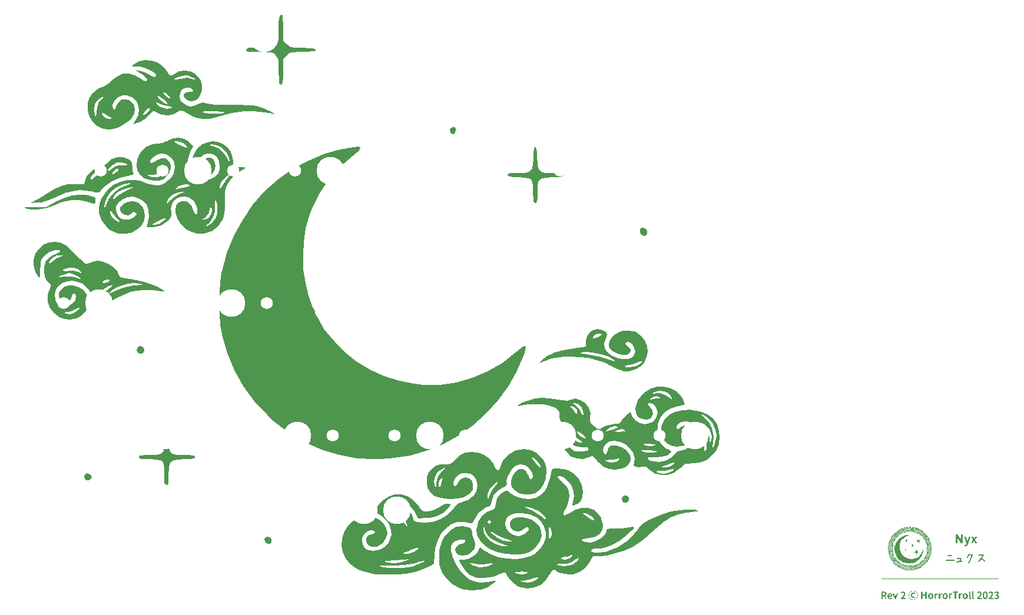
<source format=gto>
G04 #@! TF.GenerationSoftware,KiCad,Pcbnew,(6.99.0-1912-g359c99991b)*
G04 #@! TF.CreationDate,2023-08-15T13:40:24+07:00*
G04 #@! TF.ProjectId,nyx,6e79782e-6b69-4636-9164-5f7063625858,2*
G04 #@! TF.SameCoordinates,Original*
G04 #@! TF.FileFunction,Legend,Top*
G04 #@! TF.FilePolarity,Positive*
%FSLAX46Y46*%
G04 Gerber Fmt 4.6, Leading zero omitted, Abs format (unit mm)*
G04 Created by KiCad (PCBNEW (6.99.0-1912-g359c99991b)) date 2023-08-15 13:40:24*
%MOMM*%
%LPD*%
G01*
G04 APERTURE LIST*
%ADD10C,0.150000*%
%ADD11C,1.750000*%
%ADD12C,3.987800*%
%ADD13C,3.048000*%
%ADD14C,0.500000*%
%ADD15R,1.700000X1.700000*%
%ADD16O,1.700000X1.700000*%
%ADD17R,1.524000X1.524000*%
G04 #@! TA.AperFunction,Profile*
%ADD18C,0.100000*%
G04 #@! TD*
G04 APERTURE END LIST*
D10*
G36*
X154940685Y-93902743D02*
G01*
X154940685Y-93762059D01*
X155995814Y-93762059D01*
X155995814Y-93902743D01*
X154940685Y-93902743D01*
G37*
G36*
X155989952Y-93902743D02*
G01*
X155989952Y-93762059D01*
X157045081Y-93762059D01*
X157045081Y-93902743D01*
X155989952Y-93902743D01*
G37*
G36*
X157039219Y-93902743D02*
G01*
X157039219Y-93762059D01*
X158094348Y-93762059D01*
X158094348Y-93902743D01*
X157039219Y-93902743D01*
G37*
G36*
X158088486Y-93902743D02*
G01*
X158088486Y-93762059D01*
X159143615Y-93762059D01*
X159143615Y-93902743D01*
X158088486Y-93902743D01*
G37*
G36*
X159137754Y-93902743D02*
G01*
X159137754Y-93762059D01*
X160192883Y-93762059D01*
X160192883Y-93902743D01*
X159137754Y-93902743D01*
G37*
G36*
X160187021Y-93902743D02*
G01*
X160187021Y-93762059D01*
X161242150Y-93762059D01*
X161242150Y-93902743D01*
X160187021Y-93902743D01*
G37*
G36*
X161236288Y-93902743D02*
G01*
X161236288Y-93762059D01*
X162291417Y-93762059D01*
X162291417Y-93902743D01*
X161236288Y-93902743D01*
G37*
G36*
X162285555Y-93902743D02*
G01*
X162285555Y-93762059D01*
X163340685Y-93762059D01*
X163340685Y-93902743D01*
X162285555Y-93902743D01*
G37*
G36*
X163334823Y-93902743D02*
G01*
X163334823Y-93762059D01*
X164389952Y-93762059D01*
X164389952Y-93902743D01*
X163334823Y-93902743D01*
G37*
G36*
X164384090Y-93902743D02*
G01*
X164384090Y-93762059D01*
X165439219Y-93762059D01*
X165439219Y-93902743D01*
X164384090Y-93902743D01*
G37*
G36*
X165433357Y-93902743D02*
G01*
X165433357Y-93762059D01*
X166488486Y-93762059D01*
X166488486Y-93902743D01*
X165433357Y-93902743D01*
G37*
G36*
X166482624Y-93902743D02*
G01*
X166482624Y-93762059D01*
X167537754Y-93762059D01*
X167537754Y-93902743D01*
X166482624Y-93902743D01*
G37*
G36*
X167531892Y-93902743D02*
G01*
X167531892Y-93762059D01*
X168587021Y-93762059D01*
X168587021Y-93902743D01*
X167531892Y-93902743D01*
G37*
G36*
X168581159Y-93902743D02*
G01*
X168581159Y-93762059D01*
X169636288Y-93762059D01*
X169636288Y-93902743D01*
X168581159Y-93902743D01*
G37*
G36*
X169630426Y-93902743D02*
G01*
X169630426Y-93762059D01*
X170685555Y-93762059D01*
X170685555Y-93902743D01*
X169630426Y-93902743D01*
G37*
G36*
X170679694Y-93902743D02*
G01*
X170679694Y-93762059D01*
X171734823Y-93762059D01*
X171734823Y-93902743D01*
X170679694Y-93902743D01*
G37*
G36*
X164191104Y-91299733D02*
G01*
X164150071Y-91279216D01*
X164141828Y-91266319D01*
X164135233Y-91252907D01*
X164131753Y-91243679D01*
X164128524Y-91229082D01*
X164128181Y-91213866D01*
X164129555Y-91203379D01*
X164150071Y-91161247D01*
X164166672Y-91153284D01*
X164183685Y-91146249D01*
X164201110Y-91140141D01*
X164218948Y-91134960D01*
X164237197Y-91130707D01*
X164255859Y-91127381D01*
X164274933Y-91124983D01*
X164294419Y-91123511D01*
X164309211Y-91122616D01*
X164323914Y-91121579D01*
X164338526Y-91120401D01*
X164357869Y-91118609D01*
X164377052Y-91116565D01*
X164396074Y-91114270D01*
X164414936Y-91111723D01*
X164433638Y-91108923D01*
X164447559Y-91106659D01*
X164656753Y-91106659D01*
X164660783Y-91106659D01*
X164886463Y-91106659D01*
X164890493Y-91083211D01*
X165120204Y-91083211D01*
X165138728Y-91085152D01*
X165157481Y-91086760D01*
X165176464Y-91088037D01*
X165195675Y-91088982D01*
X165215115Y-91089594D01*
X165229845Y-91089836D01*
X165244705Y-91089890D01*
X165259693Y-91089758D01*
X165274809Y-91089439D01*
X165289956Y-91089307D01*
X165304897Y-91089736D01*
X165319632Y-91090724D01*
X165338958Y-91092914D01*
X165357917Y-91096100D01*
X165376510Y-91100281D01*
X165394736Y-91105459D01*
X165412597Y-91111633D01*
X165425751Y-91116917D01*
X165434166Y-91129865D01*
X165440727Y-91143432D01*
X165444070Y-91152821D01*
X165447298Y-91167195D01*
X165447642Y-91182290D01*
X165446268Y-91192754D01*
X165425751Y-91234886D01*
X165412321Y-91243974D01*
X165397673Y-91250628D01*
X165383450Y-91254537D01*
X165378491Y-91255403D01*
X165363302Y-91257351D01*
X165347823Y-91258661D01*
X165332055Y-91259334D01*
X165323170Y-91259433D01*
X165107747Y-91247342D01*
X164890493Y-91247342D01*
X164886463Y-91270790D01*
X164660783Y-91270790D01*
X164656753Y-91270790D01*
X164451589Y-91270790D01*
X164435223Y-91272862D01*
X164418914Y-91274866D01*
X164402662Y-91276800D01*
X164386468Y-91278667D01*
X164370330Y-91280464D01*
X164354250Y-91282193D01*
X164338228Y-91283853D01*
X164322262Y-91285444D01*
X164306348Y-91286950D01*
X164290297Y-91288536D01*
X164274108Y-91290201D01*
X164257782Y-91291947D01*
X164241319Y-91293773D01*
X164224718Y-91295680D01*
X164207980Y-91297666D01*
X164191104Y-91299733D01*
G37*
G36*
X164459649Y-90622325D02*
G01*
X164418616Y-90601809D01*
X164410373Y-90588860D01*
X164403778Y-90575293D01*
X164400298Y-90565905D01*
X164397069Y-90551359D01*
X164396726Y-90536298D01*
X164398100Y-90525971D01*
X164418616Y-90483839D01*
X164431689Y-90475290D01*
X164445263Y-90468190D01*
X164459338Y-90462539D01*
X164473914Y-90458337D01*
X164488991Y-90455584D01*
X164504569Y-90454280D01*
X164510940Y-90454164D01*
X164526924Y-90454065D01*
X164542818Y-90453770D01*
X164558623Y-90453278D01*
X164574338Y-90452590D01*
X164589964Y-90451704D01*
X164605501Y-90450622D01*
X164611690Y-90450134D01*
X164952042Y-90450134D01*
X164967169Y-90452474D01*
X164981867Y-90454456D01*
X164997538Y-90456223D01*
X164998937Y-90456362D01*
X165013817Y-90459605D01*
X165027226Y-90466311D01*
X165038138Y-90475413D01*
X165046862Y-90488362D01*
X165054350Y-90501929D01*
X165058654Y-90511317D01*
X165062999Y-90526257D01*
X165063995Y-90541583D01*
X165062685Y-90555280D01*
X165042168Y-90597412D01*
X165028952Y-90606514D01*
X165014948Y-90612754D01*
X165000158Y-90616131D01*
X164997105Y-90616463D01*
X164981334Y-90617429D01*
X164966407Y-90617993D01*
X164950783Y-90618266D01*
X164943616Y-90618295D01*
X164939586Y-90614265D01*
X164615720Y-90614265D01*
X164459649Y-90622325D01*
G37*
G36*
X165766104Y-91483647D02*
G01*
X165751313Y-91479467D01*
X165737167Y-91474481D01*
X165735329Y-91473756D01*
X165721591Y-91466978D01*
X165708951Y-91459101D01*
X165700485Y-91446479D01*
X165693770Y-91433341D01*
X165690267Y-91424296D01*
X165687261Y-91409940D01*
X165687038Y-91394346D01*
X165688435Y-91383264D01*
X165708951Y-91342231D01*
X165726695Y-91337809D01*
X165744620Y-91333747D01*
X165762725Y-91330046D01*
X165781010Y-91326706D01*
X165799476Y-91323727D01*
X165818122Y-91321108D01*
X165836948Y-91318849D01*
X165855955Y-91316952D01*
X165875142Y-91315415D01*
X165894509Y-91314238D01*
X165907521Y-91313654D01*
X165927147Y-91312896D01*
X165946736Y-91312130D01*
X165966285Y-91311359D01*
X165985797Y-91310580D01*
X166005269Y-91309796D01*
X166024703Y-91309005D01*
X166044098Y-91308207D01*
X166063454Y-91307403D01*
X166082772Y-91306593D01*
X166102051Y-91305776D01*
X166114883Y-91305228D01*
X166116719Y-91289211D01*
X166119206Y-91273445D01*
X166122343Y-91257929D01*
X166126131Y-91242666D01*
X166130569Y-91227653D01*
X166135658Y-91212891D01*
X166141397Y-91198381D01*
X166147787Y-91184122D01*
X166154827Y-91170114D01*
X166162517Y-91156357D01*
X166168006Y-91147325D01*
X166176266Y-91133736D01*
X166184011Y-91119895D01*
X166191241Y-91105803D01*
X166197956Y-91091460D01*
X166204155Y-91076866D01*
X166209840Y-91062021D01*
X166215009Y-91046924D01*
X166219663Y-91031577D01*
X166223802Y-91015978D01*
X166227425Y-91000128D01*
X166229555Y-90989422D01*
X166110853Y-90989422D01*
X166094487Y-90990578D01*
X166078178Y-90991849D01*
X166061926Y-90993235D01*
X166045731Y-90994734D01*
X166029594Y-90996349D01*
X166013514Y-90998077D01*
X165997492Y-90999921D01*
X165981526Y-91001878D01*
X165965646Y-91003899D01*
X165949698Y-91005931D01*
X165933681Y-91007975D01*
X165917596Y-91010030D01*
X165901441Y-91012097D01*
X165885218Y-91014175D01*
X165868926Y-91016264D01*
X165852566Y-91018365D01*
X165838491Y-91014237D01*
X165824189Y-91009193D01*
X165821425Y-91008107D01*
X165807686Y-91001420D01*
X165795047Y-90993818D01*
X165786580Y-90980870D01*
X165779865Y-90967303D01*
X165776362Y-90957915D01*
X165773357Y-90943369D01*
X165773134Y-90928308D01*
X165774530Y-90917981D01*
X165795047Y-90875849D01*
X165813554Y-90869793D01*
X165832256Y-90864263D01*
X165846410Y-90860461D01*
X165860673Y-90856956D01*
X165875046Y-90853746D01*
X165889529Y-90850833D01*
X165904121Y-90848217D01*
X165918822Y-90845896D01*
X165933633Y-90843872D01*
X165948553Y-90842144D01*
X165963578Y-90840564D01*
X165978564Y-90838984D01*
X165993511Y-90837404D01*
X166008420Y-90835824D01*
X166023289Y-90834244D01*
X166038121Y-90832664D01*
X166052913Y-90831084D01*
X166067667Y-90829504D01*
X166082383Y-90827924D01*
X166097060Y-90826344D01*
X166106823Y-90825291D01*
X166311620Y-90825291D01*
X166373170Y-90858996D01*
X166382927Y-90870564D01*
X166390721Y-90883149D01*
X166396551Y-90896751D01*
X166400418Y-90911369D01*
X166401746Y-90920179D01*
X166403266Y-90935849D01*
X166403980Y-90951765D01*
X166403887Y-90967926D01*
X166402988Y-90984333D01*
X166402112Y-90993818D01*
X166397455Y-91008365D01*
X166392688Y-91022880D01*
X166387812Y-91037362D01*
X166382827Y-91051813D01*
X166377732Y-91066231D01*
X166372527Y-91080617D01*
X166367213Y-91094970D01*
X166361789Y-91109292D01*
X166356256Y-91123581D01*
X166350614Y-91137838D01*
X166346791Y-91147325D01*
X166340966Y-91161528D01*
X166335032Y-91175700D01*
X166328988Y-91189839D01*
X166322834Y-91203945D01*
X166316572Y-91218020D01*
X166310199Y-91232063D01*
X166303717Y-91246073D01*
X166297126Y-91260051D01*
X166290425Y-91273997D01*
X166283615Y-91287910D01*
X166279014Y-91297168D01*
X166291104Y-91297168D01*
X166488208Y-91289108D01*
X166529241Y-91309624D01*
X166537741Y-91322075D01*
X166545109Y-91335247D01*
X166549391Y-91344429D01*
X166553959Y-91359044D01*
X166555069Y-91373979D01*
X166553787Y-91387294D01*
X166533271Y-91430525D01*
X166520597Y-91438510D01*
X166506169Y-91444719D01*
X166498100Y-91447011D01*
X166482853Y-91450285D01*
X166468136Y-91453308D01*
X166459265Y-91455071D01*
X166418232Y-91451041D01*
X165766104Y-91483647D01*
G37*
G36*
X167438923Y-91614439D02*
G01*
X167397890Y-91593923D01*
X167390039Y-91580407D01*
X167383156Y-91566649D01*
X167380305Y-91560218D01*
X167376458Y-91546050D01*
X167375828Y-91531342D01*
X167377374Y-91518086D01*
X167386187Y-91502543D01*
X167394951Y-91486966D01*
X167403664Y-91471354D01*
X167412327Y-91455706D01*
X167420941Y-91440024D01*
X167429504Y-91424306D01*
X167438017Y-91408554D01*
X167446479Y-91392766D01*
X167454892Y-91376943D01*
X167463255Y-91361086D01*
X167471568Y-91345193D01*
X167479830Y-91329265D01*
X167488042Y-91313302D01*
X167496205Y-91297304D01*
X167504317Y-91281271D01*
X167512379Y-91265203D01*
X167520391Y-91249100D01*
X167528353Y-91232961D01*
X167536265Y-91216788D01*
X167544127Y-91200580D01*
X167551939Y-91184336D01*
X167559700Y-91168058D01*
X167567412Y-91151744D01*
X167575073Y-91135395D01*
X167582685Y-91119012D01*
X167590246Y-91102593D01*
X167597757Y-91086139D01*
X167605218Y-91069650D01*
X167612629Y-91053126D01*
X167619990Y-91036567D01*
X167627301Y-91019973D01*
X167634562Y-91003344D01*
X167641768Y-90986668D01*
X167648917Y-90969980D01*
X167656008Y-90953280D01*
X167663041Y-90936568D01*
X167670016Y-90919844D01*
X167676933Y-90903107D01*
X167683792Y-90886359D01*
X167690593Y-90869598D01*
X167697336Y-90852825D01*
X167704021Y-90836040D01*
X167710648Y-90819243D01*
X167717217Y-90802433D01*
X167723728Y-90785612D01*
X167730181Y-90768778D01*
X167736577Y-90751932D01*
X167742914Y-90735074D01*
X167749193Y-90718203D01*
X167755415Y-90701321D01*
X167761578Y-90684426D01*
X167767684Y-90667520D01*
X167773731Y-90650601D01*
X167779721Y-90633669D01*
X167785652Y-90616726D01*
X167791526Y-90599771D01*
X167797342Y-90582803D01*
X167803099Y-90565823D01*
X167808799Y-90548831D01*
X167814441Y-90531827D01*
X167820025Y-90514811D01*
X167825551Y-90497783D01*
X167831018Y-90480742D01*
X167836428Y-90463689D01*
X167567883Y-90453431D01*
X167537109Y-90457827D01*
X167527865Y-90473980D01*
X167518544Y-90490152D01*
X167509146Y-90506343D01*
X167499671Y-90522554D01*
X167490118Y-90538784D01*
X167480488Y-90555033D01*
X167470781Y-90571301D01*
X167460997Y-90587589D01*
X167451135Y-90603896D01*
X167441196Y-90620223D01*
X167434527Y-90631118D01*
X167424582Y-90647395D01*
X167414670Y-90663666D01*
X167404790Y-90679930D01*
X167394942Y-90696188D01*
X167385127Y-90712439D01*
X167375343Y-90728684D01*
X167365592Y-90744922D01*
X167355873Y-90761154D01*
X167346186Y-90777380D01*
X167336532Y-90793599D01*
X167330113Y-90804408D01*
X167318519Y-90813495D01*
X167305278Y-90821730D01*
X167294942Y-90826756D01*
X167280328Y-90831101D01*
X167265392Y-90832097D01*
X167252077Y-90830786D01*
X167211045Y-90812468D01*
X167202647Y-90799846D01*
X167195589Y-90786708D01*
X167191627Y-90777663D01*
X167187780Y-90763392D01*
X167187231Y-90748606D01*
X167188696Y-90738463D01*
X167195652Y-90725149D01*
X167202687Y-90711861D01*
X167209802Y-90698599D01*
X167216998Y-90685363D01*
X167224274Y-90672152D01*
X167231630Y-90658967D01*
X167239066Y-90645808D01*
X167246582Y-90632675D01*
X167254178Y-90619567D01*
X167261855Y-90606486D01*
X167269611Y-90593429D01*
X167277448Y-90580399D01*
X167285365Y-90567395D01*
X167293362Y-90554416D01*
X167301439Y-90541463D01*
X167309597Y-90528536D01*
X167317778Y-90515548D01*
X167325928Y-90502507D01*
X167334047Y-90489411D01*
X167342134Y-90476260D01*
X167350190Y-90463055D01*
X167358214Y-90449796D01*
X167366207Y-90436482D01*
X167374168Y-90423114D01*
X167382098Y-90409692D01*
X167389996Y-90396215D01*
X167397863Y-90382684D01*
X167405699Y-90369099D01*
X167413502Y-90355459D01*
X167421275Y-90341764D01*
X167429016Y-90328016D01*
X167436725Y-90314213D01*
X167448811Y-90303704D01*
X167461669Y-90295580D01*
X167475298Y-90289839D01*
X167489699Y-90286483D01*
X167498274Y-90285636D01*
X167513606Y-90284780D01*
X167529149Y-90284134D01*
X167544902Y-90283698D01*
X167560865Y-90283472D01*
X167570082Y-90283438D01*
X167590827Y-90284907D01*
X167611572Y-90286293D01*
X167632318Y-90287595D01*
X167653063Y-90288813D01*
X167673808Y-90289948D01*
X167694554Y-90290999D01*
X167715299Y-90291966D01*
X167736045Y-90292849D01*
X167756790Y-90293649D01*
X167777535Y-90294365D01*
X167791366Y-90294795D01*
X167812032Y-90295660D01*
X167832401Y-90297157D01*
X167852475Y-90299284D01*
X167872252Y-90302043D01*
X167891733Y-90305432D01*
X167910918Y-90309453D01*
X167929806Y-90314105D01*
X167948398Y-90319388D01*
X167966695Y-90325302D01*
X167984694Y-90331847D01*
X167996530Y-90336561D01*
X168005099Y-90349235D01*
X168012123Y-90362527D01*
X168015947Y-90371732D01*
X168019845Y-90386346D01*
X168020613Y-90401282D01*
X168019244Y-90414596D01*
X168013692Y-90433683D01*
X168008071Y-90452750D01*
X168002383Y-90471797D01*
X167996627Y-90490823D01*
X167990803Y-90509830D01*
X167984910Y-90528816D01*
X167978950Y-90547783D01*
X167972922Y-90566729D01*
X167966826Y-90585656D01*
X167960662Y-90604562D01*
X167954430Y-90623448D01*
X167948129Y-90642315D01*
X167941761Y-90661161D01*
X167935325Y-90679987D01*
X167928821Y-90698794D01*
X167922249Y-90717580D01*
X167915609Y-90736346D01*
X167908901Y-90755092D01*
X167902125Y-90773818D01*
X167895281Y-90792524D01*
X167888369Y-90811210D01*
X167881390Y-90829876D01*
X167874342Y-90848522D01*
X167867226Y-90867148D01*
X167860042Y-90885754D01*
X167852790Y-90904340D01*
X167845471Y-90922905D01*
X167838083Y-90941451D01*
X167830627Y-90959977D01*
X167823103Y-90978483D01*
X167815512Y-90996968D01*
X167807852Y-91015434D01*
X167800114Y-91033872D01*
X167792289Y-91052274D01*
X167784375Y-91070640D01*
X167776373Y-91088970D01*
X167768284Y-91107265D01*
X167760106Y-91125524D01*
X167751840Y-91143747D01*
X167743486Y-91161934D01*
X167735045Y-91180085D01*
X167726515Y-91198201D01*
X167717897Y-91216281D01*
X167709191Y-91234325D01*
X167700397Y-91252333D01*
X167691516Y-91270306D01*
X167682546Y-91288243D01*
X167673488Y-91306144D01*
X167664342Y-91324009D01*
X167655108Y-91341839D01*
X167645786Y-91359632D01*
X167636376Y-91377390D01*
X167626878Y-91395113D01*
X167617292Y-91412799D01*
X167607619Y-91430449D01*
X167597857Y-91448064D01*
X167588007Y-91465643D01*
X167578069Y-91483187D01*
X167568043Y-91500694D01*
X167557929Y-91518166D01*
X167547727Y-91535602D01*
X167537437Y-91553002D01*
X167527058Y-91570366D01*
X167516592Y-91587695D01*
X167503970Y-91596247D01*
X167490832Y-91603769D01*
X167481788Y-91608211D01*
X167467173Y-91612865D01*
X167452238Y-91614687D01*
X167438923Y-91614439D01*
G37*
G36*
X168843564Y-91400849D02*
G01*
X168802531Y-91378501D01*
X168794288Y-91365879D01*
X168787693Y-91352741D01*
X168784213Y-91343696D01*
X168780845Y-91328213D01*
X168780742Y-91313384D01*
X168782015Y-91304495D01*
X168786789Y-91289417D01*
X168794243Y-91276139D01*
X168802531Y-91265661D01*
X168812441Y-91254391D01*
X168822434Y-91242407D01*
X168831474Y-91230856D01*
X168842220Y-91220330D01*
X168852933Y-91209772D01*
X168863615Y-91199181D01*
X168874264Y-91188558D01*
X168884881Y-91177903D01*
X168895466Y-91167216D01*
X168906019Y-91156497D01*
X168916539Y-91145745D01*
X168927027Y-91134961D01*
X168937483Y-91124145D01*
X168947907Y-91113297D01*
X168958299Y-91102417D01*
X168968658Y-91091504D01*
X168978985Y-91080559D01*
X168989281Y-91069582D01*
X168999543Y-91058573D01*
X169009774Y-91047532D01*
X169019972Y-91036458D01*
X169030139Y-91025353D01*
X169040273Y-91014215D01*
X169050375Y-91003044D01*
X169060444Y-90991842D01*
X169070482Y-90980607D01*
X169080487Y-90969341D01*
X169090460Y-90958042D01*
X169100401Y-90946711D01*
X169110310Y-90935347D01*
X169120186Y-90923952D01*
X169130030Y-90912524D01*
X169139842Y-90901064D01*
X169149622Y-90889572D01*
X169159370Y-90878047D01*
X169169100Y-90866495D01*
X169178781Y-90854919D01*
X169188414Y-90843320D01*
X169197998Y-90831696D01*
X169207534Y-90820050D01*
X169217021Y-90808379D01*
X169226459Y-90796685D01*
X169235848Y-90784968D01*
X169245189Y-90773227D01*
X169254481Y-90761462D01*
X169263725Y-90749673D01*
X169272920Y-90737861D01*
X169282066Y-90726026D01*
X169291164Y-90714167D01*
X169300213Y-90702284D01*
X169309213Y-90690377D01*
X169318164Y-90678447D01*
X169327067Y-90666493D01*
X169335922Y-90654516D01*
X169344727Y-90642515D01*
X169353484Y-90630491D01*
X169362192Y-90618442D01*
X169370852Y-90606371D01*
X169379463Y-90594275D01*
X169388025Y-90582156D01*
X169396539Y-90570014D01*
X169405004Y-90557847D01*
X169413421Y-90545658D01*
X169421788Y-90533444D01*
X169430107Y-90521207D01*
X169438378Y-90508946D01*
X169446599Y-90496662D01*
X169446599Y-90484206D01*
X169364534Y-90484206D01*
X169349666Y-90485266D01*
X169334830Y-90486341D01*
X169320025Y-90487430D01*
X169305251Y-90488533D01*
X169290510Y-90489651D01*
X169275799Y-90490783D01*
X169261120Y-90491929D01*
X169246473Y-90493090D01*
X169231857Y-90494265D01*
X169209992Y-90496054D01*
X169188198Y-90497876D01*
X169166475Y-90499729D01*
X169144823Y-90501615D01*
X169130427Y-90502890D01*
X169108961Y-90504975D01*
X169087567Y-90507381D01*
X169066243Y-90510110D01*
X169044990Y-90513160D01*
X169023807Y-90516532D01*
X169002696Y-90520227D01*
X168981656Y-90524243D01*
X168960686Y-90528582D01*
X168939787Y-90533242D01*
X168918959Y-90538224D01*
X168905113Y-90541725D01*
X168864080Y-90521209D01*
X168855837Y-90508586D01*
X168849242Y-90495449D01*
X168845762Y-90486404D01*
X168842395Y-90471158D01*
X168842292Y-90456440D01*
X168843564Y-90447569D01*
X168864080Y-90406536D01*
X168882088Y-90399047D01*
X168900207Y-90391968D01*
X168918438Y-90385297D01*
X168936781Y-90379036D01*
X168955235Y-90373184D01*
X168973801Y-90367742D01*
X168992478Y-90362709D01*
X169011267Y-90358085D01*
X169030168Y-90353870D01*
X169049180Y-90350065D01*
X169068304Y-90346669D01*
X169087539Y-90343682D01*
X169106887Y-90341105D01*
X169126345Y-90338937D01*
X169145916Y-90337178D01*
X169165598Y-90335828D01*
X169185344Y-90334659D01*
X169205108Y-90333533D01*
X169224889Y-90332449D01*
X169244687Y-90331409D01*
X169264502Y-90330411D01*
X169284334Y-90329457D01*
X169304184Y-90328545D01*
X169324051Y-90327677D01*
X169343934Y-90326851D01*
X169363835Y-90326068D01*
X169383754Y-90325328D01*
X169403689Y-90324631D01*
X169423641Y-90323977D01*
X169443611Y-90323366D01*
X169463598Y-90322798D01*
X169483602Y-90322273D01*
X169499905Y-90322799D01*
X169516209Y-90324379D01*
X169532512Y-90327013D01*
X169548815Y-90330699D01*
X169562855Y-90334909D01*
X169577956Y-90341395D01*
X169592050Y-90349667D01*
X169605136Y-90359725D01*
X169606701Y-90361107D01*
X169615131Y-90373140D01*
X169622285Y-90386159D01*
X169628165Y-90400163D01*
X169630881Y-90408368D01*
X169634635Y-90423557D01*
X169636419Y-90439036D01*
X169636232Y-90454804D01*
X169635277Y-90463689D01*
X169629953Y-90479014D01*
X169624240Y-90494212D01*
X169618138Y-90509284D01*
X169611646Y-90524231D01*
X169604766Y-90539052D01*
X169597496Y-90553746D01*
X169589836Y-90568315D01*
X169581788Y-90582758D01*
X169573567Y-90597069D01*
X169565210Y-90611243D01*
X169556715Y-90625279D01*
X169548082Y-90639178D01*
X169539312Y-90652939D01*
X169530405Y-90666564D01*
X169521361Y-90680050D01*
X169512179Y-90693400D01*
X169504119Y-90693400D01*
X169483602Y-90730403D01*
X169475176Y-90730403D01*
X169446599Y-90783892D01*
X169438173Y-90783892D01*
X169418023Y-90820528D01*
X169406627Y-90829976D01*
X169395522Y-90839771D01*
X169384706Y-90849914D01*
X169378822Y-90855699D01*
X169368339Y-90867756D01*
X169359788Y-90881030D01*
X169353169Y-90895520D01*
X169352077Y-90898564D01*
X169381020Y-90915050D01*
X169391782Y-90926682D01*
X169403552Y-90937032D01*
X169416329Y-90946099D01*
X169430113Y-90953885D01*
X169444424Y-90961166D01*
X169458781Y-90968722D01*
X169473184Y-90976553D01*
X169487632Y-90984659D01*
X169487632Y-90993086D01*
X169524635Y-91013236D01*
X169639307Y-91091271D01*
X169672280Y-91120214D01*
X169684975Y-91130673D01*
X169698055Y-91140570D01*
X169711522Y-91149907D01*
X169725374Y-91158682D01*
X169733463Y-91163445D01*
X169747888Y-91171757D01*
X169762314Y-91180666D01*
X169774679Y-91188776D01*
X169787043Y-91197324D01*
X169799408Y-91206310D01*
X169842273Y-91255403D01*
X169846303Y-91308892D01*
X169825786Y-91349924D01*
X169813149Y-91357544D01*
X169799265Y-91364276D01*
X169788784Y-91368243D01*
X169773537Y-91371550D01*
X169758820Y-91371490D01*
X169749949Y-91370075D01*
X169692796Y-91337468D01*
X169680469Y-91328219D01*
X169668124Y-91318972D01*
X169655762Y-91309729D01*
X169643383Y-91300488D01*
X169630986Y-91291250D01*
X169618573Y-91282015D01*
X169606142Y-91272783D01*
X169593695Y-91263554D01*
X169581230Y-91254328D01*
X169568748Y-91245104D01*
X169556248Y-91235884D01*
X169543732Y-91226666D01*
X169531198Y-91217451D01*
X169518647Y-91208239D01*
X169506079Y-91199030D01*
X169493494Y-91189823D01*
X169480922Y-91180621D01*
X169468301Y-91171517D01*
X169455631Y-91162509D01*
X169442913Y-91153599D01*
X169430146Y-91144786D01*
X169417330Y-91136071D01*
X169404466Y-91127453D01*
X169391553Y-91118932D01*
X169378592Y-91110508D01*
X169365581Y-91102182D01*
X169352522Y-91093953D01*
X169339415Y-91085822D01*
X169326259Y-91077787D01*
X169313054Y-91069850D01*
X169299800Y-91062011D01*
X169286498Y-91054269D01*
X169249862Y-91017632D01*
X169118337Y-91173337D01*
X169032241Y-91263463D01*
X168995239Y-91304495D01*
X168979119Y-91320982D01*
X168954206Y-91333438D01*
X168954206Y-91341498D01*
X168942116Y-91353954D01*
X168930401Y-91365089D01*
X168918339Y-91375413D01*
X168905929Y-91384924D01*
X168898885Y-91389858D01*
X168885473Y-91396949D01*
X168870381Y-91400909D01*
X168855555Y-91401802D01*
X168843564Y-91400849D01*
G37*
G36*
X165808959Y-88705047D02*
G01*
X165799710Y-88713490D01*
X165787463Y-88722462D01*
X165774456Y-88729674D01*
X165760689Y-88735127D01*
X165746162Y-88738821D01*
X165733993Y-88740510D01*
X165721337Y-88741073D01*
X165708681Y-88740510D01*
X165696512Y-88738821D01*
X165681985Y-88735127D01*
X165668218Y-88729674D01*
X165655211Y-88722462D01*
X165642965Y-88713490D01*
X165633715Y-88705047D01*
X165625272Y-88695797D01*
X165616300Y-88683551D01*
X165609088Y-88670544D01*
X165603635Y-88656777D01*
X165599941Y-88642250D01*
X165598252Y-88630080D01*
X165597689Y-88617425D01*
X165597689Y-87573286D01*
X165598290Y-87559791D01*
X165600094Y-87546782D01*
X165603099Y-87534260D01*
X165607306Y-87522224D01*
X165612716Y-87510675D01*
X165619328Y-87499613D01*
X165627142Y-87489037D01*
X165636158Y-87478948D01*
X165646104Y-87469645D01*
X165656556Y-87461583D01*
X165667513Y-87454762D01*
X165678976Y-87449180D01*
X165690945Y-87444839D01*
X165703420Y-87441739D01*
X165716400Y-87439878D01*
X165729886Y-87439258D01*
X165745242Y-87439754D01*
X165760321Y-87441243D01*
X165775123Y-87443723D01*
X165789649Y-87447196D01*
X165803898Y-87451661D01*
X165817870Y-87457118D01*
X165831566Y-87463568D01*
X165844985Y-87471010D01*
X165857961Y-87479286D01*
X165870173Y-87488240D01*
X165881622Y-87497872D01*
X165892307Y-87508180D01*
X165902230Y-87519167D01*
X165911389Y-87530830D01*
X165919785Y-87543171D01*
X165927417Y-87556189D01*
X166241880Y-88133213D01*
X166370413Y-88409513D01*
X166376519Y-88414703D01*
X166380793Y-88409513D01*
X166378689Y-88389940D01*
X166376652Y-88370719D01*
X166374682Y-88351851D01*
X166372779Y-88333335D01*
X166370942Y-88315171D01*
X166369172Y-88297360D01*
X166367469Y-88279902D01*
X166365833Y-88262795D01*
X166364264Y-88246042D01*
X166362761Y-88229640D01*
X166361325Y-88213591D01*
X166359956Y-88197895D01*
X166358654Y-88182550D01*
X166357418Y-88167559D01*
X166356249Y-88152919D01*
X166355147Y-88138632D01*
X166354112Y-88124698D01*
X166353144Y-88111116D01*
X166352242Y-88097886D01*
X166351407Y-88085009D01*
X166350639Y-88072484D01*
X166349304Y-88048491D01*
X166348235Y-88025908D01*
X166347434Y-88004735D01*
X166346899Y-87984971D01*
X166346632Y-87966617D01*
X166346599Y-87957969D01*
X166346599Y-87562906D01*
X166347162Y-87550250D01*
X166348851Y-87538081D01*
X166352545Y-87523554D01*
X166357998Y-87509787D01*
X166365210Y-87496780D01*
X166374181Y-87484534D01*
X166382625Y-87475284D01*
X166391870Y-87466840D01*
X166404097Y-87457869D01*
X166417069Y-87450657D01*
X166430787Y-87445204D01*
X166445250Y-87441510D01*
X166457357Y-87439821D01*
X166469942Y-87439258D01*
X166482597Y-87439821D01*
X166494767Y-87441510D01*
X166509294Y-87445204D01*
X166523061Y-87450657D01*
X166536067Y-87457869D01*
X166548314Y-87466840D01*
X166557564Y-87475284D01*
X166566079Y-87484534D01*
X166573459Y-87494270D01*
X166581087Y-87507125D01*
X166586941Y-87520740D01*
X166591021Y-87535115D01*
X166593327Y-87550250D01*
X166593895Y-87562906D01*
X166593895Y-88608876D01*
X166593289Y-88622362D01*
X166591471Y-88635342D01*
X166588442Y-88647817D01*
X166584201Y-88659785D01*
X166578749Y-88671249D01*
X166572085Y-88682206D01*
X166564209Y-88692658D01*
X166555121Y-88702604D01*
X166545247Y-88711620D01*
X166534857Y-88719434D01*
X166523952Y-88726046D01*
X166512531Y-88731455D01*
X166500596Y-88735663D01*
X166488145Y-88738668D01*
X166475179Y-88740471D01*
X166461698Y-88741073D01*
X166446767Y-88740591D01*
X166432046Y-88739145D01*
X166417534Y-88736736D01*
X166403233Y-88733364D01*
X166389141Y-88729027D01*
X166375259Y-88723727D01*
X166361587Y-88717464D01*
X166348125Y-88710237D01*
X166335245Y-88702080D01*
X166323167Y-88693178D01*
X166311890Y-88683532D01*
X166301414Y-88673142D01*
X166291740Y-88662008D01*
X166282867Y-88650130D01*
X166274795Y-88637508D01*
X166267525Y-88624141D01*
X165953368Y-88043759D01*
X165822698Y-87768986D01*
X165816592Y-87765628D01*
X165812318Y-87768986D01*
X165814067Y-87782881D01*
X165815495Y-87795919D01*
X165816745Y-87808217D01*
X165818090Y-87822176D01*
X165819530Y-87837794D01*
X165820674Y-87850597D01*
X165821870Y-87864334D01*
X165822698Y-87874010D01*
X165823982Y-87888457D01*
X165825202Y-87902261D01*
X165826358Y-87915420D01*
X165827449Y-87927935D01*
X165828804Y-87943620D01*
X165830044Y-87958160D01*
X165831170Y-87971555D01*
X165832181Y-87983805D01*
X165833078Y-87994911D01*
X165834150Y-88008643D01*
X165835267Y-88023509D01*
X165836192Y-88036217D01*
X165837146Y-88049651D01*
X165838129Y-88063809D01*
X165839140Y-88078693D01*
X165840180Y-88094301D01*
X165840711Y-88102377D01*
X165841713Y-88118425D01*
X165842581Y-88134053D01*
X165843316Y-88149261D01*
X165843917Y-88164049D01*
X165844384Y-88178417D01*
X165844718Y-88192366D01*
X165844918Y-88205894D01*
X165844985Y-88219003D01*
X165844985Y-88617425D01*
X165844422Y-88630080D01*
X165842734Y-88642250D01*
X165839039Y-88656777D01*
X165833586Y-88670544D01*
X165826374Y-88683551D01*
X165817403Y-88695797D01*
X165808959Y-88705047D01*
G37*
G36*
X166972166Y-89141325D02*
G01*
X166959549Y-89141109D01*
X166946691Y-89140379D01*
X166937667Y-89139494D01*
X166924809Y-89138086D01*
X166912950Y-89135009D01*
X166900038Y-89129113D01*
X166888564Y-89120813D01*
X166878528Y-89110108D01*
X166872637Y-89101636D01*
X166866570Y-89090328D01*
X166861993Y-89078846D01*
X166858587Y-89065508D01*
X166857127Y-89051941D01*
X166857066Y-89048513D01*
X166857906Y-89036148D01*
X166860218Y-89023725D01*
X166860425Y-89022868D01*
X166864485Y-89009527D01*
X166870138Y-88997211D01*
X166877386Y-88985921D01*
X166886228Y-88975655D01*
X166896663Y-88966415D01*
X166908693Y-88958199D01*
X166922316Y-88951009D01*
X166937533Y-88944844D01*
X166954344Y-88939703D01*
X166966437Y-88936846D01*
X166979238Y-88934444D01*
X166985905Y-88933414D01*
X166999375Y-88930833D01*
X167012309Y-88927365D01*
X167024706Y-88923010D01*
X167036566Y-88917767D01*
X167047890Y-88911637D01*
X167058677Y-88904620D01*
X167068927Y-88896715D01*
X167078641Y-88887924D01*
X167087817Y-88878244D01*
X167096458Y-88867678D01*
X167104561Y-88856224D01*
X167112128Y-88843883D01*
X167119159Y-88830655D01*
X167125652Y-88816540D01*
X167131609Y-88801537D01*
X167137030Y-88785647D01*
X167150768Y-88744431D01*
X167152944Y-88731823D01*
X167151684Y-88719644D01*
X167148937Y-88711763D01*
X166819209Y-87882254D01*
X166815385Y-87869811D01*
X166813023Y-87857059D01*
X166812492Y-87848060D01*
X166813561Y-87835428D01*
X166816766Y-87823177D01*
X166822109Y-87811309D01*
X166829589Y-87799822D01*
X166838110Y-87788476D01*
X166847645Y-87779053D01*
X166858193Y-87771553D01*
X166869756Y-87765976D01*
X166882332Y-87762322D01*
X166895921Y-87760591D01*
X166901641Y-87760437D01*
X166916114Y-87760977D01*
X166930225Y-87762594D01*
X166943973Y-87765289D01*
X166957359Y-87769062D01*
X166970382Y-87773914D01*
X166983042Y-87779843D01*
X166995340Y-87786851D01*
X167007276Y-87794937D01*
X167018663Y-87803810D01*
X167029162Y-87813331D01*
X167038775Y-87823502D01*
X167047500Y-87834321D01*
X167055337Y-87845789D01*
X167062288Y-87857906D01*
X167068351Y-87870671D01*
X167073527Y-87884085D01*
X167188626Y-88217172D01*
X167193041Y-88231018D01*
X167197100Y-88244461D01*
X167202393Y-88262252D01*
X167206608Y-88276527D01*
X167211371Y-88292734D01*
X167216683Y-88310874D01*
X167222543Y-88330945D01*
X167228952Y-88352948D01*
X167235910Y-88376884D01*
X167239595Y-88389576D01*
X167243416Y-88402751D01*
X167247375Y-88416409D01*
X167251471Y-88430550D01*
X167255704Y-88445174D01*
X167260074Y-88460281D01*
X167264582Y-88475872D01*
X167269226Y-88491945D01*
X167275332Y-88495608D01*
X167281133Y-88491945D01*
X167284712Y-88476860D01*
X167288059Y-88463128D01*
X167291835Y-88447918D01*
X167294948Y-88435540D01*
X167298303Y-88422330D01*
X167301900Y-88408288D01*
X167305738Y-88393414D01*
X167309817Y-88377709D01*
X167314138Y-88361171D01*
X167315632Y-88355474D01*
X167320031Y-88338643D01*
X167324183Y-88322612D01*
X167328088Y-88307381D01*
X167331747Y-88292949D01*
X167335158Y-88279317D01*
X167338323Y-88266484D01*
X167341240Y-88254451D01*
X167344747Y-88239651D01*
X167347814Y-88226273D01*
X167349826Y-88217172D01*
X167451187Y-87878895D01*
X167455519Y-87866282D01*
X167460728Y-87854242D01*
X167466815Y-87842774D01*
X167473780Y-87831879D01*
X167481622Y-87821555D01*
X167490342Y-87811805D01*
X167499940Y-87802627D01*
X167510416Y-87794021D01*
X167521579Y-87786150D01*
X167533085Y-87779328D01*
X167544934Y-87773556D01*
X167557128Y-87768833D01*
X167569664Y-87765160D01*
X167582544Y-87762536D01*
X167595767Y-87760962D01*
X167609334Y-87760437D01*
X167623329Y-87761362D01*
X167636311Y-87764135D01*
X167648279Y-87768756D01*
X167659232Y-87775226D01*
X167669173Y-87783544D01*
X167678099Y-87793711D01*
X167681386Y-87798295D01*
X167688866Y-87809763D01*
X167694209Y-87821880D01*
X167697414Y-87834645D01*
X167698483Y-87848060D01*
X167697490Y-87860432D01*
X167694788Y-87872548D01*
X167693293Y-87877369D01*
X167384326Y-88775572D01*
X167379896Y-88787173D01*
X167375423Y-88798583D01*
X167366346Y-88820828D01*
X167357095Y-88842308D01*
X167347670Y-88863022D01*
X167338071Y-88882971D01*
X167328298Y-88902154D01*
X167318350Y-88920571D01*
X167308229Y-88938222D01*
X167297933Y-88955108D01*
X167287463Y-88971228D01*
X167276819Y-88986583D01*
X167266001Y-89001172D01*
X167255009Y-89014995D01*
X167243843Y-89028053D01*
X167232503Y-89040345D01*
X167220988Y-89051872D01*
X167209176Y-89062704D01*
X167196865Y-89072837D01*
X167184055Y-89082272D01*
X167170747Y-89091008D01*
X167156940Y-89099045D01*
X167142635Y-89106383D01*
X167127831Y-89113022D01*
X167112529Y-89118962D01*
X167096729Y-89124203D01*
X167080429Y-89128746D01*
X167063632Y-89132590D01*
X167046336Y-89135735D01*
X167028541Y-89138181D01*
X167010248Y-89139928D01*
X166991456Y-89140976D01*
X166972166Y-89141325D01*
G37*
G36*
X167911280Y-88741073D02*
G01*
X167898334Y-88740148D01*
X167886402Y-88737375D01*
X167873422Y-88731608D01*
X167861902Y-88723179D01*
X167853416Y-88714121D01*
X167845945Y-88703215D01*
X167840471Y-88691384D01*
X167837024Y-88679554D01*
X167835574Y-88666540D01*
X167835564Y-88665357D01*
X167836791Y-88652301D01*
X167840035Y-88639993D01*
X167844688Y-88628560D01*
X167845945Y-88625973D01*
X168076144Y-88243122D01*
X168081009Y-88231445D01*
X168079692Y-88218794D01*
X168076144Y-88211981D01*
X167870064Y-87875537D01*
X167864160Y-87863883D01*
X167860189Y-87852278D01*
X167858042Y-87839440D01*
X167857852Y-87834321D01*
X167859078Y-87821307D01*
X167862322Y-87809477D01*
X167867593Y-87797646D01*
X167868232Y-87796463D01*
X167875785Y-87785117D01*
X167884517Y-87775694D01*
X167894426Y-87768194D01*
X167905512Y-87762618D01*
X167917777Y-87758964D01*
X167931219Y-87757233D01*
X167936925Y-87757079D01*
X167952682Y-87757590D01*
X167968200Y-87759121D01*
X167983479Y-87761673D01*
X167998520Y-87765246D01*
X168013323Y-87769840D01*
X168027887Y-87775455D01*
X168042212Y-87782090D01*
X168056299Y-87789747D01*
X168069875Y-87798262D01*
X168082669Y-87807473D01*
X168094681Y-87817381D01*
X168105911Y-87827986D01*
X168116358Y-87839287D01*
X168126023Y-87851284D01*
X168134905Y-87863978D01*
X168143005Y-87877369D01*
X168173841Y-87932323D01*
X168181912Y-87947747D01*
X168189984Y-87963107D01*
X168198055Y-87978402D01*
X168206127Y-87993632D01*
X168214198Y-88008798D01*
X168222269Y-88023900D01*
X168230341Y-88038938D01*
X168238412Y-88053911D01*
X168246484Y-88068819D01*
X168254555Y-88083663D01*
X168259936Y-88093524D01*
X168264821Y-88097187D01*
X168270011Y-88093524D01*
X168275210Y-88080945D01*
X168280713Y-88068001D01*
X168286036Y-88055689D01*
X168292030Y-88041990D01*
X168297309Y-88030033D01*
X168303017Y-88017189D01*
X168304511Y-88013839D01*
X168310350Y-88000745D01*
X168315807Y-87988480D01*
X168320883Y-87977046D01*
X168326690Y-87963920D01*
X168331902Y-87952091D01*
X168337369Y-87939608D01*
X168340536Y-87932323D01*
X168366182Y-87877369D01*
X168373066Y-87863978D01*
X168380741Y-87851284D01*
X168389209Y-87839287D01*
X168398468Y-87827986D01*
X168408519Y-87817381D01*
X168419362Y-87807473D01*
X168430997Y-87798262D01*
X168443424Y-87789747D01*
X168456485Y-87782090D01*
X168469871Y-87775455D01*
X168483581Y-87769840D01*
X168497615Y-87765246D01*
X168511974Y-87761673D01*
X168526657Y-87759121D01*
X168541665Y-87757590D01*
X168556997Y-87757079D01*
X168570382Y-87758003D01*
X168582679Y-87760776D01*
X168595999Y-87766544D01*
X168607752Y-87774973D01*
X168616349Y-87784031D01*
X168623858Y-87794937D01*
X168629332Y-87806696D01*
X168632779Y-87818693D01*
X168634198Y-87830929D01*
X168634238Y-87833405D01*
X168633225Y-87845719D01*
X168630184Y-87857853D01*
X168625115Y-87869809D01*
X168623858Y-87872179D01*
X168411062Y-88243122D01*
X168406854Y-88255436D01*
X168409192Y-88268334D01*
X168411062Y-88272126D01*
X168636070Y-88624141D01*
X168641826Y-88634934D01*
X168646012Y-88647265D01*
X168647872Y-88659954D01*
X168647977Y-88663831D01*
X168646751Y-88676844D01*
X168643507Y-88688675D01*
X168638235Y-88700505D01*
X168637597Y-88701688D01*
X168630088Y-88713034D01*
X168621491Y-88722457D01*
X168611806Y-88729957D01*
X168598747Y-88736419D01*
X168586667Y-88739688D01*
X168573499Y-88741034D01*
X168570735Y-88741073D01*
X168554964Y-88740576D01*
X168539404Y-88739088D01*
X168524052Y-88736607D01*
X168508911Y-88733135D01*
X168493980Y-88728670D01*
X168479259Y-88723212D01*
X168464747Y-88716763D01*
X168450446Y-88709321D01*
X168436602Y-88701020D01*
X168423465Y-88691995D01*
X168411033Y-88682244D01*
X168399307Y-88671769D01*
X168388288Y-88660568D01*
X168377974Y-88648642D01*
X168368367Y-88635991D01*
X168359465Y-88622615D01*
X168323439Y-88562470D01*
X168317257Y-88550034D01*
X168310559Y-88537408D01*
X168304759Y-88526617D01*
X168297889Y-88513928D01*
X168292036Y-88503165D01*
X168285582Y-88491334D01*
X168278977Y-88479191D01*
X168272673Y-88467606D01*
X168266670Y-88456580D01*
X168259132Y-88442746D01*
X168252130Y-88429904D01*
X168245661Y-88418054D01*
X168239727Y-88407197D01*
X168233060Y-88395020D01*
X168230627Y-88390584D01*
X168223605Y-88387226D01*
X168216888Y-88390584D01*
X168210892Y-88403976D01*
X168204557Y-88417733D01*
X168198579Y-88430587D01*
X168191548Y-88445615D01*
X168186277Y-88456841D01*
X168180538Y-88469033D01*
X168174332Y-88482191D01*
X168167658Y-88496314D01*
X168160517Y-88511404D01*
X168152908Y-88527460D01*
X168144832Y-88544482D01*
X168136288Y-88562470D01*
X168105147Y-88622615D01*
X168097887Y-88635576D01*
X168089844Y-88647898D01*
X168081019Y-88659580D01*
X168071411Y-88670624D01*
X168061021Y-88681028D01*
X168049849Y-88690793D01*
X168037895Y-88699919D01*
X168025158Y-88708405D01*
X168011958Y-88716061D01*
X167998463Y-88722697D01*
X167984672Y-88728312D01*
X167970585Y-88732906D01*
X167956202Y-88736479D01*
X167941524Y-88739031D01*
X167926550Y-88740562D01*
X167911280Y-88741073D01*
G37*
G36*
X155286196Y-95696180D02*
G01*
X155309519Y-95697106D01*
X155332077Y-95698649D01*
X155353871Y-95700809D01*
X155374900Y-95703587D01*
X155395164Y-95706982D01*
X155414664Y-95710994D01*
X155433399Y-95715624D01*
X155451369Y-95720871D01*
X155468574Y-95726735D01*
X155485015Y-95733217D01*
X155500691Y-95740316D01*
X155515603Y-95748032D01*
X155529750Y-95756365D01*
X155543132Y-95765316D01*
X155555749Y-95774884D01*
X155567602Y-95785069D01*
X155578690Y-95795871D01*
X155589013Y-95807291D01*
X155598572Y-95819328D01*
X155607366Y-95831982D01*
X155615395Y-95845254D01*
X155622659Y-95859143D01*
X155629159Y-95873649D01*
X155634895Y-95888773D01*
X155639865Y-95904514D01*
X155644071Y-95920872D01*
X155647512Y-95937847D01*
X155650188Y-95955440D01*
X155652100Y-95973650D01*
X155653247Y-95992477D01*
X155653629Y-96011921D01*
X155653448Y-96025178D01*
X155652905Y-96038172D01*
X155652000Y-96050903D01*
X155650733Y-96063373D01*
X155649104Y-96075579D01*
X155647112Y-96087524D01*
X155644759Y-96099206D01*
X155642043Y-96110626D01*
X155638966Y-96121783D01*
X155635526Y-96132678D01*
X155631724Y-96143311D01*
X155627560Y-96153681D01*
X155623034Y-96163789D01*
X155618146Y-96173635D01*
X155612896Y-96183218D01*
X155607284Y-96192539D01*
X155601310Y-96201597D01*
X155594974Y-96210393D01*
X155588276Y-96218927D01*
X155581215Y-96227198D01*
X155573793Y-96235207D01*
X155566008Y-96242954D01*
X155557862Y-96250438D01*
X155549353Y-96257660D01*
X155540482Y-96264620D01*
X155531249Y-96271317D01*
X155521655Y-96277751D01*
X155511698Y-96283924D01*
X155501379Y-96289834D01*
X155490697Y-96295481D01*
X155479654Y-96300867D01*
X155468249Y-96305990D01*
X155460617Y-96312767D01*
X155462632Y-96322354D01*
X155641417Y-96636939D01*
X155646022Y-96646281D01*
X155649120Y-96655623D01*
X155650794Y-96666004D01*
X155650943Y-96670156D01*
X155650013Y-96680526D01*
X155647585Y-96690105D01*
X155643650Y-96699915D01*
X155641417Y-96704350D01*
X155634887Y-96713849D01*
X155627354Y-96721738D01*
X155618820Y-96728017D01*
X155609284Y-96732686D01*
X155598746Y-96735745D01*
X155587207Y-96737194D01*
X155582311Y-96737323D01*
X155572304Y-96737082D01*
X155562435Y-96736361D01*
X155552704Y-96735159D01*
X155539942Y-96732808D01*
X155527425Y-96729602D01*
X155515151Y-96725542D01*
X155503122Y-96720626D01*
X155494261Y-96716379D01*
X155485537Y-96711650D01*
X155482659Y-96709967D01*
X155474234Y-96704625D01*
X155466179Y-96698948D01*
X155456012Y-96690857D01*
X155446502Y-96682171D01*
X155437648Y-96672890D01*
X155429451Y-96663014D01*
X155421910Y-96652542D01*
X155415025Y-96641474D01*
X155411829Y-96635717D01*
X155259421Y-96355327D01*
X155252736Y-96347420D01*
X155243012Y-96343413D01*
X155238905Y-96343115D01*
X155121913Y-96343115D01*
X155112095Y-96346120D01*
X155108289Y-96355136D01*
X155108235Y-96356792D01*
X155108235Y-96632787D01*
X155107750Y-96643564D01*
X155106296Y-96653914D01*
X155103873Y-96663836D01*
X155100480Y-96673331D01*
X155096118Y-96682398D01*
X155090787Y-96691038D01*
X155084486Y-96699251D01*
X155077216Y-96707036D01*
X155069336Y-96714135D01*
X155061081Y-96720287D01*
X155052452Y-96725492D01*
X155043450Y-96729751D01*
X155034073Y-96733064D01*
X155024322Y-96735430D01*
X155014198Y-96736849D01*
X155003699Y-96737323D01*
X154993254Y-96736849D01*
X154983168Y-96735430D01*
X154973440Y-96733064D01*
X154964071Y-96729751D01*
X154955061Y-96725492D01*
X154946409Y-96720287D01*
X154938116Y-96714135D01*
X154930182Y-96707036D01*
X154922969Y-96699251D01*
X154916718Y-96691038D01*
X154911429Y-96682398D01*
X154907101Y-96673331D01*
X154903735Y-96663836D01*
X154901331Y-96653914D01*
X154899888Y-96643564D01*
X154899408Y-96632787D01*
X154899408Y-96164329D01*
X155108235Y-96164329D01*
X155110853Y-96173846D01*
X155120256Y-96178196D01*
X155121913Y-96178251D01*
X155242813Y-96178251D01*
X155255178Y-96178087D01*
X155267176Y-96177594D01*
X155278808Y-96176774D01*
X155290074Y-96175625D01*
X155300973Y-96174148D01*
X155311506Y-96172343D01*
X155321673Y-96170210D01*
X155331473Y-96167748D01*
X155340907Y-96164958D01*
X155354371Y-96160159D01*
X155367010Y-96154620D01*
X155378826Y-96148343D01*
X155389817Y-96141328D01*
X155396686Y-96136241D01*
X155406289Y-96128010D01*
X155414947Y-96119070D01*
X155422661Y-96109423D01*
X155429430Y-96099066D01*
X155435254Y-96088002D01*
X155440134Y-96076229D01*
X155444070Y-96063747D01*
X155447061Y-96050557D01*
X155449108Y-96036659D01*
X155450209Y-96022053D01*
X155450419Y-96011921D01*
X155450218Y-96001791D01*
X155449614Y-95992038D01*
X155447953Y-95978118D01*
X155445387Y-95965048D01*
X155441914Y-95952827D01*
X155437536Y-95941457D01*
X155432251Y-95930937D01*
X155426061Y-95921267D01*
X155418965Y-95912447D01*
X155410963Y-95904477D01*
X155402055Y-95897358D01*
X155398884Y-95895173D01*
X155388755Y-95889019D01*
X155377695Y-95883470D01*
X155365703Y-95878526D01*
X155352779Y-95874187D01*
X155338924Y-95870454D01*
X155329170Y-95868302D01*
X155319001Y-95866419D01*
X155308419Y-95864804D01*
X155297422Y-95863459D01*
X155286011Y-95862383D01*
X155274186Y-95861576D01*
X155261948Y-95861038D01*
X155249295Y-95860769D01*
X155242813Y-95860735D01*
X155121913Y-95860735D01*
X155112095Y-95863740D01*
X155108289Y-95872756D01*
X155108235Y-95874413D01*
X155108235Y-96164329D01*
X154899408Y-96164329D01*
X154899408Y-95815550D01*
X154899953Y-95803384D01*
X154901590Y-95791675D01*
X154904319Y-95780425D01*
X154908139Y-95769632D01*
X154913051Y-95759298D01*
X154919054Y-95749421D01*
X154926148Y-95740003D01*
X154934334Y-95731042D01*
X154943352Y-95722799D01*
X154952820Y-95715655D01*
X154962739Y-95709610D01*
X154973108Y-95704664D01*
X154983927Y-95700817D01*
X154995197Y-95698069D01*
X155006916Y-95696421D01*
X155019087Y-95695871D01*
X155262108Y-95695871D01*
X155286196Y-95696180D01*
G37*
G36*
X156158950Y-95929749D02*
G01*
X156177214Y-95930894D01*
X156194953Y-95932802D01*
X156212167Y-95935473D01*
X156228857Y-95938908D01*
X156245021Y-95943106D01*
X156260662Y-95948067D01*
X156275777Y-95953791D01*
X156290368Y-95960279D01*
X156304434Y-95967530D01*
X156317975Y-95975544D01*
X156330991Y-95984322D01*
X156343483Y-95993863D01*
X156355450Y-96004167D01*
X156366892Y-96015234D01*
X156377809Y-96027064D01*
X156388960Y-96040157D01*
X156399391Y-96053668D01*
X156409102Y-96067596D01*
X156418094Y-96081943D01*
X156426367Y-96096707D01*
X156433920Y-96111889D01*
X156440754Y-96127489D01*
X156446869Y-96143507D01*
X156452264Y-96159943D01*
X156456940Y-96176797D01*
X156460897Y-96194068D01*
X156464134Y-96211758D01*
X156466652Y-96229865D01*
X156468450Y-96248390D01*
X156469529Y-96267333D01*
X156469889Y-96286694D01*
X156469309Y-96298464D01*
X156467569Y-96309714D01*
X156464668Y-96320446D01*
X156460608Y-96330658D01*
X156455387Y-96340352D01*
X156449006Y-96349526D01*
X156441465Y-96358181D01*
X156432764Y-96366318D01*
X156422937Y-96374389D01*
X156412629Y-96381384D01*
X156401841Y-96387303D01*
X156390571Y-96392146D01*
X156378821Y-96395913D01*
X156366590Y-96398603D01*
X156353877Y-96400218D01*
X156344028Y-96400722D01*
X156340685Y-96400756D01*
X155987754Y-96400756D01*
X155979449Y-96404908D01*
X155976763Y-96414433D01*
X155978822Y-96425443D01*
X155981213Y-96436125D01*
X155983935Y-96446479D01*
X155986990Y-96456504D01*
X155990377Y-96466201D01*
X155994096Y-96475570D01*
X155998147Y-96484611D01*
X156004846Y-96497557D01*
X156012292Y-96509764D01*
X156020486Y-96521233D01*
X156029426Y-96531964D01*
X156039113Y-96541956D01*
X156049547Y-96551209D01*
X156060597Y-96559677D01*
X156072133Y-96567312D01*
X156084153Y-96574114D01*
X156096659Y-96580084D01*
X156109650Y-96585220D01*
X156123126Y-96589523D01*
X156137087Y-96592994D01*
X156151534Y-96595631D01*
X156161434Y-96596927D01*
X156171550Y-96597852D01*
X156181882Y-96598407D01*
X156192429Y-96598593D01*
X156203213Y-96598399D01*
X156213950Y-96597820D01*
X156224640Y-96596854D01*
X156235282Y-96595501D01*
X156245878Y-96593763D01*
X156256426Y-96591637D01*
X156266926Y-96589126D01*
X156277380Y-96586228D01*
X156287786Y-96582943D01*
X156298145Y-96579273D01*
X156305025Y-96576611D01*
X156314348Y-96573305D01*
X156324662Y-96570901D01*
X156334927Y-96569832D01*
X156337998Y-96569772D01*
X156347877Y-96570215D01*
X156357975Y-96571685D01*
X156361445Y-96572459D01*
X156372144Y-96576200D01*
X156381710Y-96581194D01*
X156390142Y-96587442D01*
X156397440Y-96594944D01*
X156403606Y-96603700D01*
X156405409Y-96606897D01*
X156409576Y-96615888D01*
X156412841Y-96626186D01*
X156414599Y-96636676D01*
X156414934Y-96643777D01*
X156414176Y-96654089D01*
X156412248Y-96663073D01*
X156408953Y-96673803D01*
X156404199Y-96683280D01*
X156397985Y-96691503D01*
X156390312Y-96698473D01*
X156381178Y-96704188D01*
X156377809Y-96705815D01*
X156364756Y-96711967D01*
X156351668Y-96717722D01*
X156338546Y-96723080D01*
X156325389Y-96728041D01*
X156312198Y-96732606D01*
X156298972Y-96736773D01*
X156285713Y-96740543D01*
X156272419Y-96743917D01*
X156259090Y-96746894D01*
X156245728Y-96749474D01*
X156232330Y-96751657D01*
X156218899Y-96753443D01*
X156205433Y-96754832D01*
X156191933Y-96755824D01*
X156178399Y-96756419D01*
X156164830Y-96756618D01*
X156154248Y-96756509D01*
X156143783Y-96756183D01*
X156133434Y-96755639D01*
X156123202Y-96754877D01*
X156113086Y-96753899D01*
X156103086Y-96752702D01*
X156093203Y-96751288D01*
X156083436Y-96749657D01*
X156073785Y-96747808D01*
X156054834Y-96743457D01*
X156036347Y-96738237D01*
X156018327Y-96732146D01*
X156000772Y-96725185D01*
X155983683Y-96717354D01*
X155967059Y-96708653D01*
X155950901Y-96699081D01*
X155935208Y-96688640D01*
X155919981Y-96677328D01*
X155905220Y-96665147D01*
X155890924Y-96652095D01*
X155883950Y-96645243D01*
X155877143Y-96638206D01*
X155864177Y-96623673D01*
X155852076Y-96608530D01*
X155840839Y-96592777D01*
X155830466Y-96576412D01*
X155820958Y-96559437D01*
X155816528Y-96550721D01*
X155812314Y-96541852D01*
X155808316Y-96532830D01*
X155804535Y-96523656D01*
X155800969Y-96514329D01*
X155797619Y-96504849D01*
X155794486Y-96495217D01*
X155791569Y-96485432D01*
X155788867Y-96475494D01*
X155786382Y-96465404D01*
X155784113Y-96455161D01*
X155782060Y-96444765D01*
X155780224Y-96434217D01*
X155778603Y-96423516D01*
X155777198Y-96412663D01*
X155776010Y-96401657D01*
X155775037Y-96390498D01*
X155774281Y-96379186D01*
X155773741Y-96367722D01*
X155773416Y-96356105D01*
X155773308Y-96344336D01*
X155773429Y-96332874D01*
X155773789Y-96321511D01*
X155774390Y-96310244D01*
X155775232Y-96299075D01*
X155776314Y-96288002D01*
X155777636Y-96277028D01*
X155779199Y-96266150D01*
X155781002Y-96255370D01*
X155781317Y-96253722D01*
X155973832Y-96253722D01*
X155976763Y-96260560D01*
X155984823Y-96264713D01*
X156278891Y-96264713D01*
X156288171Y-96260816D01*
X156288417Y-96260560D01*
X156292552Y-96251702D01*
X156292569Y-96251035D01*
X156291544Y-96236919D01*
X156289935Y-96223420D01*
X156287743Y-96210540D01*
X156284967Y-96198279D01*
X156281606Y-96186635D01*
X156277662Y-96175610D01*
X156273134Y-96165203D01*
X156268022Y-96155414D01*
X156262326Y-96146243D01*
X156256047Y-96137691D01*
X156251536Y-96132333D01*
X156244272Y-96124825D01*
X156236403Y-96118056D01*
X156227929Y-96112026D01*
X156218849Y-96106733D01*
X156209164Y-96102179D01*
X156198874Y-96098364D01*
X156187978Y-96095287D01*
X156176477Y-96092949D01*
X156164371Y-96091349D01*
X156151659Y-96090487D01*
X156142848Y-96090323D01*
X156131395Y-96090684D01*
X156120208Y-96091766D01*
X156109287Y-96093569D01*
X156098632Y-96096093D01*
X156088244Y-96099339D01*
X156078122Y-96103306D01*
X156068266Y-96107995D01*
X156058676Y-96113404D01*
X156049352Y-96119535D01*
X156040294Y-96126387D01*
X156034404Y-96131356D01*
X156027069Y-96138274D01*
X156020207Y-96145289D01*
X156010802Y-96155995D01*
X156002462Y-96166919D01*
X155995186Y-96178062D01*
X155988975Y-96189425D01*
X155983829Y-96201006D01*
X155979747Y-96212806D01*
X155976730Y-96224825D01*
X155974778Y-96237064D01*
X155973891Y-96249521D01*
X155973832Y-96253722D01*
X155781317Y-96253722D01*
X155783046Y-96244688D01*
X155785330Y-96234102D01*
X155787854Y-96223614D01*
X155790619Y-96213223D01*
X155793624Y-96202930D01*
X155796870Y-96192733D01*
X155800356Y-96182635D01*
X155804083Y-96172633D01*
X155808041Y-96162787D01*
X155812158Y-96153155D01*
X155816436Y-96143736D01*
X155820875Y-96134531D01*
X155825473Y-96125540D01*
X155830232Y-96116762D01*
X155835151Y-96108199D01*
X155840231Y-96099849D01*
X155848151Y-96087724D01*
X155856431Y-96076081D01*
X155865072Y-96064918D01*
X155874074Y-96054236D01*
X155883436Y-96044035D01*
X155886637Y-96040742D01*
X155896427Y-96031141D01*
X155906469Y-96021940D01*
X155916766Y-96013138D01*
X155927315Y-96004735D01*
X155938118Y-95996732D01*
X155949174Y-95989127D01*
X155960483Y-95981923D01*
X155972046Y-95975117D01*
X155983862Y-95968711D01*
X155995931Y-95962703D01*
X156004118Y-95958921D01*
X156016519Y-95953639D01*
X156028993Y-95948877D01*
X156041541Y-95944634D01*
X156054161Y-95940911D01*
X156066854Y-95937708D01*
X156079620Y-95935024D01*
X156092460Y-95932859D01*
X156105372Y-95931214D01*
X156118357Y-95930089D01*
X156131415Y-95929483D01*
X156140161Y-95929367D01*
X156158950Y-95929749D01*
G37*
G36*
X157019435Y-96705815D02*
G01*
X157011237Y-96711446D01*
X157002855Y-96716523D01*
X156991390Y-96722430D01*
X156979598Y-96727353D01*
X156967478Y-96731292D01*
X156955029Y-96734246D01*
X156942252Y-96736215D01*
X156932454Y-96737046D01*
X156922471Y-96737323D01*
X156912526Y-96737052D01*
X156902747Y-96736241D01*
X156889970Y-96734317D01*
X156877491Y-96731432D01*
X156865310Y-96727585D01*
X156853426Y-96722777D01*
X156841839Y-96717006D01*
X156833345Y-96712048D01*
X156825018Y-96706548D01*
X156817017Y-96700558D01*
X156809502Y-96694220D01*
X156800236Y-96685229D01*
X156791833Y-96675620D01*
X156784292Y-96665392D01*
X156777613Y-96654546D01*
X156771797Y-96643082D01*
X156768001Y-96634078D01*
X156764690Y-96624727D01*
X156568075Y-96047581D01*
X156565544Y-96037618D01*
X156564304Y-96027575D01*
X156564167Y-96022912D01*
X156565022Y-96012013D01*
X156567586Y-96001297D01*
X156571233Y-95992070D01*
X156576188Y-95982984D01*
X156577844Y-95980414D01*
X156585113Y-95971689D01*
X156593181Y-95964443D01*
X156602048Y-95958675D01*
X156611714Y-95954387D01*
X156622179Y-95951577D01*
X156633443Y-95950246D01*
X156638172Y-95950128D01*
X156649740Y-95950559D01*
X156660994Y-95951853D01*
X156671935Y-95954009D01*
X156682563Y-95957028D01*
X156692879Y-95960909D01*
X156702881Y-95965652D01*
X156712571Y-95971259D01*
X156721948Y-95977727D01*
X156730843Y-95984826D01*
X156738968Y-95992443D01*
X156746322Y-96000579D01*
X156752905Y-96009235D01*
X156758718Y-96018409D01*
X156763759Y-96028102D01*
X156768029Y-96038315D01*
X156771529Y-96049046D01*
X156857991Y-96341649D01*
X156860933Y-96353648D01*
X156863395Y-96363488D01*
X156866077Y-96374049D01*
X156868977Y-96385332D01*
X156872096Y-96397336D01*
X156875434Y-96410062D01*
X156878991Y-96423509D01*
X156882767Y-96437677D01*
X156885406Y-96447523D01*
X156888142Y-96457689D01*
X156890976Y-96468176D01*
X156892429Y-96473540D01*
X156895284Y-96484080D01*
X156897986Y-96494083D01*
X156900535Y-96503551D01*
X156904073Y-96516746D01*
X156907267Y-96528735D01*
X156910118Y-96539518D01*
X156912625Y-96549094D01*
X156915434Y-96559986D01*
X156918086Y-96570585D01*
X156919784Y-96577832D01*
X156924669Y-96580763D01*
X156929554Y-96577832D01*
X156932878Y-96563886D01*
X156935377Y-96553647D01*
X156938104Y-96542655D01*
X156941058Y-96530908D01*
X156944239Y-96518408D01*
X156947647Y-96505154D01*
X156951282Y-96491146D01*
X156955144Y-96476385D01*
X156959233Y-96460869D01*
X156963549Y-96444601D01*
X156968093Y-96427578D01*
X156972863Y-96409802D01*
X156977860Y-96391272D01*
X156980444Y-96381724D01*
X156983085Y-96371988D01*
X156985782Y-96362063D01*
X156988537Y-96351950D01*
X156991347Y-96341649D01*
X157079275Y-96044894D01*
X157082740Y-96034525D01*
X157086908Y-96024668D01*
X157091777Y-96015322D01*
X157097349Y-96006487D01*
X157103623Y-95998164D01*
X157110599Y-95990352D01*
X157118277Y-95983051D01*
X157126658Y-95976262D01*
X157135531Y-95970137D01*
X157144686Y-95964828D01*
X157154124Y-95960336D01*
X157163844Y-95956661D01*
X157173847Y-95953803D01*
X157184131Y-95951761D01*
X157194699Y-95950536D01*
X157205548Y-95950128D01*
X157216780Y-95950831D01*
X157227273Y-95952942D01*
X157237026Y-95956460D01*
X157246039Y-95961386D01*
X157254314Y-95967719D01*
X157261848Y-95975458D01*
X157264655Y-95978948D01*
X157270080Y-95987519D01*
X157274648Y-95997628D01*
X157277476Y-96008073D01*
X157278563Y-96018854D01*
X157278577Y-96020226D01*
X157277782Y-96030076D01*
X157275621Y-96039642D01*
X157274425Y-96043429D01*
X157080740Y-96623261D01*
X157077130Y-96632619D01*
X157073078Y-96641642D01*
X157068584Y-96650331D01*
X157061903Y-96661394D01*
X157054437Y-96671862D01*
X157046184Y-96681735D01*
X157037145Y-96691012D01*
X157029850Y-96697580D01*
X157022113Y-96703812D01*
X157019435Y-96705815D01*
G37*
G36*
X157757049Y-96737323D02*
G01*
X157746584Y-96736504D01*
X157736773Y-96734050D01*
X157727617Y-96729959D01*
X157719115Y-96724233D01*
X157714551Y-96720226D01*
X157707603Y-96712218D01*
X157702362Y-96703369D01*
X157698828Y-96693678D01*
X157696999Y-96683146D01*
X157696721Y-96676750D01*
X157697107Y-96665879D01*
X157698266Y-96655338D01*
X157700198Y-96645128D01*
X157702903Y-96635248D01*
X157706381Y-96625699D01*
X157710631Y-96616480D01*
X157715654Y-96607593D01*
X157721450Y-96599035D01*
X157728019Y-96590809D01*
X157735361Y-96582912D01*
X157740685Y-96577832D01*
X157753286Y-96566293D01*
X157765689Y-96554847D01*
X157777893Y-96543496D01*
X157789899Y-96532239D01*
X157801707Y-96521075D01*
X157813316Y-96510006D01*
X157824727Y-96499030D01*
X157835939Y-96488149D01*
X157846953Y-96477362D01*
X157857768Y-96466668D01*
X157868385Y-96456069D01*
X157878804Y-96445563D01*
X157889024Y-96435151D01*
X157899046Y-96424834D01*
X157908869Y-96414610D01*
X157918493Y-96404481D01*
X157927920Y-96394445D01*
X157937147Y-96384503D01*
X157946177Y-96374656D01*
X157955008Y-96364902D01*
X157963640Y-96355242D01*
X157972074Y-96345676D01*
X157980310Y-96336204D01*
X157988347Y-96326827D01*
X157996185Y-96317543D01*
X158003826Y-96308353D01*
X158011267Y-96299257D01*
X158018511Y-96290255D01*
X158025556Y-96281347D01*
X158032402Y-96272533D01*
X158039050Y-96263813D01*
X158045500Y-96255187D01*
X158051766Y-96246621D01*
X158057833Y-96238112D01*
X158063701Y-96229660D01*
X158069371Y-96221264D01*
X158074841Y-96212925D01*
X158080112Y-96204643D01*
X158090059Y-96188249D01*
X158099209Y-96172083D01*
X158107564Y-96156143D01*
X158115123Y-96140430D01*
X158121887Y-96124945D01*
X158127854Y-96109686D01*
X158133026Y-96094655D01*
X158137403Y-96079850D01*
X158140983Y-96065273D01*
X158143768Y-96050923D01*
X158145757Y-96036800D01*
X158146951Y-96022904D01*
X158147349Y-96009235D01*
X158147188Y-95999389D01*
X158146341Y-95985141D01*
X158144769Y-95971514D01*
X158142471Y-95958511D01*
X158139448Y-95946129D01*
X158135699Y-95934371D01*
X158131225Y-95923234D01*
X158126025Y-95912721D01*
X158120100Y-95902830D01*
X158113449Y-95893561D01*
X158106072Y-95884915D01*
X158098043Y-95876927D01*
X158089434Y-95869725D01*
X158080245Y-95863309D01*
X158070477Y-95857678D01*
X158060130Y-95852833D01*
X158049202Y-95848774D01*
X158037696Y-95845500D01*
X158025609Y-95843012D01*
X158012943Y-95841310D01*
X157999697Y-95840393D01*
X157990545Y-95840219D01*
X157977962Y-95840678D01*
X157965400Y-95842056D01*
X157952860Y-95844353D01*
X157940342Y-95847569D01*
X157927844Y-95851703D01*
X157915369Y-95856756D01*
X157902915Y-95862728D01*
X157890482Y-95869619D01*
X157878070Y-95877429D01*
X157869808Y-95883146D01*
X157861555Y-95889271D01*
X157857433Y-95892486D01*
X157848712Y-95898397D01*
X157839801Y-95903306D01*
X157830699Y-95907213D01*
X157819525Y-95910579D01*
X157808076Y-95912502D01*
X157798326Y-95913003D01*
X157786720Y-95912230D01*
X157775714Y-95909912D01*
X157765310Y-95906048D01*
X157755507Y-95900638D01*
X157746305Y-95893683D01*
X157743371Y-95891021D01*
X157736265Y-95883109D01*
X157730362Y-95874792D01*
X157725665Y-95866070D01*
X157722172Y-95856942D01*
X157719883Y-95847408D01*
X157718799Y-95837469D01*
X157718703Y-95833380D01*
X157719335Y-95823344D01*
X157721762Y-95812010D01*
X157726009Y-95801448D01*
X157732077Y-95791659D01*
X157738525Y-95784092D01*
X157744592Y-95778425D01*
X157759514Y-95766092D01*
X157774726Y-95754554D01*
X157790228Y-95743812D01*
X157806020Y-95733866D01*
X157822101Y-95724716D01*
X157838473Y-95716361D01*
X157855135Y-95708802D01*
X157872087Y-95702038D01*
X157889329Y-95696070D01*
X157906861Y-95690898D01*
X157924683Y-95686522D01*
X157942796Y-95682941D01*
X157961198Y-95680156D01*
X157979890Y-95678167D01*
X157998872Y-95676974D01*
X158018144Y-95676576D01*
X158036300Y-95676919D01*
X158054010Y-95677950D01*
X158071273Y-95679667D01*
X158088089Y-95682071D01*
X158104459Y-95685162D01*
X158120383Y-95688941D01*
X158135860Y-95693406D01*
X158150890Y-95698558D01*
X158165474Y-95704397D01*
X158179612Y-95710922D01*
X158193303Y-95718135D01*
X158206547Y-95726035D01*
X158219345Y-95734622D01*
X158231697Y-95743895D01*
X158243602Y-95753856D01*
X158255060Y-95764503D01*
X158265974Y-95775715D01*
X158276183Y-95787367D01*
X158285689Y-95799460D01*
X158294490Y-95811993D01*
X158302587Y-95824968D01*
X158309980Y-95838383D01*
X158316669Y-95852239D01*
X158322654Y-95866536D01*
X158327935Y-95881273D01*
X158332512Y-95896452D01*
X158336384Y-95912071D01*
X158339553Y-95928131D01*
X158342017Y-95944631D01*
X158343777Y-95961573D01*
X158344834Y-95978955D01*
X158345186Y-95996778D01*
X158344857Y-96011647D01*
X158343870Y-96026701D01*
X158342225Y-96041939D01*
X158339923Y-96057362D01*
X158336963Y-96072969D01*
X158333345Y-96088761D01*
X158329069Y-96104738D01*
X158324135Y-96120899D01*
X158318543Y-96137245D01*
X158312294Y-96153776D01*
X158305387Y-96170491D01*
X158297822Y-96187391D01*
X158289599Y-96204475D01*
X158280718Y-96221744D01*
X158271179Y-96239198D01*
X158260983Y-96256836D01*
X158250129Y-96274659D01*
X158238617Y-96292666D01*
X158226447Y-96310858D01*
X158213619Y-96329235D01*
X158200133Y-96347796D01*
X158185990Y-96366542D01*
X158171189Y-96385472D01*
X158155729Y-96404587D01*
X158139613Y-96423887D01*
X158122838Y-96443371D01*
X158105405Y-96463040D01*
X158087315Y-96482894D01*
X158068566Y-96502932D01*
X158049160Y-96523155D01*
X158029096Y-96543562D01*
X158008375Y-96564154D01*
X158008375Y-96569772D01*
X158012527Y-96572459D01*
X158024411Y-96571305D01*
X158036005Y-96570226D01*
X158047309Y-96569221D01*
X158058322Y-96568291D01*
X158069046Y-96567435D01*
X158079480Y-96566654D01*
X158089624Y-96565947D01*
X158099477Y-96565314D01*
X158113714Y-96564505D01*
X158127298Y-96563863D01*
X158140230Y-96563389D01*
X158152509Y-96563082D01*
X158164135Y-96562942D01*
X158167865Y-96562933D01*
X158306595Y-96562933D01*
X158317911Y-96563553D01*
X158328653Y-96565414D01*
X158338824Y-96568514D01*
X158348422Y-96572855D01*
X158357447Y-96578437D01*
X158365900Y-96585258D01*
X158369121Y-96588334D01*
X158376439Y-96596541D01*
X158382517Y-96605283D01*
X158387354Y-96614563D01*
X158390951Y-96624379D01*
X158393307Y-96634732D01*
X158394423Y-96645622D01*
X158394523Y-96650128D01*
X158393903Y-96661232D01*
X158392042Y-96671800D01*
X158388941Y-96681830D01*
X158384600Y-96691325D01*
X158379019Y-96700282D01*
X158372197Y-96708703D01*
X158369121Y-96711921D01*
X158360897Y-96719239D01*
X158352101Y-96725316D01*
X158342732Y-96730154D01*
X158332790Y-96733750D01*
X158322276Y-96736107D01*
X158311190Y-96737223D01*
X158306595Y-96737323D01*
X157757049Y-96737323D01*
G37*
G36*
X159496470Y-95539516D02*
G01*
X159513155Y-95540128D01*
X159529748Y-95541149D01*
X159546250Y-95542578D01*
X159562660Y-95544416D01*
X159578978Y-95546662D01*
X159595205Y-95549316D01*
X159611341Y-95552378D01*
X159627384Y-95555849D01*
X159643336Y-95559729D01*
X159659197Y-95564016D01*
X159674966Y-95568712D01*
X159690643Y-95573816D01*
X159706229Y-95579329D01*
X159721723Y-95585250D01*
X159737126Y-95591579D01*
X159752380Y-95598228D01*
X159767370Y-95605169D01*
X159782094Y-95612402D01*
X159796553Y-95619927D01*
X159810747Y-95627743D01*
X159824675Y-95635852D01*
X159838338Y-95644253D01*
X159851737Y-95652945D01*
X159864869Y-95661930D01*
X159877737Y-95671206D01*
X159890339Y-95680775D01*
X159902676Y-95690635D01*
X159914748Y-95700787D01*
X159926555Y-95711232D01*
X159938096Y-95721968D01*
X159949373Y-95732996D01*
X159960402Y-95744302D01*
X159971141Y-95755871D01*
X159981590Y-95767703D01*
X159991749Y-95779799D01*
X160001618Y-95792158D01*
X160011197Y-95804780D01*
X160020485Y-95817666D01*
X160029484Y-95830815D01*
X160038193Y-95844228D01*
X160046612Y-95857903D01*
X160054741Y-95871842D01*
X160062579Y-95886045D01*
X160070128Y-95900510D01*
X160077386Y-95915239D01*
X160084355Y-95930232D01*
X160091033Y-95945487D01*
X160097363Y-95960890D01*
X160103284Y-95976384D01*
X160108796Y-95991970D01*
X160113901Y-96007647D01*
X160118597Y-96023416D01*
X160122884Y-96039276D01*
X160126764Y-96055229D01*
X160130234Y-96071272D01*
X160133297Y-96087408D01*
X160135951Y-96103634D01*
X160138197Y-96119953D01*
X160140035Y-96136363D01*
X160141464Y-96152865D01*
X160142485Y-96169458D01*
X160143097Y-96186143D01*
X160143301Y-96202919D01*
X160143094Y-96219874D01*
X160142473Y-96236728D01*
X160141438Y-96253480D01*
X160139989Y-96270132D01*
X160138126Y-96286682D01*
X160135848Y-96303131D01*
X160133157Y-96319479D01*
X160130051Y-96335726D01*
X160126532Y-96351872D01*
X160122598Y-96367917D01*
X160118250Y-96383860D01*
X160113489Y-96399703D01*
X160108313Y-96415444D01*
X160102723Y-96431084D01*
X160096719Y-96446623D01*
X160090301Y-96462061D01*
X160083563Y-96477284D01*
X160076539Y-96492240D01*
X160069229Y-96506929D01*
X160061633Y-96521351D01*
X160053750Y-96535505D01*
X160045581Y-96549393D01*
X160037126Y-96563013D01*
X160028385Y-96576366D01*
X160019358Y-96589453D01*
X160010044Y-96602271D01*
X160000444Y-96614823D01*
X159990558Y-96627108D01*
X159980386Y-96639125D01*
X159969927Y-96650876D01*
X159959182Y-96662359D01*
X159948151Y-96673575D01*
X159936875Y-96684486D01*
X159925334Y-96695114D01*
X159913527Y-96705460D01*
X159901455Y-96715524D01*
X159889118Y-96725305D01*
X159876516Y-96734804D01*
X159863648Y-96744020D01*
X159850515Y-96752954D01*
X159837117Y-96761606D01*
X159823454Y-96769975D01*
X159809525Y-96778061D01*
X159795332Y-96785866D01*
X159780873Y-96793388D01*
X159766149Y-96800627D01*
X159751159Y-96807584D01*
X159735904Y-96814259D01*
X159720507Y-96820588D01*
X159705027Y-96826509D01*
X159689465Y-96832022D01*
X159673821Y-96837126D01*
X159658095Y-96841822D01*
X159642287Y-96846110D01*
X159626397Y-96849989D01*
X159610425Y-96853460D01*
X159594370Y-96856523D01*
X159578234Y-96859177D01*
X159562016Y-96861423D01*
X159545716Y-96863260D01*
X159529333Y-96864689D01*
X159512869Y-96865710D01*
X159496322Y-96866323D01*
X159479694Y-96866527D01*
X159462916Y-96866320D01*
X159446229Y-96865699D01*
X159429631Y-96864664D01*
X159413122Y-96863214D01*
X159396704Y-96861351D01*
X159380375Y-96859074D01*
X159364135Y-96856382D01*
X159347986Y-96853277D01*
X159331926Y-96849757D01*
X159315956Y-96845824D01*
X159300075Y-96841476D01*
X159284284Y-96836714D01*
X159268583Y-96831538D01*
X159252971Y-96825948D01*
X159237450Y-96819944D01*
X159222017Y-96813526D01*
X159206791Y-96806791D01*
X159191827Y-96799776D01*
X159177123Y-96792480D01*
X159162682Y-96784904D01*
X159148501Y-96777047D01*
X159134582Y-96768910D01*
X159120925Y-96760492D01*
X159107529Y-96751794D01*
X159094394Y-96742815D01*
X159081521Y-96733556D01*
X159068909Y-96724016D01*
X159056558Y-96714196D01*
X159044469Y-96704095D01*
X159032641Y-96693714D01*
X159021075Y-96683052D01*
X159009770Y-96672110D01*
X158998771Y-96660894D01*
X158988059Y-96649410D01*
X158977636Y-96637660D01*
X158967501Y-96625642D01*
X158957654Y-96613358D01*
X158948095Y-96600806D01*
X158938825Y-96587987D01*
X158929842Y-96574901D01*
X158921147Y-96561548D01*
X158912741Y-96547927D01*
X158904623Y-96534040D01*
X158896793Y-96519885D01*
X158889251Y-96505464D01*
X158881997Y-96490775D01*
X158875031Y-96475819D01*
X158868354Y-96460595D01*
X158862024Y-96445163D01*
X158856103Y-96429641D01*
X158850591Y-96414030D01*
X158845487Y-96398329D01*
X158840791Y-96382538D01*
X158836503Y-96366657D01*
X158832624Y-96350687D01*
X158829153Y-96334627D01*
X158826090Y-96318478D01*
X158823436Y-96302238D01*
X158821190Y-96285909D01*
X158819353Y-96269491D01*
X158817923Y-96252982D01*
X158816902Y-96236384D01*
X158816290Y-96219697D01*
X158816086Y-96202919D01*
X158868354Y-96202919D01*
X158868542Y-96218327D01*
X158869106Y-96233656D01*
X158870045Y-96248904D01*
X158871361Y-96264071D01*
X158873053Y-96279159D01*
X158875120Y-96294167D01*
X158877563Y-96309094D01*
X158880383Y-96323941D01*
X158883578Y-96338709D01*
X158887149Y-96353396D01*
X158891096Y-96368003D01*
X158895419Y-96382529D01*
X158900118Y-96396976D01*
X158905192Y-96411342D01*
X158910643Y-96425629D01*
X158916470Y-96439835D01*
X158922618Y-96453881D01*
X158929033Y-96467686D01*
X158935715Y-96481251D01*
X158942665Y-96494576D01*
X158949881Y-96507660D01*
X158957365Y-96520504D01*
X158965116Y-96533107D01*
X158973134Y-96545470D01*
X158981419Y-96557592D01*
X158989971Y-96569474D01*
X158998791Y-96581116D01*
X159007878Y-96592517D01*
X159017231Y-96603678D01*
X159026852Y-96614598D01*
X159036740Y-96625278D01*
X159046895Y-96635717D01*
X159057332Y-96645873D01*
X159068003Y-96655761D01*
X159078909Y-96665382D01*
X159090050Y-96674735D01*
X159101425Y-96683822D01*
X159113035Y-96692641D01*
X159124880Y-96701194D01*
X159136960Y-96709479D01*
X159149274Y-96717497D01*
X159161823Y-96725248D01*
X159174607Y-96732731D01*
X159187625Y-96739948D01*
X159200878Y-96746898D01*
X159214366Y-96753580D01*
X159228088Y-96759995D01*
X159242045Y-96766143D01*
X159256168Y-96771970D01*
X159270389Y-96777420D01*
X159284707Y-96782495D01*
X159299122Y-96787194D01*
X159313634Y-96791517D01*
X159328244Y-96795464D01*
X159342951Y-96799035D01*
X159357755Y-96802230D01*
X159372657Y-96805049D01*
X159387656Y-96807493D01*
X159402752Y-96809560D01*
X159417946Y-96811252D01*
X159433237Y-96812567D01*
X159448625Y-96813507D01*
X159464111Y-96814071D01*
X159479694Y-96814259D01*
X159495277Y-96814071D01*
X159510762Y-96813507D01*
X159526150Y-96812567D01*
X159541441Y-96811252D01*
X159556635Y-96809560D01*
X159571731Y-96807493D01*
X159586730Y-96805049D01*
X159601632Y-96802230D01*
X159616436Y-96799035D01*
X159631143Y-96795464D01*
X159645753Y-96791517D01*
X159660265Y-96787194D01*
X159674681Y-96782495D01*
X159688998Y-96777420D01*
X159703219Y-96771970D01*
X159717342Y-96766143D01*
X159731298Y-96759995D01*
X159745018Y-96753580D01*
X159758501Y-96746898D01*
X159771747Y-96739948D01*
X159784757Y-96732731D01*
X159797530Y-96725248D01*
X159810066Y-96717497D01*
X159822366Y-96709479D01*
X159834430Y-96701194D01*
X159846256Y-96692641D01*
X159857846Y-96683822D01*
X159869200Y-96674735D01*
X159880317Y-96665382D01*
X159891197Y-96655761D01*
X159901841Y-96645873D01*
X159912248Y-96635717D01*
X159922432Y-96625278D01*
X159932348Y-96614598D01*
X159941995Y-96603678D01*
X159951372Y-96592517D01*
X159960481Y-96581116D01*
X159969320Y-96569474D01*
X159977891Y-96557592D01*
X159986192Y-96545470D01*
X159994225Y-96533107D01*
X160001988Y-96520504D01*
X160009482Y-96507660D01*
X160016707Y-96494576D01*
X160023663Y-96481251D01*
X160030351Y-96467686D01*
X160036769Y-96453881D01*
X160042918Y-96439835D01*
X160048744Y-96425626D01*
X160054195Y-96411331D01*
X160059269Y-96396950D01*
X160063968Y-96382483D01*
X160068291Y-96367931D01*
X160072238Y-96353293D01*
X160075809Y-96338568D01*
X160079005Y-96323758D01*
X160081824Y-96308862D01*
X160084267Y-96293881D01*
X160086335Y-96278813D01*
X160088026Y-96263659D01*
X160089342Y-96248420D01*
X160090282Y-96233095D01*
X160090846Y-96217683D01*
X160091033Y-96202186D01*
X160090846Y-96186689D01*
X160090282Y-96171278D01*
X160089342Y-96155953D01*
X160088026Y-96140714D01*
X160086335Y-96125560D01*
X160084267Y-96110492D01*
X160081824Y-96095510D01*
X160079005Y-96080615D01*
X160075809Y-96065804D01*
X160072238Y-96051080D01*
X160068291Y-96036442D01*
X160063968Y-96021889D01*
X160059269Y-96007423D01*
X160054195Y-95993042D01*
X160048744Y-95978747D01*
X160042918Y-95964538D01*
X160036769Y-95950495D01*
X160030351Y-95936698D01*
X160023663Y-95923148D01*
X160016707Y-95909843D01*
X160009482Y-95896785D01*
X160001988Y-95883972D01*
X159994225Y-95871406D01*
X159986192Y-95859086D01*
X159977891Y-95847012D01*
X159969320Y-95835185D01*
X159960481Y-95823603D01*
X159951372Y-95812268D01*
X159941995Y-95801179D01*
X159932348Y-95790336D01*
X159922432Y-95779739D01*
X159912248Y-95769388D01*
X159901841Y-95759290D01*
X159891197Y-95749452D01*
X159880317Y-95739873D01*
X159869200Y-95730553D01*
X159857846Y-95721494D01*
X159846256Y-95712693D01*
X159834430Y-95704152D01*
X159822366Y-95695871D01*
X159810066Y-95687849D01*
X159797530Y-95680087D01*
X159784757Y-95672584D01*
X159771747Y-95665341D01*
X159758501Y-95658357D01*
X159745018Y-95651633D01*
X159731298Y-95645168D01*
X159717342Y-95638962D01*
X159703219Y-95633047D01*
X159688998Y-95627514D01*
X159674681Y-95622362D01*
X159660265Y-95617591D01*
X159645753Y-95613202D01*
X159631143Y-95609195D01*
X159616436Y-95605570D01*
X159601632Y-95602326D01*
X159586730Y-95599464D01*
X159571731Y-95596983D01*
X159556635Y-95594884D01*
X159541441Y-95593167D01*
X159526150Y-95591831D01*
X159510762Y-95590877D01*
X159495277Y-95590305D01*
X159479694Y-95590114D01*
X159464105Y-95590308D01*
X159448602Y-95590889D01*
X159433185Y-95591857D01*
X159417854Y-95593213D01*
X159402609Y-95594956D01*
X159387450Y-95597086D01*
X159372377Y-95599604D01*
X159357389Y-95602509D01*
X159342487Y-95605802D01*
X159327672Y-95609482D01*
X159312942Y-95613549D01*
X159298298Y-95618003D01*
X159283739Y-95622845D01*
X159269267Y-95628075D01*
X159254880Y-95633691D01*
X159240580Y-95639695D01*
X159226451Y-95645989D01*
X159212580Y-95652537D01*
X159198966Y-95659339D01*
X159185610Y-95666394D01*
X159172511Y-95673703D01*
X159159671Y-95681266D01*
X159147087Y-95689083D01*
X159134762Y-95697153D01*
X159122694Y-95705478D01*
X159110883Y-95714056D01*
X159099330Y-95722888D01*
X159088035Y-95731973D01*
X159076997Y-95741313D01*
X159066217Y-95750906D01*
X159055695Y-95760753D01*
X159045430Y-95770854D01*
X159035452Y-95781176D01*
X159025730Y-95791748D01*
X159016264Y-95802570D01*
X159007053Y-95813642D01*
X158998098Y-95824964D01*
X158989399Y-95836536D01*
X158980955Y-95848358D01*
X158972768Y-95860430D01*
X158964835Y-95872751D01*
X158957159Y-95885323D01*
X158949738Y-95898145D01*
X158942573Y-95911217D01*
X158935664Y-95924539D01*
X158929010Y-95938110D01*
X158922612Y-95951932D01*
X158916470Y-95966004D01*
X158910643Y-95980210D01*
X158905192Y-95994496D01*
X158900118Y-96008862D01*
X158895419Y-96023309D01*
X158891096Y-96037836D01*
X158887149Y-96052443D01*
X158883578Y-96067130D01*
X158880383Y-96081897D01*
X158877563Y-96096744D01*
X158875120Y-96111672D01*
X158873053Y-96126679D01*
X158871361Y-96141767D01*
X158870045Y-96156935D01*
X158869106Y-96172183D01*
X158868542Y-96187511D01*
X158868354Y-96202919D01*
X158816086Y-96202919D01*
X158816290Y-96186143D01*
X158816902Y-96169458D01*
X158817923Y-96152865D01*
X158819353Y-96136363D01*
X158821190Y-96119953D01*
X158823436Y-96103634D01*
X158826090Y-96087408D01*
X158829153Y-96071272D01*
X158832624Y-96055229D01*
X158836503Y-96039276D01*
X158840791Y-96023416D01*
X158845487Y-96007647D01*
X158850591Y-95991970D01*
X158856103Y-95976384D01*
X158862024Y-95960890D01*
X158868354Y-95945487D01*
X158875031Y-95930232D01*
X158881997Y-95915239D01*
X158889251Y-95900510D01*
X158896793Y-95886045D01*
X158904623Y-95871842D01*
X158912741Y-95857903D01*
X158921147Y-95844228D01*
X158929842Y-95830815D01*
X158938825Y-95817666D01*
X158948095Y-95804780D01*
X158957654Y-95792158D01*
X158967501Y-95779799D01*
X158977636Y-95767703D01*
X158988059Y-95755871D01*
X158998771Y-95744302D01*
X159009770Y-95732996D01*
X159021075Y-95721968D01*
X159032641Y-95711232D01*
X159044469Y-95700787D01*
X159056558Y-95690635D01*
X159068909Y-95680775D01*
X159081521Y-95671206D01*
X159094394Y-95661930D01*
X159107529Y-95652945D01*
X159120925Y-95644253D01*
X159134582Y-95635852D01*
X159148501Y-95627743D01*
X159162682Y-95619927D01*
X159177123Y-95612402D01*
X159191827Y-95605169D01*
X159206791Y-95598228D01*
X159222017Y-95591579D01*
X159237450Y-95585250D01*
X159252971Y-95579329D01*
X159268583Y-95573816D01*
X159284284Y-95568712D01*
X159300075Y-95564016D01*
X159315956Y-95559729D01*
X159331926Y-95555849D01*
X159347986Y-95552378D01*
X159364135Y-95549316D01*
X159380375Y-95546662D01*
X159396704Y-95544416D01*
X159413122Y-95542578D01*
X159429631Y-95541149D01*
X159446229Y-95540128D01*
X159462916Y-95539516D01*
X159479694Y-95539311D01*
X159496470Y-95539516D01*
G37*
G36*
X159532763Y-95810131D02*
G01*
X159544449Y-95810726D01*
X159556027Y-95811718D01*
X159567499Y-95813108D01*
X159578864Y-95814894D01*
X159590122Y-95817077D01*
X159601273Y-95819656D01*
X159612317Y-95822633D01*
X159623255Y-95826007D01*
X159634086Y-95829777D01*
X159644809Y-95833945D01*
X159655426Y-95838509D01*
X159665936Y-95843470D01*
X159676340Y-95848828D01*
X159686636Y-95854583D01*
X159696826Y-95860735D01*
X159706122Y-95867633D01*
X159713495Y-95875870D01*
X159718945Y-95885447D01*
X159722471Y-95896364D01*
X159723940Y-95906484D01*
X159724181Y-95913003D01*
X159723511Y-95923029D01*
X159721502Y-95932592D01*
X159717465Y-95943162D01*
X159712553Y-95951720D01*
X159706302Y-95959815D01*
X159705130Y-95961119D01*
X159697456Y-95968632D01*
X159688907Y-95974686D01*
X159679481Y-95979280D01*
X159669180Y-95982414D01*
X159658003Y-95984088D01*
X159654083Y-95984322D01*
X159644143Y-95985774D01*
X159643092Y-95985787D01*
X159631952Y-95985191D01*
X159621187Y-95983403D01*
X159610795Y-95980423D01*
X159600777Y-95976250D01*
X159595220Y-95973331D01*
X159584779Y-95969391D01*
X159574064Y-95966118D01*
X159563074Y-95963513D01*
X159551810Y-95961577D01*
X159540272Y-95960308D01*
X159528459Y-95959707D01*
X159523657Y-95959653D01*
X159512973Y-95959900D01*
X159502534Y-95960642D01*
X159492342Y-95961877D01*
X159482396Y-95963607D01*
X159472695Y-95965831D01*
X159463242Y-95968549D01*
X159449522Y-95973553D01*
X159436357Y-95979669D01*
X159423745Y-95986897D01*
X159411687Y-95995236D01*
X159403956Y-96001414D01*
X159396472Y-96008086D01*
X159389233Y-96015252D01*
X159382241Y-96022912D01*
X159375586Y-96030996D01*
X159369361Y-96039433D01*
X159363565Y-96048223D01*
X159358198Y-96057366D01*
X159353261Y-96066862D01*
X159348753Y-96076710D01*
X159344674Y-96086912D01*
X159341025Y-96097467D01*
X159337805Y-96108375D01*
X159335014Y-96119636D01*
X159332653Y-96131250D01*
X159330721Y-96143217D01*
X159329218Y-96155537D01*
X159328145Y-96168210D01*
X159327501Y-96181236D01*
X159327286Y-96194615D01*
X159327485Y-96208668D01*
X159328080Y-96222314D01*
X159329072Y-96235550D01*
X159330461Y-96248379D01*
X159332247Y-96260799D01*
X159334430Y-96272811D01*
X159337010Y-96284414D01*
X159339987Y-96295609D01*
X159343360Y-96306396D01*
X159347131Y-96316774D01*
X159351298Y-96326745D01*
X159355862Y-96336306D01*
X159360824Y-96345460D01*
X159366182Y-96354205D01*
X159371937Y-96362541D01*
X159378089Y-96370470D01*
X159384590Y-96377953D01*
X159394907Y-96388272D01*
X159405902Y-96397504D01*
X159417575Y-96405651D01*
X159429927Y-96412711D01*
X159442957Y-96418686D01*
X159456666Y-96423573D01*
X159466182Y-96426229D01*
X159475999Y-96428401D01*
X159486118Y-96430091D01*
X159496539Y-96431298D01*
X159507261Y-96432022D01*
X159518284Y-96432263D01*
X159530492Y-96431920D01*
X159542449Y-96430889D01*
X159554153Y-96429172D01*
X159565606Y-96426768D01*
X159576807Y-96423677D01*
X159587756Y-96419898D01*
X159598453Y-96415433D01*
X159608898Y-96410281D01*
X159617754Y-96405633D01*
X159626919Y-96401947D01*
X159636393Y-96399222D01*
X159646176Y-96397459D01*
X159656268Y-96396657D01*
X159659701Y-96396604D01*
X159665074Y-96398069D01*
X159676543Y-96399214D01*
X159687136Y-96401733D01*
X159696853Y-96405625D01*
X159705695Y-96410892D01*
X159713660Y-96417532D01*
X159716121Y-96420051D01*
X159723093Y-96428088D01*
X159728623Y-96436812D01*
X159732710Y-96446223D01*
X159735355Y-96456321D01*
X159736557Y-96467106D01*
X159736637Y-96470854D01*
X159735770Y-96482188D01*
X159733168Y-96492561D01*
X159728832Y-96501972D01*
X159722761Y-96510421D01*
X159714956Y-96517908D01*
X159711969Y-96520191D01*
X159700865Y-96527673D01*
X159689536Y-96534673D01*
X159677983Y-96541191D01*
X159666204Y-96547225D01*
X159654199Y-96552777D01*
X159641970Y-96557846D01*
X159629516Y-96562432D01*
X159616836Y-96566536D01*
X159603931Y-96570156D01*
X159590801Y-96573294D01*
X159577446Y-96575950D01*
X159563866Y-96578122D01*
X159550060Y-96579812D01*
X159536030Y-96581019D01*
X159521774Y-96581743D01*
X159507293Y-96581984D01*
X159497469Y-96581887D01*
X159478140Y-96581110D01*
X159459234Y-96579557D01*
X159440752Y-96577227D01*
X159422693Y-96574121D01*
X159405058Y-96570238D01*
X159387846Y-96565578D01*
X159371059Y-96560142D01*
X159354694Y-96553929D01*
X159338754Y-96546939D01*
X159323237Y-96539173D01*
X159308143Y-96530630D01*
X159293473Y-96521311D01*
X159279227Y-96511215D01*
X159265404Y-96500342D01*
X159252005Y-96488693D01*
X159245465Y-96482577D01*
X159232895Y-96469796D01*
X159221136Y-96456367D01*
X159210188Y-96442289D01*
X159200051Y-96427562D01*
X159190725Y-96412186D01*
X159182210Y-96396161D01*
X159174506Y-96379488D01*
X159167612Y-96362165D01*
X159161530Y-96344195D01*
X159156259Y-96325575D01*
X159153927Y-96316022D01*
X159151799Y-96306306D01*
X159149873Y-96296429D01*
X159148149Y-96286389D01*
X159146629Y-96276187D01*
X159145311Y-96265823D01*
X159144196Y-96255297D01*
X159143283Y-96244608D01*
X159142574Y-96233758D01*
X159142067Y-96222745D01*
X159141763Y-96211570D01*
X159141662Y-96200232D01*
X159141768Y-96189055D01*
X159142088Y-96178025D01*
X159142621Y-96167140D01*
X159143367Y-96156402D01*
X159144327Y-96145811D01*
X159145500Y-96135366D01*
X159146886Y-96125067D01*
X159148485Y-96114915D01*
X159150298Y-96104910D01*
X159152323Y-96095051D01*
X159154562Y-96085338D01*
X159157014Y-96075772D01*
X159159680Y-96066352D01*
X159165651Y-96047952D01*
X159172474Y-96030137D01*
X159180151Y-96012908D01*
X159188680Y-95996266D01*
X159198062Y-95980209D01*
X159208298Y-95964737D01*
X159219386Y-95949852D01*
X159231327Y-95935552D01*
X159244121Y-95921838D01*
X159250838Y-95915201D01*
X159264716Y-95902454D01*
X159278995Y-95890529D01*
X159293674Y-95879426D01*
X159308754Y-95869146D01*
X159324235Y-95859688D01*
X159340116Y-95851053D01*
X159356399Y-95843240D01*
X159373082Y-95836250D01*
X159390165Y-95830081D01*
X159407650Y-95824736D01*
X159425535Y-95820213D01*
X159443820Y-95816512D01*
X159462507Y-95813633D01*
X159481594Y-95811577D01*
X159501082Y-95810344D01*
X159510976Y-95810035D01*
X159520971Y-95809932D01*
X159532763Y-95810131D01*
G37*
G36*
X160798361Y-96707036D02*
G01*
X160790480Y-96714135D01*
X160782225Y-96720287D01*
X160773597Y-96725492D01*
X160764594Y-96729751D01*
X160755218Y-96733064D01*
X160745467Y-96735430D01*
X160735342Y-96736849D01*
X160724844Y-96737323D01*
X160714398Y-96736849D01*
X160704312Y-96735430D01*
X160694584Y-96733064D01*
X160685215Y-96729751D01*
X160676205Y-96725492D01*
X160667553Y-96720287D01*
X160659261Y-96714135D01*
X160651327Y-96707036D01*
X160644114Y-96699251D01*
X160637863Y-96691038D01*
X160632573Y-96682398D01*
X160628246Y-96673331D01*
X160624880Y-96663836D01*
X160622475Y-96653914D01*
X160621033Y-96643564D01*
X160620552Y-96632787D01*
X160620552Y-95800407D01*
X160621033Y-95789908D01*
X160622475Y-95779784D01*
X160624880Y-95770033D01*
X160628246Y-95760656D01*
X160632573Y-95751654D01*
X160637863Y-95743025D01*
X160644114Y-95734770D01*
X160651327Y-95726890D01*
X160659261Y-95719620D01*
X160667553Y-95713319D01*
X160676205Y-95707988D01*
X160685215Y-95703626D01*
X160694584Y-95700233D01*
X160704312Y-95697810D01*
X160714398Y-95696356D01*
X160724844Y-95695871D01*
X160735342Y-95696356D01*
X160745467Y-95697810D01*
X160755218Y-95700233D01*
X160764594Y-95703626D01*
X160773597Y-95707988D01*
X160782225Y-95713319D01*
X160790480Y-95719620D01*
X160798361Y-95726890D01*
X160805631Y-95734770D01*
X160811931Y-95743025D01*
X160817263Y-95751654D01*
X160821625Y-95760656D01*
X160825018Y-95770033D01*
X160827441Y-95779784D01*
X160828895Y-95789908D01*
X160829380Y-95800407D01*
X160829380Y-96091544D01*
X160832385Y-96101362D01*
X160841401Y-96105169D01*
X160843057Y-96105222D01*
X161208689Y-96105222D01*
X161218506Y-96102217D01*
X161222313Y-96093201D01*
X161222366Y-96091544D01*
X161222366Y-95800407D01*
X161222847Y-95789630D01*
X161224290Y-95779280D01*
X161226694Y-95769358D01*
X161230060Y-95759863D01*
X161234388Y-95750795D01*
X161239677Y-95742155D01*
X161245928Y-95733942D01*
X161253141Y-95726157D01*
X161261075Y-95719059D01*
X161269368Y-95712907D01*
X161278019Y-95707702D01*
X161287030Y-95703443D01*
X161296399Y-95700130D01*
X161306126Y-95697764D01*
X161316213Y-95696344D01*
X161326658Y-95695871D01*
X161337145Y-95696344D01*
X161347235Y-95697764D01*
X161356929Y-95700130D01*
X161366225Y-95703443D01*
X161375125Y-95707702D01*
X161383628Y-95712907D01*
X161391733Y-95719059D01*
X161399442Y-95726157D01*
X161406541Y-95733942D01*
X161412693Y-95742155D01*
X161417898Y-95750795D01*
X161422157Y-95759863D01*
X161425470Y-95769358D01*
X161427836Y-95779280D01*
X161429255Y-95789630D01*
X161429729Y-95800407D01*
X161429729Y-96634252D01*
X161429255Y-96644686D01*
X161427836Y-96654738D01*
X161425470Y-96664408D01*
X161422157Y-96673697D01*
X161417898Y-96682604D01*
X161412693Y-96691130D01*
X161406541Y-96699274D01*
X161399442Y-96707036D01*
X161391733Y-96714135D01*
X161383628Y-96720287D01*
X161375125Y-96725492D01*
X161366225Y-96729751D01*
X161356929Y-96733064D01*
X161347235Y-96735430D01*
X161337145Y-96736849D01*
X161326658Y-96737323D01*
X161316213Y-96736849D01*
X161306126Y-96735430D01*
X161296399Y-96733064D01*
X161287030Y-96729751D01*
X161278019Y-96725492D01*
X161269368Y-96720287D01*
X161261075Y-96714135D01*
X161253141Y-96707036D01*
X161245928Y-96699274D01*
X161239677Y-96691130D01*
X161234388Y-96682604D01*
X161230060Y-96673697D01*
X161226694Y-96664408D01*
X161224290Y-96654738D01*
X161222847Y-96644686D01*
X161222366Y-96634252D01*
X161222366Y-96300372D01*
X161219361Y-96290555D01*
X161210345Y-96286748D01*
X161208689Y-96286694D01*
X160843057Y-96286694D01*
X160833240Y-96289700D01*
X160829433Y-96298716D01*
X160829380Y-96300372D01*
X160829380Y-96632787D01*
X160828895Y-96643564D01*
X160827441Y-96653914D01*
X160825018Y-96663836D01*
X160821625Y-96673331D01*
X160817263Y-96682398D01*
X160811931Y-96691038D01*
X160805631Y-96699251D01*
X160798361Y-96707036D01*
G37*
G36*
X162005973Y-95929616D02*
G01*
X162019845Y-95930363D01*
X162033593Y-95931608D01*
X162047216Y-95933351D01*
X162060715Y-95935592D01*
X162074090Y-95938332D01*
X162087340Y-95941569D01*
X162100465Y-95945304D01*
X162113466Y-95949537D01*
X162126343Y-95954268D01*
X162134858Y-95957699D01*
X162147495Y-95963178D01*
X162159853Y-95969082D01*
X162171933Y-95975411D01*
X162183733Y-95982166D01*
X162195254Y-95989345D01*
X162206496Y-95996949D01*
X162217459Y-96004978D01*
X162228143Y-96013432D01*
X162238548Y-96022312D01*
X162248674Y-96031616D01*
X162255269Y-96038055D01*
X162264887Y-96048096D01*
X162274140Y-96058617D01*
X162283028Y-96069620D01*
X162291551Y-96081103D01*
X162299709Y-96093067D01*
X162307502Y-96105512D01*
X162312495Y-96114076D01*
X162317325Y-96122853D01*
X162321993Y-96131844D01*
X162326500Y-96141049D01*
X162330843Y-96150468D01*
X162335025Y-96160100D01*
X162339045Y-96169946D01*
X162342890Y-96179958D01*
X162346486Y-96190089D01*
X162349835Y-96200337D01*
X162352936Y-96210704D01*
X162355789Y-96221190D01*
X162358393Y-96231793D01*
X162360750Y-96242515D01*
X162362858Y-96253355D01*
X162364719Y-96264314D01*
X162366331Y-96275391D01*
X162367695Y-96286586D01*
X162368812Y-96297899D01*
X162369680Y-96309331D01*
X162370300Y-96320881D01*
X162370672Y-96332549D01*
X162370796Y-96344336D01*
X162370672Y-96356120D01*
X162370300Y-96367783D01*
X162369680Y-96379324D01*
X162368812Y-96390742D01*
X162367695Y-96402038D01*
X162366331Y-96413212D01*
X162364719Y-96424264D01*
X162362858Y-96435194D01*
X162360750Y-96446002D01*
X162358393Y-96456687D01*
X162355789Y-96467251D01*
X162352936Y-96477692D01*
X162349835Y-96488012D01*
X162346486Y-96498209D01*
X162342890Y-96508284D01*
X162339045Y-96518237D01*
X162335025Y-96527991D01*
X162330843Y-96537532D01*
X162326500Y-96546859D01*
X162321993Y-96555972D01*
X162317325Y-96564872D01*
X162312495Y-96573558D01*
X162307502Y-96582030D01*
X162299709Y-96594337D01*
X162291551Y-96606164D01*
X162283028Y-96617510D01*
X162274140Y-96628375D01*
X162264887Y-96638759D01*
X162255269Y-96648662D01*
X162245330Y-96658121D01*
X162235111Y-96667172D01*
X162224613Y-96675816D01*
X162213836Y-96684051D01*
X162202780Y-96691878D01*
X162191445Y-96699298D01*
X162179830Y-96706310D01*
X162167937Y-96712913D01*
X162155765Y-96719109D01*
X162143314Y-96724898D01*
X162134858Y-96728530D01*
X162122064Y-96733549D01*
X162109146Y-96738075D01*
X162096104Y-96742107D01*
X162082937Y-96745646D01*
X162069645Y-96748691D01*
X162056230Y-96751241D01*
X162042689Y-96753299D01*
X162029024Y-96754862D01*
X162015235Y-96755932D01*
X162001321Y-96756508D01*
X161991976Y-96756618D01*
X161978020Y-96756371D01*
X161964181Y-96755630D01*
X161950457Y-96754396D01*
X161936849Y-96752668D01*
X161923357Y-96750446D01*
X161909982Y-96747730D01*
X161896722Y-96744521D01*
X161883578Y-96740818D01*
X161870549Y-96736621D01*
X161857637Y-96731931D01*
X161849093Y-96728530D01*
X161836500Y-96723014D01*
X161824181Y-96717089D01*
X161812136Y-96710758D01*
X161800367Y-96704018D01*
X161788872Y-96696870D01*
X161777652Y-96689314D01*
X161766707Y-96681351D01*
X161756037Y-96672980D01*
X161745641Y-96664201D01*
X161735521Y-96655014D01*
X161728926Y-96648662D01*
X161719350Y-96638759D01*
X161710130Y-96628375D01*
X161701266Y-96617510D01*
X161692759Y-96606164D01*
X161684608Y-96594337D01*
X161676814Y-96582030D01*
X161671815Y-96573558D01*
X161666975Y-96564872D01*
X161662294Y-96555972D01*
X161657770Y-96546859D01*
X161653405Y-96537532D01*
X161649199Y-96527991D01*
X161645151Y-96518237D01*
X161641335Y-96508284D01*
X161637766Y-96498209D01*
X161634443Y-96488012D01*
X161631366Y-96477692D01*
X161628536Y-96467251D01*
X161625951Y-96456687D01*
X161623612Y-96446002D01*
X161621520Y-96435194D01*
X161619674Y-96424264D01*
X161618074Y-96413212D01*
X161616720Y-96402038D01*
X161615613Y-96390742D01*
X161614751Y-96379324D01*
X161614136Y-96367783D01*
X161613766Y-96356120D01*
X161613643Y-96344336D01*
X161825158Y-96344336D01*
X161825329Y-96358226D01*
X161825845Y-96371748D01*
X161826703Y-96384902D01*
X161827905Y-96397688D01*
X161829451Y-96410105D01*
X161831340Y-96422154D01*
X161833573Y-96433835D01*
X161836149Y-96445147D01*
X161839068Y-96456091D01*
X161842331Y-96466667D01*
X161845937Y-96476875D01*
X161849887Y-96486714D01*
X161854181Y-96496185D01*
X161858817Y-96505288D01*
X161863798Y-96514023D01*
X161869121Y-96522389D01*
X161877672Y-96534043D01*
X161886836Y-96544551D01*
X161896614Y-96553913D01*
X161907006Y-96562128D01*
X161918012Y-96569197D01*
X161929632Y-96575119D01*
X161941865Y-96579896D01*
X161954713Y-96583526D01*
X161968175Y-96586010D01*
X161982251Y-96587347D01*
X161991976Y-96587602D01*
X162006504Y-96587028D01*
X162020415Y-96585309D01*
X162033707Y-96582443D01*
X162046381Y-96578431D01*
X162058436Y-96573273D01*
X162069874Y-96566968D01*
X162080693Y-96559517D01*
X162090894Y-96550919D01*
X162100477Y-96541176D01*
X162109441Y-96530286D01*
X162115074Y-96522389D01*
X162120398Y-96514023D01*
X162125378Y-96505288D01*
X162130015Y-96496185D01*
X162134308Y-96486714D01*
X162138258Y-96476875D01*
X162141864Y-96466667D01*
X162145127Y-96456091D01*
X162148047Y-96445147D01*
X162150623Y-96433835D01*
X162152855Y-96422154D01*
X162154744Y-96410105D01*
X162156290Y-96397688D01*
X162157492Y-96384902D01*
X162158351Y-96371748D01*
X162158866Y-96358226D01*
X162159038Y-96344336D01*
X162158866Y-96330441D01*
X162158351Y-96316904D01*
X162157492Y-96303727D01*
X162156290Y-96290908D01*
X162154744Y-96278447D01*
X162152855Y-96266346D01*
X162150623Y-96254603D01*
X162148047Y-96243219D01*
X162145127Y-96232194D01*
X162141864Y-96221527D01*
X162138258Y-96211220D01*
X162134308Y-96201271D01*
X162130015Y-96191680D01*
X162125378Y-96182449D01*
X162120398Y-96173576D01*
X162115074Y-96165062D01*
X162109441Y-96156987D01*
X162100477Y-96145852D01*
X162090894Y-96135890D01*
X162080693Y-96127099D01*
X162069874Y-96119481D01*
X162058436Y-96113034D01*
X162046381Y-96107760D01*
X162033707Y-96103658D01*
X162020415Y-96100727D01*
X162006504Y-96098969D01*
X161991976Y-96098383D01*
X161977491Y-96098969D01*
X161963620Y-96100727D01*
X161950362Y-96103658D01*
X161937719Y-96107760D01*
X161925690Y-96113034D01*
X161914275Y-96119481D01*
X161903474Y-96127099D01*
X161893286Y-96135890D01*
X161883713Y-96145852D01*
X161874753Y-96156987D01*
X161869121Y-96165062D01*
X161863798Y-96173576D01*
X161858817Y-96182449D01*
X161854181Y-96191680D01*
X161849887Y-96201271D01*
X161845937Y-96211220D01*
X161842331Y-96221527D01*
X161839068Y-96232194D01*
X161836149Y-96243219D01*
X161833573Y-96254603D01*
X161831340Y-96266346D01*
X161829451Y-96278447D01*
X161827905Y-96290908D01*
X161826703Y-96303727D01*
X161825845Y-96316904D01*
X161825329Y-96330441D01*
X161825158Y-96344336D01*
X161613643Y-96344336D01*
X161613766Y-96332549D01*
X161614136Y-96320881D01*
X161614751Y-96309331D01*
X161615613Y-96297899D01*
X161616720Y-96286586D01*
X161618074Y-96275391D01*
X161619674Y-96264314D01*
X161621520Y-96253355D01*
X161623612Y-96242515D01*
X161625951Y-96231793D01*
X161628536Y-96221190D01*
X161631366Y-96210704D01*
X161634443Y-96200337D01*
X161637766Y-96190089D01*
X161641335Y-96179958D01*
X161645151Y-96169946D01*
X161649199Y-96160100D01*
X161653405Y-96150468D01*
X161657770Y-96141049D01*
X161662294Y-96131844D01*
X161666975Y-96122853D01*
X161671815Y-96114076D01*
X161676814Y-96105512D01*
X161681970Y-96097162D01*
X161690002Y-96085038D01*
X161698391Y-96073394D01*
X161707136Y-96062231D01*
X161716237Y-96051550D01*
X161725694Y-96041349D01*
X161728926Y-96038055D01*
X161738864Y-96028468D01*
X161749076Y-96019305D01*
X161759563Y-96010567D01*
X161770325Y-96002255D01*
X161781362Y-95994367D01*
X161792673Y-95986904D01*
X161804260Y-95979867D01*
X161816121Y-95973255D01*
X161828257Y-95967067D01*
X161840667Y-95961305D01*
X161849093Y-95957699D01*
X161861928Y-95952636D01*
X161874879Y-95948071D01*
X161887946Y-95944004D01*
X161901129Y-95940434D01*
X161914427Y-95937363D01*
X161927842Y-95934790D01*
X161941372Y-95932715D01*
X161955019Y-95931138D01*
X161968781Y-95930059D01*
X161982659Y-95929478D01*
X161991976Y-95929367D01*
X162005973Y-95929616D01*
G37*
G36*
X162714690Y-96707036D02*
G01*
X162707096Y-96714135D01*
X162699089Y-96720287D01*
X162690670Y-96725492D01*
X162681839Y-96729751D01*
X162672596Y-96733064D01*
X162662941Y-96735430D01*
X162652874Y-96736849D01*
X162642394Y-96737323D01*
X162631961Y-96736849D01*
X162621908Y-96735430D01*
X162612238Y-96733064D01*
X162602949Y-96729751D01*
X162594042Y-96725492D01*
X162585516Y-96720287D01*
X162577372Y-96714135D01*
X162569610Y-96707036D01*
X162562569Y-96699274D01*
X162556467Y-96691130D01*
X162551303Y-96682604D01*
X162547078Y-96673697D01*
X162543793Y-96664408D01*
X162541446Y-96654738D01*
X162540037Y-96644686D01*
X162539568Y-96634252D01*
X162539568Y-96033903D01*
X162540170Y-96023380D01*
X162541977Y-96013333D01*
X162544988Y-96003764D01*
X162549204Y-95994672D01*
X162554624Y-95986056D01*
X162561249Y-95977918D01*
X162564237Y-95974796D01*
X162572184Y-95967690D01*
X162580608Y-95961788D01*
X162589510Y-95957090D01*
X162598888Y-95953597D01*
X162608744Y-95951308D01*
X162619077Y-95950224D01*
X162623343Y-95950128D01*
X162634266Y-95950718D01*
X162644748Y-95952489D01*
X162654788Y-95955441D01*
X162664388Y-95959573D01*
X162673545Y-95964886D01*
X162682262Y-95971380D01*
X162685625Y-95974308D01*
X162693467Y-95982074D01*
X162700199Y-95990413D01*
X162705822Y-95999324D01*
X162710336Y-96008807D01*
X162713741Y-96018863D01*
X162716036Y-96029491D01*
X162716644Y-96033903D01*
X162722262Y-96086171D01*
X162724948Y-96088858D01*
X162729100Y-96086171D01*
X162734478Y-96077019D01*
X162739985Y-96068124D01*
X162745621Y-96059487D01*
X162751388Y-96051107D01*
X162757284Y-96042985D01*
X162763310Y-96035120D01*
X162769465Y-96027514D01*
X162778942Y-96016586D01*
X162788711Y-96006239D01*
X162798772Y-95996471D01*
X162809124Y-95987282D01*
X162819769Y-95978673D01*
X162830705Y-95970644D01*
X162841812Y-95963268D01*
X162852965Y-95956616D01*
X162864166Y-95950691D01*
X162875413Y-95945491D01*
X162886708Y-95941017D01*
X162898051Y-95937268D01*
X162909440Y-95934245D01*
X162920877Y-95931947D01*
X162932361Y-95930375D01*
X162943892Y-95929528D01*
X162951606Y-95929367D01*
X162955758Y-95929367D01*
X162966954Y-95930594D01*
X162977339Y-95933360D01*
X162986913Y-95937664D01*
X162995676Y-95943507D01*
X163003628Y-95950887D01*
X163010770Y-95959807D01*
X163013399Y-95963805D01*
X163018545Y-95972736D01*
X163022627Y-95981940D01*
X163025644Y-95991420D01*
X163027596Y-96001175D01*
X163028483Y-96011204D01*
X163028542Y-96014608D01*
X163027871Y-96024988D01*
X163026181Y-96035073D01*
X163025856Y-96036590D01*
X163023128Y-96047000D01*
X163019220Y-96056706D01*
X163014131Y-96065709D01*
X163007862Y-96074009D01*
X163000412Y-96081604D01*
X162991781Y-96088496D01*
X162987998Y-96091056D01*
X162978190Y-96096821D01*
X162968000Y-96101751D01*
X162957429Y-96105846D01*
X162946477Y-96109107D01*
X162935142Y-96111533D01*
X162923426Y-96113124D01*
X162918633Y-96113526D01*
X162906646Y-96114694D01*
X162894743Y-96116854D01*
X162882924Y-96120006D01*
X162871189Y-96124151D01*
X162859538Y-96129288D01*
X162850854Y-96133791D01*
X162842218Y-96138853D01*
X162833629Y-96144473D01*
X162825088Y-96150651D01*
X162816747Y-96157422D01*
X162808667Y-96164819D01*
X162800850Y-96172843D01*
X162793294Y-96181494D01*
X162786001Y-96190772D01*
X162778969Y-96200677D01*
X162772199Y-96211209D01*
X162765691Y-96222367D01*
X162759445Y-96234152D01*
X162753461Y-96246564D01*
X162749617Y-96255187D01*
X162746342Y-96264552D01*
X162744579Y-96274330D01*
X162744244Y-96281077D01*
X162744244Y-96634252D01*
X162743782Y-96644686D01*
X162742396Y-96654738D01*
X162740088Y-96664408D01*
X162736855Y-96673697D01*
X162732699Y-96682604D01*
X162727620Y-96691130D01*
X162721617Y-96699274D01*
X162714690Y-96707036D01*
G37*
G36*
X163324320Y-96707036D02*
G01*
X163316726Y-96714135D01*
X163308719Y-96720287D01*
X163300301Y-96725492D01*
X163291470Y-96729751D01*
X163282227Y-96733064D01*
X163272571Y-96735430D01*
X163262504Y-96736849D01*
X163252024Y-96737323D01*
X163241591Y-96736849D01*
X163231539Y-96735430D01*
X163221868Y-96733064D01*
X163212579Y-96729751D01*
X163203672Y-96725492D01*
X163195146Y-96720287D01*
X163187002Y-96714135D01*
X163179240Y-96707036D01*
X163172199Y-96699274D01*
X163166097Y-96691130D01*
X163160933Y-96682604D01*
X163156709Y-96673697D01*
X163153423Y-96664408D01*
X163151076Y-96654738D01*
X163149668Y-96644686D01*
X163149198Y-96634252D01*
X163149198Y-96033903D01*
X163149800Y-96023380D01*
X163151607Y-96013333D01*
X163154618Y-96003764D01*
X163158834Y-95994672D01*
X163164255Y-95986056D01*
X163170879Y-95977918D01*
X163173867Y-95974796D01*
X163181814Y-95967690D01*
X163190239Y-95961788D01*
X163199140Y-95957090D01*
X163208519Y-95953597D01*
X163218374Y-95951308D01*
X163228707Y-95950224D01*
X163232973Y-95950128D01*
X163243896Y-95950718D01*
X163254378Y-95952489D01*
X163264419Y-95955441D01*
X163274018Y-95959573D01*
X163283176Y-95964886D01*
X163291892Y-95971380D01*
X163295255Y-95974308D01*
X163303097Y-95982074D01*
X163309829Y-95990413D01*
X163315452Y-95999324D01*
X163319966Y-96008807D01*
X163323371Y-96018863D01*
X163325666Y-96029491D01*
X163326274Y-96033903D01*
X163331892Y-96086171D01*
X163334578Y-96088858D01*
X163338731Y-96086171D01*
X163344108Y-96077019D01*
X163349615Y-96068124D01*
X163355251Y-96059487D01*
X163361018Y-96051107D01*
X163366914Y-96042985D01*
X163372940Y-96035120D01*
X163379096Y-96027514D01*
X163388572Y-96016586D01*
X163398341Y-96006239D01*
X163408402Y-95996471D01*
X163418754Y-95987282D01*
X163429399Y-95978673D01*
X163440336Y-95970644D01*
X163451442Y-95963268D01*
X163462595Y-95956616D01*
X163473796Y-95950691D01*
X163485044Y-95945491D01*
X163496339Y-95941017D01*
X163507681Y-95937268D01*
X163519070Y-95934245D01*
X163530507Y-95931947D01*
X163541991Y-95930375D01*
X163553522Y-95929528D01*
X163561236Y-95929367D01*
X163565388Y-95929367D01*
X163576584Y-95930594D01*
X163586969Y-95933360D01*
X163596543Y-95937664D01*
X163605306Y-95943507D01*
X163613259Y-95950887D01*
X163620400Y-95959807D01*
X163623029Y-95963805D01*
X163628176Y-95972736D01*
X163632257Y-95981940D01*
X163635274Y-95991420D01*
X163637226Y-96001175D01*
X163638113Y-96011204D01*
X163638172Y-96014608D01*
X163637501Y-96024988D01*
X163635811Y-96035073D01*
X163635486Y-96036590D01*
X163632758Y-96047000D01*
X163628850Y-96056706D01*
X163623761Y-96065709D01*
X163617492Y-96074009D01*
X163610042Y-96081604D01*
X163601411Y-96088496D01*
X163597628Y-96091056D01*
X163587820Y-96096821D01*
X163577631Y-96101751D01*
X163567060Y-96105846D01*
X163556107Y-96109107D01*
X163544772Y-96111533D01*
X163533056Y-96113124D01*
X163528263Y-96113526D01*
X163516276Y-96114694D01*
X163504373Y-96116854D01*
X163492554Y-96120006D01*
X163480819Y-96124151D01*
X163469168Y-96129288D01*
X163460484Y-96133791D01*
X163451848Y-96138853D01*
X163443260Y-96144473D01*
X163434718Y-96150651D01*
X163426377Y-96157422D01*
X163418297Y-96164819D01*
X163410480Y-96172843D01*
X163402924Y-96181494D01*
X163395631Y-96190772D01*
X163388599Y-96200677D01*
X163381829Y-96211209D01*
X163375321Y-96222367D01*
X163369075Y-96234152D01*
X163363091Y-96246564D01*
X163359247Y-96255187D01*
X163355973Y-96264552D01*
X163354209Y-96274330D01*
X163353874Y-96281077D01*
X163353874Y-96634252D01*
X163353412Y-96644686D01*
X163352027Y-96654738D01*
X163349718Y-96664408D01*
X163346485Y-96673697D01*
X163342329Y-96682604D01*
X163337250Y-96691130D01*
X163331247Y-96699274D01*
X163324320Y-96707036D01*
G37*
G36*
X164087899Y-95929616D02*
G01*
X164101771Y-95930363D01*
X164115519Y-95931608D01*
X164129142Y-95933351D01*
X164142641Y-95935592D01*
X164156016Y-95938332D01*
X164169266Y-95941569D01*
X164182391Y-95945304D01*
X164195392Y-95949537D01*
X164208269Y-95954268D01*
X164216784Y-95957699D01*
X164229421Y-95963178D01*
X164241779Y-95969082D01*
X164253859Y-95975411D01*
X164265659Y-95982166D01*
X164277180Y-95989345D01*
X164288422Y-95996949D01*
X164299385Y-96004978D01*
X164310069Y-96013432D01*
X164320474Y-96022312D01*
X164330600Y-96031616D01*
X164337195Y-96038055D01*
X164346813Y-96048096D01*
X164356066Y-96058617D01*
X164364954Y-96069620D01*
X164373477Y-96081103D01*
X164381635Y-96093067D01*
X164389428Y-96105512D01*
X164394421Y-96114076D01*
X164399251Y-96122853D01*
X164403919Y-96131844D01*
X164408426Y-96141049D01*
X164412769Y-96150468D01*
X164416951Y-96160100D01*
X164420971Y-96169946D01*
X164424816Y-96179958D01*
X164428412Y-96190089D01*
X164431761Y-96200337D01*
X164434862Y-96210704D01*
X164437715Y-96221190D01*
X164440319Y-96231793D01*
X164442676Y-96242515D01*
X164444784Y-96253355D01*
X164446645Y-96264314D01*
X164448257Y-96275391D01*
X164449621Y-96286586D01*
X164450738Y-96297899D01*
X164451606Y-96309331D01*
X164452226Y-96320881D01*
X164452598Y-96332549D01*
X164452722Y-96344336D01*
X164452598Y-96356120D01*
X164452226Y-96367783D01*
X164451606Y-96379324D01*
X164450738Y-96390742D01*
X164449621Y-96402038D01*
X164448257Y-96413212D01*
X164446645Y-96424264D01*
X164444784Y-96435194D01*
X164442676Y-96446002D01*
X164440319Y-96456687D01*
X164437715Y-96467251D01*
X164434862Y-96477692D01*
X164431761Y-96488012D01*
X164428412Y-96498209D01*
X164424816Y-96508284D01*
X164420971Y-96518237D01*
X164416951Y-96527991D01*
X164412769Y-96537532D01*
X164408426Y-96546859D01*
X164403919Y-96555972D01*
X164399251Y-96564872D01*
X164394421Y-96573558D01*
X164389428Y-96582030D01*
X164381635Y-96594337D01*
X164373477Y-96606164D01*
X164364954Y-96617510D01*
X164356066Y-96628375D01*
X164346813Y-96638759D01*
X164337195Y-96648662D01*
X164327256Y-96658121D01*
X164317037Y-96667172D01*
X164306539Y-96675816D01*
X164295762Y-96684051D01*
X164284706Y-96691878D01*
X164273371Y-96699298D01*
X164261757Y-96706310D01*
X164249863Y-96712913D01*
X164237691Y-96719109D01*
X164225240Y-96724898D01*
X164216784Y-96728530D01*
X164203990Y-96733549D01*
X164191072Y-96738075D01*
X164178030Y-96742107D01*
X164164863Y-96745646D01*
X164151572Y-96748691D01*
X164138156Y-96751241D01*
X164124615Y-96753299D01*
X164110950Y-96754862D01*
X164097161Y-96755932D01*
X164083247Y-96756508D01*
X164073902Y-96756618D01*
X164059946Y-96756371D01*
X164046107Y-96755630D01*
X164032383Y-96754396D01*
X164018775Y-96752668D01*
X164005283Y-96750446D01*
X163991908Y-96747730D01*
X163978648Y-96744521D01*
X163965504Y-96740818D01*
X163952475Y-96736621D01*
X163939563Y-96731931D01*
X163931020Y-96728530D01*
X163918426Y-96723014D01*
X163906107Y-96717089D01*
X163894063Y-96710758D01*
X163882293Y-96704018D01*
X163870798Y-96696870D01*
X163859578Y-96689314D01*
X163848633Y-96681351D01*
X163837963Y-96672980D01*
X163827567Y-96664201D01*
X163817447Y-96655014D01*
X163810852Y-96648662D01*
X163801276Y-96638759D01*
X163792056Y-96628375D01*
X163783192Y-96617510D01*
X163774685Y-96606164D01*
X163766534Y-96594337D01*
X163758740Y-96582030D01*
X163753741Y-96573558D01*
X163748901Y-96564872D01*
X163744220Y-96555972D01*
X163739696Y-96546859D01*
X163735331Y-96537532D01*
X163731125Y-96527991D01*
X163727077Y-96518237D01*
X163723261Y-96508284D01*
X163719692Y-96498209D01*
X163716369Y-96488012D01*
X163713292Y-96477692D01*
X163710462Y-96467251D01*
X163707877Y-96456687D01*
X163705539Y-96446002D01*
X163703446Y-96435194D01*
X163701600Y-96424264D01*
X163700000Y-96413212D01*
X163698646Y-96402038D01*
X163697539Y-96390742D01*
X163696677Y-96379324D01*
X163696062Y-96367783D01*
X163695692Y-96356120D01*
X163695569Y-96344336D01*
X163907084Y-96344336D01*
X163907255Y-96358226D01*
X163907771Y-96371748D01*
X163908629Y-96384902D01*
X163909831Y-96397688D01*
X163911377Y-96410105D01*
X163913266Y-96422154D01*
X163915499Y-96433835D01*
X163918075Y-96445147D01*
X163920994Y-96456091D01*
X163924257Y-96466667D01*
X163927863Y-96476875D01*
X163931813Y-96486714D01*
X163936107Y-96496185D01*
X163940743Y-96505288D01*
X163945724Y-96514023D01*
X163951047Y-96522389D01*
X163959598Y-96534043D01*
X163968762Y-96544551D01*
X163978540Y-96553913D01*
X163988932Y-96562128D01*
X163999938Y-96569197D01*
X164011558Y-96575119D01*
X164023791Y-96579896D01*
X164036639Y-96583526D01*
X164050101Y-96586010D01*
X164064177Y-96587347D01*
X164073902Y-96587602D01*
X164088430Y-96587028D01*
X164102341Y-96585309D01*
X164115633Y-96582443D01*
X164128307Y-96578431D01*
X164140362Y-96573273D01*
X164151800Y-96566968D01*
X164162619Y-96559517D01*
X164172820Y-96550919D01*
X164182403Y-96541176D01*
X164191367Y-96530286D01*
X164197000Y-96522389D01*
X164202324Y-96514023D01*
X164207304Y-96505288D01*
X164211941Y-96496185D01*
X164216234Y-96486714D01*
X164220184Y-96476875D01*
X164223790Y-96466667D01*
X164227053Y-96456091D01*
X164229973Y-96445147D01*
X164232549Y-96433835D01*
X164234781Y-96422154D01*
X164236670Y-96410105D01*
X164238216Y-96397688D01*
X164239418Y-96384902D01*
X164240277Y-96371748D01*
X164240792Y-96358226D01*
X164240964Y-96344336D01*
X164240792Y-96330441D01*
X164240277Y-96316904D01*
X164239418Y-96303727D01*
X164238216Y-96290908D01*
X164236670Y-96278447D01*
X164234781Y-96266346D01*
X164232549Y-96254603D01*
X164229973Y-96243219D01*
X164227053Y-96232194D01*
X164223790Y-96221527D01*
X164220184Y-96211220D01*
X164216234Y-96201271D01*
X164211941Y-96191680D01*
X164207304Y-96182449D01*
X164202324Y-96173576D01*
X164197000Y-96165062D01*
X164191367Y-96156987D01*
X164182403Y-96145852D01*
X164172820Y-96135890D01*
X164162619Y-96127099D01*
X164151800Y-96119481D01*
X164140362Y-96113034D01*
X164128307Y-96107760D01*
X164115633Y-96103658D01*
X164102341Y-96100727D01*
X164088430Y-96098969D01*
X164073902Y-96098383D01*
X164059417Y-96098969D01*
X164045546Y-96100727D01*
X164032288Y-96103658D01*
X164019645Y-96107760D01*
X164007616Y-96113034D01*
X163996201Y-96119481D01*
X163985400Y-96127099D01*
X163975212Y-96135890D01*
X163965639Y-96145852D01*
X163956679Y-96156987D01*
X163951047Y-96165062D01*
X163945724Y-96173576D01*
X163940743Y-96182449D01*
X163936107Y-96191680D01*
X163931813Y-96201271D01*
X163927863Y-96211220D01*
X163924257Y-96221527D01*
X163920994Y-96232194D01*
X163918075Y-96243219D01*
X163915499Y-96254603D01*
X163913266Y-96266346D01*
X163911377Y-96278447D01*
X163909831Y-96290908D01*
X163908629Y-96303727D01*
X163907771Y-96316904D01*
X163907255Y-96330441D01*
X163907084Y-96344336D01*
X163695569Y-96344336D01*
X163695692Y-96332549D01*
X163696062Y-96320881D01*
X163696677Y-96309331D01*
X163697539Y-96297899D01*
X163698646Y-96286586D01*
X163700000Y-96275391D01*
X163701600Y-96264314D01*
X163703446Y-96253355D01*
X163705539Y-96242515D01*
X163707877Y-96231793D01*
X163710462Y-96221190D01*
X163713292Y-96210704D01*
X163716369Y-96200337D01*
X163719692Y-96190089D01*
X163723261Y-96179958D01*
X163727077Y-96169946D01*
X163731125Y-96160100D01*
X163735331Y-96150468D01*
X163739696Y-96141049D01*
X163744220Y-96131844D01*
X163748901Y-96122853D01*
X163753741Y-96114076D01*
X163758740Y-96105512D01*
X163763896Y-96097162D01*
X163771928Y-96085038D01*
X163780317Y-96073394D01*
X163789062Y-96062231D01*
X163798163Y-96051550D01*
X163807620Y-96041349D01*
X163810852Y-96038055D01*
X163820790Y-96028468D01*
X163831002Y-96019305D01*
X163841489Y-96010567D01*
X163852251Y-96002255D01*
X163863288Y-95994367D01*
X163874599Y-95986904D01*
X163886186Y-95979867D01*
X163898047Y-95973255D01*
X163910183Y-95967067D01*
X163922593Y-95961305D01*
X163931020Y-95957699D01*
X163943854Y-95952636D01*
X163956805Y-95948071D01*
X163969872Y-95944004D01*
X163983055Y-95940434D01*
X163996353Y-95937363D01*
X164009768Y-95934790D01*
X164023298Y-95932715D01*
X164036945Y-95931138D01*
X164050707Y-95930059D01*
X164064585Y-95929478D01*
X164073902Y-95929367D01*
X164087899Y-95929616D01*
G37*
G36*
X164796616Y-96707036D02*
G01*
X164789022Y-96714135D01*
X164781015Y-96720287D01*
X164772596Y-96725492D01*
X164763765Y-96729751D01*
X164754522Y-96733064D01*
X164744867Y-96735430D01*
X164734800Y-96736849D01*
X164724320Y-96737323D01*
X164713887Y-96736849D01*
X164703834Y-96735430D01*
X164694164Y-96733064D01*
X164684875Y-96729751D01*
X164675968Y-96725492D01*
X164667442Y-96720287D01*
X164659298Y-96714135D01*
X164651536Y-96707036D01*
X164644495Y-96699274D01*
X164638393Y-96691130D01*
X164633229Y-96682604D01*
X164629005Y-96673697D01*
X164625719Y-96664408D01*
X164623372Y-96654738D01*
X164621963Y-96644686D01*
X164621494Y-96634252D01*
X164621494Y-96033903D01*
X164622096Y-96023380D01*
X164623903Y-96013333D01*
X164626914Y-96003764D01*
X164631130Y-95994672D01*
X164636551Y-95986056D01*
X164643175Y-95977918D01*
X164646163Y-95974796D01*
X164654110Y-95967690D01*
X164662534Y-95961788D01*
X164671436Y-95957090D01*
X164680815Y-95953597D01*
X164690670Y-95951308D01*
X164701003Y-95950224D01*
X164705269Y-95950128D01*
X164716192Y-95950718D01*
X164726674Y-95952489D01*
X164736714Y-95955441D01*
X164746314Y-95959573D01*
X164755471Y-95964886D01*
X164764188Y-95971380D01*
X164767551Y-95974308D01*
X164775393Y-95982074D01*
X164782125Y-95990413D01*
X164787748Y-95999324D01*
X164792262Y-96008807D01*
X164795667Y-96018863D01*
X164797962Y-96029491D01*
X164798570Y-96033903D01*
X164804188Y-96086171D01*
X164806874Y-96088858D01*
X164811026Y-96086171D01*
X164816404Y-96077019D01*
X164821911Y-96068124D01*
X164827547Y-96059487D01*
X164833314Y-96051107D01*
X164839210Y-96042985D01*
X164845236Y-96035120D01*
X164851391Y-96027514D01*
X164860868Y-96016586D01*
X164870637Y-96006239D01*
X164880698Y-95996471D01*
X164891050Y-95987282D01*
X164901695Y-95978673D01*
X164912632Y-95970644D01*
X164923738Y-95963268D01*
X164934891Y-95956616D01*
X164946092Y-95950691D01*
X164957339Y-95945491D01*
X164968634Y-95941017D01*
X164979977Y-95937268D01*
X164991366Y-95934245D01*
X165002803Y-95931947D01*
X165014287Y-95930375D01*
X165025818Y-95929528D01*
X165033532Y-95929367D01*
X165037684Y-95929367D01*
X165048880Y-95930594D01*
X165059265Y-95933360D01*
X165068839Y-95937664D01*
X165077602Y-95943507D01*
X165085554Y-95950887D01*
X165092696Y-95959807D01*
X165095325Y-95963805D01*
X165100471Y-95972736D01*
X165104553Y-95981940D01*
X165107570Y-95991420D01*
X165109522Y-96001175D01*
X165110409Y-96011204D01*
X165110468Y-96014608D01*
X165109797Y-96024988D01*
X165108107Y-96035073D01*
X165107782Y-96036590D01*
X165105054Y-96047000D01*
X165101146Y-96056706D01*
X165096057Y-96065709D01*
X165089788Y-96074009D01*
X165082338Y-96081604D01*
X165073707Y-96088496D01*
X165069924Y-96091056D01*
X165060116Y-96096821D01*
X165049927Y-96101751D01*
X165039355Y-96105846D01*
X165028403Y-96109107D01*
X165017068Y-96111533D01*
X165005352Y-96113124D01*
X165000559Y-96113526D01*
X164988572Y-96114694D01*
X164976669Y-96116854D01*
X164964850Y-96120006D01*
X164953115Y-96124151D01*
X164941464Y-96129288D01*
X164932780Y-96133791D01*
X164924144Y-96138853D01*
X164915556Y-96144473D01*
X164907014Y-96150651D01*
X164898673Y-96157422D01*
X164890593Y-96164819D01*
X164882776Y-96172843D01*
X164875220Y-96181494D01*
X164867927Y-96190772D01*
X164860895Y-96200677D01*
X164854125Y-96211209D01*
X164847617Y-96222367D01*
X164841371Y-96234152D01*
X164835387Y-96246564D01*
X164831543Y-96255187D01*
X164828269Y-96264552D01*
X164826505Y-96274330D01*
X164826170Y-96281077D01*
X164826170Y-96634252D01*
X164825708Y-96644686D01*
X164824322Y-96654738D01*
X164822014Y-96664408D01*
X164818781Y-96673697D01*
X164814625Y-96682604D01*
X164809546Y-96691130D01*
X164803543Y-96699274D01*
X164796616Y-96707036D01*
G37*
G36*
X165632171Y-96707036D02*
G01*
X165624397Y-96714135D01*
X165616219Y-96720287D01*
X165607636Y-96725492D01*
X165598649Y-96729751D01*
X165589257Y-96733064D01*
X165579460Y-96735430D01*
X165569259Y-96736849D01*
X165558654Y-96737323D01*
X165548048Y-96736849D01*
X165537847Y-96735430D01*
X165528051Y-96733064D01*
X165518659Y-96729751D01*
X165509672Y-96725492D01*
X165501089Y-96720287D01*
X165492911Y-96714135D01*
X165485137Y-96707036D01*
X165478096Y-96699251D01*
X165471993Y-96691038D01*
X165466830Y-96682398D01*
X165462605Y-96673331D01*
X165459320Y-96663836D01*
X165456972Y-96653914D01*
X165455564Y-96643564D01*
X165455095Y-96632787D01*
X165455095Y-95882717D01*
X165452036Y-95872899D01*
X165442859Y-95869093D01*
X165441173Y-95869039D01*
X165248954Y-95869039D01*
X165238055Y-95868419D01*
X165227645Y-95866559D01*
X165217724Y-95863458D01*
X165208291Y-95859117D01*
X165199348Y-95853535D01*
X165190894Y-95846714D01*
X165187649Y-95843638D01*
X165180331Y-95835450D01*
X165174254Y-95826760D01*
X165169417Y-95817570D01*
X165165820Y-95807879D01*
X165163463Y-95797687D01*
X165162347Y-95786995D01*
X165162248Y-95782577D01*
X165162868Y-95771614D01*
X165164728Y-95761163D01*
X165167829Y-95751225D01*
X165172170Y-95741800D01*
X165177751Y-95732888D01*
X165184573Y-95724488D01*
X165187649Y-95721272D01*
X165195908Y-95713955D01*
X165204655Y-95707877D01*
X165213892Y-95703040D01*
X165223618Y-95699443D01*
X165233832Y-95697086D01*
X165244536Y-95695970D01*
X165248954Y-95695871D01*
X165871285Y-95695871D01*
X165882178Y-95696491D01*
X165892570Y-95698352D01*
X165902461Y-95701452D01*
X165911852Y-95705793D01*
X165920741Y-95711375D01*
X165929130Y-95718196D01*
X165932345Y-95721272D01*
X165939663Y-95729467D01*
X165945741Y-95738174D01*
X165950578Y-95747394D01*
X165954175Y-95757126D01*
X165956531Y-95767372D01*
X165957647Y-95778130D01*
X165957747Y-95782577D01*
X165957127Y-95793470D01*
X165955266Y-95803863D01*
X165952165Y-95813754D01*
X165947824Y-95823144D01*
X165942243Y-95832034D01*
X165935421Y-95840423D01*
X165932345Y-95843638D01*
X165924157Y-95850956D01*
X165915468Y-95857033D01*
X165906278Y-95861870D01*
X165896587Y-95865467D01*
X165886395Y-95867824D01*
X165875702Y-95868940D01*
X165871285Y-95869039D01*
X165676135Y-95869039D01*
X165666317Y-95872045D01*
X165662510Y-95881061D01*
X165662457Y-95882717D01*
X165662457Y-96632787D01*
X165661984Y-96643564D01*
X165660564Y-96653914D01*
X165658198Y-96663836D01*
X165654886Y-96673331D01*
X165650627Y-96682398D01*
X165645421Y-96691038D01*
X165639269Y-96699251D01*
X165632171Y-96707036D01*
G37*
G36*
X166222017Y-96707036D02*
G01*
X166214423Y-96714135D01*
X166206416Y-96720287D01*
X166197998Y-96725492D01*
X166189167Y-96729751D01*
X166179924Y-96733064D01*
X166170268Y-96735430D01*
X166160201Y-96736849D01*
X166149722Y-96737323D01*
X166139288Y-96736849D01*
X166129236Y-96735430D01*
X166119565Y-96733064D01*
X166110276Y-96729751D01*
X166101369Y-96725492D01*
X166092843Y-96720287D01*
X166084700Y-96714135D01*
X166076937Y-96707036D01*
X166069896Y-96699274D01*
X166063794Y-96691130D01*
X166058630Y-96682604D01*
X166054406Y-96673697D01*
X166051120Y-96664408D01*
X166048773Y-96654738D01*
X166047365Y-96644686D01*
X166046895Y-96634252D01*
X166046895Y-96033903D01*
X166047498Y-96023380D01*
X166049304Y-96013333D01*
X166052316Y-96003764D01*
X166056531Y-95994672D01*
X166061952Y-95986056D01*
X166068577Y-95977918D01*
X166071564Y-95974796D01*
X166079511Y-95967690D01*
X166087936Y-95961788D01*
X166096837Y-95957090D01*
X166106216Y-95953597D01*
X166116071Y-95951308D01*
X166126404Y-95950224D01*
X166130671Y-95950128D01*
X166141594Y-95950718D01*
X166152075Y-95952489D01*
X166162116Y-95955441D01*
X166171715Y-95959573D01*
X166180873Y-95964886D01*
X166189589Y-95971380D01*
X166192953Y-95974308D01*
X166200794Y-95982074D01*
X166207526Y-95990413D01*
X166213149Y-95999324D01*
X166217663Y-96008807D01*
X166221068Y-96018863D01*
X166223364Y-96029491D01*
X166223971Y-96033903D01*
X166229589Y-96086171D01*
X166232276Y-96088858D01*
X166236428Y-96086171D01*
X166241805Y-96077019D01*
X166247312Y-96068124D01*
X166252948Y-96059487D01*
X166258715Y-96051107D01*
X166264611Y-96042985D01*
X166270637Y-96035120D01*
X166276793Y-96027514D01*
X166286270Y-96016586D01*
X166296038Y-96006239D01*
X166306099Y-95996471D01*
X166316452Y-95987282D01*
X166327096Y-95978673D01*
X166338033Y-95970644D01*
X166349139Y-95963268D01*
X166360292Y-95956616D01*
X166371493Y-95950691D01*
X166382741Y-95945491D01*
X166394036Y-95941017D01*
X166405378Y-95937268D01*
X166416767Y-95934245D01*
X166428204Y-95931947D01*
X166439688Y-95930375D01*
X166451219Y-95929528D01*
X166458933Y-95929367D01*
X166463085Y-95929367D01*
X166474281Y-95930594D01*
X166484666Y-95933360D01*
X166494240Y-95937664D01*
X166503004Y-95943507D01*
X166510956Y-95950887D01*
X166518097Y-95959807D01*
X166520726Y-95963805D01*
X166525873Y-95972736D01*
X166529954Y-95981940D01*
X166532971Y-95991420D01*
X166534923Y-96001175D01*
X166535810Y-96011204D01*
X166535869Y-96014608D01*
X166535198Y-96024988D01*
X166533508Y-96035073D01*
X166533183Y-96036590D01*
X166530455Y-96047000D01*
X166526547Y-96056706D01*
X166521458Y-96065709D01*
X166515189Y-96074009D01*
X166507739Y-96081604D01*
X166499108Y-96088496D01*
X166495325Y-96091056D01*
X166485517Y-96096821D01*
X166475328Y-96101751D01*
X166464757Y-96105846D01*
X166453804Y-96109107D01*
X166442469Y-96111533D01*
X166430753Y-96113124D01*
X166425960Y-96113526D01*
X166413973Y-96114694D01*
X166402070Y-96116854D01*
X166390251Y-96120006D01*
X166378516Y-96124151D01*
X166366865Y-96129288D01*
X166358182Y-96133791D01*
X166349546Y-96138853D01*
X166340957Y-96144473D01*
X166332415Y-96150651D01*
X166324074Y-96157422D01*
X166315995Y-96164819D01*
X166308177Y-96172843D01*
X166300622Y-96181494D01*
X166293328Y-96190772D01*
X166286296Y-96200677D01*
X166279526Y-96211209D01*
X166273018Y-96222367D01*
X166266772Y-96234152D01*
X166260788Y-96246564D01*
X166256944Y-96255187D01*
X166253670Y-96264552D01*
X166251907Y-96274330D01*
X166251571Y-96281077D01*
X166251571Y-96634252D01*
X166251109Y-96644686D01*
X166249724Y-96654738D01*
X166247415Y-96664408D01*
X166244182Y-96673697D01*
X166240027Y-96682604D01*
X166234947Y-96691130D01*
X166228944Y-96699274D01*
X166222017Y-96707036D01*
G37*
G36*
X166985596Y-95929616D02*
G01*
X166999468Y-95930363D01*
X167013216Y-95931608D01*
X167026840Y-95933351D01*
X167040339Y-95935592D01*
X167053713Y-95938332D01*
X167066963Y-95941569D01*
X167080088Y-95945304D01*
X167093089Y-95949537D01*
X167105966Y-95954268D01*
X167114481Y-95957699D01*
X167127118Y-95963178D01*
X167139477Y-95969082D01*
X167151556Y-95975411D01*
X167163356Y-95982166D01*
X167174877Y-95989345D01*
X167186119Y-95996949D01*
X167197082Y-96004978D01*
X167207766Y-96013432D01*
X167218171Y-96022312D01*
X167228297Y-96031616D01*
X167234893Y-96038055D01*
X167244510Y-96048096D01*
X167253763Y-96058617D01*
X167262651Y-96069620D01*
X167271174Y-96081103D01*
X167279332Y-96093067D01*
X167287125Y-96105512D01*
X167292118Y-96114076D01*
X167296948Y-96122853D01*
X167301617Y-96131844D01*
X167306123Y-96141049D01*
X167310467Y-96150468D01*
X167314648Y-96160100D01*
X167318668Y-96169946D01*
X167322513Y-96179958D01*
X167326110Y-96190089D01*
X167329458Y-96200337D01*
X167332559Y-96210704D01*
X167335412Y-96221190D01*
X167338016Y-96231793D01*
X167340373Y-96242515D01*
X167342481Y-96253355D01*
X167344342Y-96264314D01*
X167345954Y-96275391D01*
X167347319Y-96286586D01*
X167348435Y-96297899D01*
X167349303Y-96309331D01*
X167349923Y-96320881D01*
X167350295Y-96332549D01*
X167350419Y-96344336D01*
X167350295Y-96356120D01*
X167349923Y-96367783D01*
X167349303Y-96379324D01*
X167348435Y-96390742D01*
X167347319Y-96402038D01*
X167345954Y-96413212D01*
X167344342Y-96424264D01*
X167342481Y-96435194D01*
X167340373Y-96446002D01*
X167338016Y-96456687D01*
X167335412Y-96467251D01*
X167332559Y-96477692D01*
X167329458Y-96488012D01*
X167326110Y-96498209D01*
X167322513Y-96508284D01*
X167318668Y-96518237D01*
X167314648Y-96527991D01*
X167310467Y-96537532D01*
X167306123Y-96546859D01*
X167301617Y-96555972D01*
X167296948Y-96564872D01*
X167292118Y-96573558D01*
X167287125Y-96582030D01*
X167279332Y-96594337D01*
X167271174Y-96606164D01*
X167262651Y-96617510D01*
X167253763Y-96628375D01*
X167244510Y-96638759D01*
X167234893Y-96648662D01*
X167224953Y-96658121D01*
X167214734Y-96667172D01*
X167204236Y-96675816D01*
X167193459Y-96684051D01*
X167182403Y-96691878D01*
X167171068Y-96699298D01*
X167159454Y-96706310D01*
X167147560Y-96712913D01*
X167135388Y-96719109D01*
X167122937Y-96724898D01*
X167114481Y-96728530D01*
X167101687Y-96733549D01*
X167088769Y-96738075D01*
X167075727Y-96742107D01*
X167062560Y-96745646D01*
X167049269Y-96748691D01*
X167035853Y-96751241D01*
X167022312Y-96753299D01*
X167008647Y-96754862D01*
X166994858Y-96755932D01*
X166980944Y-96756508D01*
X166971599Y-96756618D01*
X166957643Y-96756371D01*
X166943804Y-96755630D01*
X166930080Y-96754396D01*
X166916472Y-96752668D01*
X166902981Y-96750446D01*
X166889605Y-96747730D01*
X166876345Y-96744521D01*
X166863201Y-96740818D01*
X166850173Y-96736621D01*
X166837260Y-96731931D01*
X166828717Y-96728530D01*
X166816123Y-96723014D01*
X166803804Y-96717089D01*
X166791760Y-96710758D01*
X166779990Y-96704018D01*
X166768496Y-96696870D01*
X166757276Y-96689314D01*
X166746330Y-96681351D01*
X166735660Y-96672980D01*
X166725265Y-96664201D01*
X166715144Y-96655014D01*
X166708549Y-96648662D01*
X166698973Y-96638759D01*
X166689753Y-96628375D01*
X166680889Y-96617510D01*
X166672382Y-96606164D01*
X166664231Y-96594337D01*
X166656437Y-96582030D01*
X166651438Y-96573558D01*
X166646598Y-96564872D01*
X166641917Y-96555972D01*
X166637393Y-96546859D01*
X166633029Y-96537532D01*
X166628822Y-96527991D01*
X166624774Y-96518237D01*
X166620959Y-96508284D01*
X166617389Y-96498209D01*
X166614066Y-96488012D01*
X166610989Y-96477692D01*
X166608159Y-96467251D01*
X166605574Y-96456687D01*
X166603236Y-96446002D01*
X166601143Y-96435194D01*
X166599297Y-96424264D01*
X166597697Y-96413212D01*
X166596343Y-96402038D01*
X166595236Y-96390742D01*
X166594374Y-96379324D01*
X166593759Y-96367783D01*
X166593390Y-96356120D01*
X166593267Y-96344336D01*
X166804781Y-96344336D01*
X166804953Y-96358226D01*
X166805468Y-96371748D01*
X166806326Y-96384902D01*
X166807529Y-96397688D01*
X166809074Y-96410105D01*
X166810963Y-96422154D01*
X166813196Y-96433835D01*
X166815772Y-96445147D01*
X166818691Y-96456091D01*
X166821954Y-96466667D01*
X166825561Y-96476875D01*
X166829510Y-96486714D01*
X166833804Y-96496185D01*
X166838441Y-96505288D01*
X166843421Y-96514023D01*
X166848745Y-96522389D01*
X166857295Y-96534043D01*
X166866459Y-96544551D01*
X166876237Y-96553913D01*
X166886629Y-96562128D01*
X166897635Y-96569197D01*
X166909255Y-96575119D01*
X166921489Y-96579896D01*
X166934336Y-96583526D01*
X166947798Y-96586010D01*
X166961874Y-96587347D01*
X166971599Y-96587602D01*
X166986127Y-96587028D01*
X167000038Y-96585309D01*
X167013330Y-96582443D01*
X167026004Y-96578431D01*
X167038059Y-96573273D01*
X167049497Y-96566968D01*
X167060316Y-96559517D01*
X167070517Y-96550919D01*
X167080100Y-96541176D01*
X167089064Y-96530286D01*
X167094697Y-96522389D01*
X167100021Y-96514023D01*
X167105001Y-96505288D01*
X167109638Y-96496185D01*
X167113931Y-96486714D01*
X167117881Y-96476875D01*
X167121487Y-96466667D01*
X167124750Y-96456091D01*
X167127670Y-96445147D01*
X167130246Y-96433835D01*
X167132478Y-96422154D01*
X167134367Y-96410105D01*
X167135913Y-96397688D01*
X167137115Y-96384902D01*
X167137974Y-96371748D01*
X167138489Y-96358226D01*
X167138661Y-96344336D01*
X167138489Y-96330441D01*
X167137974Y-96316904D01*
X167137115Y-96303727D01*
X167135913Y-96290908D01*
X167134367Y-96278447D01*
X167132478Y-96266346D01*
X167130246Y-96254603D01*
X167127670Y-96243219D01*
X167124750Y-96232194D01*
X167121487Y-96221527D01*
X167117881Y-96211220D01*
X167113931Y-96201271D01*
X167109638Y-96191680D01*
X167105001Y-96182449D01*
X167100021Y-96173576D01*
X167094697Y-96165062D01*
X167089064Y-96156987D01*
X167080100Y-96145852D01*
X167070517Y-96135890D01*
X167060316Y-96127099D01*
X167049497Y-96119481D01*
X167038059Y-96113034D01*
X167026004Y-96107760D01*
X167013330Y-96103658D01*
X167000038Y-96100727D01*
X166986127Y-96098969D01*
X166971599Y-96098383D01*
X166957114Y-96098969D01*
X166943243Y-96100727D01*
X166929986Y-96103658D01*
X166917342Y-96107760D01*
X166905313Y-96113034D01*
X166893898Y-96119481D01*
X166883097Y-96127099D01*
X166872909Y-96135890D01*
X166863336Y-96145852D01*
X166854376Y-96156987D01*
X166848745Y-96165062D01*
X166843421Y-96173576D01*
X166838441Y-96182449D01*
X166833804Y-96191680D01*
X166829510Y-96201271D01*
X166825561Y-96211220D01*
X166821954Y-96221527D01*
X166818691Y-96232194D01*
X166815772Y-96243219D01*
X166813196Y-96254603D01*
X166810963Y-96266346D01*
X166809074Y-96278447D01*
X166807529Y-96290908D01*
X166806326Y-96303727D01*
X166805468Y-96316904D01*
X166804953Y-96330441D01*
X166804781Y-96344336D01*
X166593267Y-96344336D01*
X166593390Y-96332549D01*
X166593759Y-96320881D01*
X166594374Y-96309331D01*
X166595236Y-96297899D01*
X166596343Y-96286586D01*
X166597697Y-96275391D01*
X166599297Y-96264314D01*
X166601143Y-96253355D01*
X166603236Y-96242515D01*
X166605574Y-96231793D01*
X166608159Y-96221190D01*
X166610989Y-96210704D01*
X166614066Y-96200337D01*
X166617389Y-96190089D01*
X166620959Y-96179958D01*
X166624774Y-96169946D01*
X166628822Y-96160100D01*
X166633029Y-96150468D01*
X166637393Y-96141049D01*
X166641917Y-96131844D01*
X166646598Y-96122853D01*
X166651438Y-96114076D01*
X166656437Y-96105512D01*
X166661593Y-96097162D01*
X166669626Y-96085038D01*
X166678014Y-96073394D01*
X166686759Y-96062231D01*
X166695860Y-96051550D01*
X166705317Y-96041349D01*
X166708549Y-96038055D01*
X166718487Y-96028468D01*
X166728699Y-96019305D01*
X166739186Y-96010567D01*
X166749948Y-96002255D01*
X166760985Y-95994367D01*
X166772297Y-95986904D01*
X166783883Y-95979867D01*
X166795744Y-95973255D01*
X166807880Y-95967067D01*
X166820290Y-95961305D01*
X166828717Y-95957699D01*
X166841552Y-95952636D01*
X166854502Y-95948071D01*
X166867569Y-95944004D01*
X166880752Y-95940434D01*
X166894050Y-95937363D01*
X166907465Y-95934790D01*
X166920995Y-95932715D01*
X166934642Y-95931138D01*
X166948404Y-95930059D01*
X166962282Y-95929478D01*
X166971599Y-95929367D01*
X166985596Y-95929616D01*
G37*
G36*
X167712876Y-96756618D02*
G01*
X167700217Y-96756376D01*
X167688009Y-96755652D01*
X167676251Y-96754445D01*
X167664943Y-96752756D01*
X167654086Y-96750583D01*
X167643679Y-96747928D01*
X167633722Y-96744790D01*
X167624216Y-96741169D01*
X167615160Y-96737066D01*
X167602420Y-96730005D01*
X167590693Y-96721859D01*
X167579980Y-96712626D01*
X167570280Y-96702307D01*
X167564376Y-96694824D01*
X167556301Y-96682711D01*
X167551359Y-96674102D01*
X167546770Y-96665065D01*
X167542534Y-96655600D01*
X167538651Y-96645709D01*
X167535121Y-96635389D01*
X167531944Y-96624643D01*
X167529120Y-96613468D01*
X167526648Y-96601867D01*
X167524530Y-96589838D01*
X167522765Y-96577382D01*
X167521353Y-96564498D01*
X167520294Y-96551187D01*
X167519588Y-96537448D01*
X167519235Y-96523282D01*
X167519191Y-96516038D01*
X167519191Y-95717853D01*
X167519661Y-95707419D01*
X167521069Y-95697367D01*
X167523416Y-95687696D01*
X167526702Y-95678408D01*
X167530926Y-95669500D01*
X167536090Y-95660975D01*
X167542192Y-95652831D01*
X167549233Y-95645068D01*
X167556995Y-95637970D01*
X167565139Y-95631818D01*
X167573665Y-95626613D01*
X167582572Y-95622354D01*
X167591861Y-95619041D01*
X167601532Y-95616675D01*
X167611584Y-95615256D01*
X167622017Y-95614782D01*
X167632497Y-95615256D01*
X167642564Y-95616675D01*
X167652220Y-95619041D01*
X167661463Y-95622354D01*
X167670294Y-95626613D01*
X167678712Y-95631818D01*
X167686719Y-95637970D01*
X167694313Y-95645068D01*
X167701240Y-95652831D01*
X167707243Y-95660975D01*
X167712322Y-95669500D01*
X167716478Y-95678408D01*
X167719711Y-95687696D01*
X167722020Y-95697367D01*
X167723405Y-95707419D01*
X167723867Y-95717853D01*
X167723867Y-96525808D01*
X167724252Y-96536326D01*
X167725818Y-96548142D01*
X167728588Y-96558479D01*
X167733503Y-96568932D01*
X167740152Y-96577256D01*
X167748535Y-96583450D01*
X167757205Y-96588572D01*
X167760992Y-96590533D01*
X167769739Y-96594980D01*
X167775890Y-96598593D01*
X167784042Y-96604271D01*
X167787614Y-96606897D01*
X167794883Y-96613622D01*
X167797872Y-96618620D01*
X167801307Y-96628192D01*
X167802024Y-96631565D01*
X167807642Y-96661851D01*
X167808901Y-96672022D01*
X167809107Y-96678216D01*
X167808441Y-96688880D01*
X167806443Y-96699286D01*
X167803112Y-96709436D01*
X167798449Y-96719329D01*
X167795186Y-96724866D01*
X167789244Y-96732883D01*
X167781138Y-96740897D01*
X167771968Y-96747159D01*
X167761732Y-96751670D01*
X167750432Y-96754430D01*
X167744383Y-96755152D01*
X167733828Y-96755987D01*
X167723982Y-96756445D01*
X167713897Y-96756616D01*
X167712876Y-96756618D01*
G37*
G36*
X168152513Y-96756618D02*
G01*
X168139854Y-96756376D01*
X168127646Y-96755652D01*
X168115888Y-96754445D01*
X168104580Y-96752756D01*
X168093723Y-96750583D01*
X168083316Y-96747928D01*
X168073359Y-96744790D01*
X168063853Y-96741169D01*
X168054797Y-96737066D01*
X168042057Y-96730005D01*
X168030330Y-96721859D01*
X168019617Y-96712626D01*
X168009917Y-96702307D01*
X168004013Y-96694824D01*
X167995938Y-96682711D01*
X167990996Y-96674102D01*
X167986407Y-96665065D01*
X167982171Y-96655600D01*
X167978288Y-96645709D01*
X167974758Y-96635389D01*
X167971581Y-96624643D01*
X167968757Y-96613468D01*
X167966286Y-96601867D01*
X167964168Y-96589838D01*
X167962403Y-96577382D01*
X167960990Y-96564498D01*
X167959931Y-96551187D01*
X167959225Y-96537448D01*
X167958872Y-96523282D01*
X167958828Y-96516038D01*
X167958828Y-95717853D01*
X167959298Y-95707419D01*
X167960706Y-95697367D01*
X167963053Y-95687696D01*
X167966339Y-95678408D01*
X167970563Y-95669500D01*
X167975727Y-95660975D01*
X167981829Y-95652831D01*
X167988870Y-95645068D01*
X167996633Y-95637970D01*
X168004776Y-95631818D01*
X168013302Y-95626613D01*
X168022209Y-95622354D01*
X168031498Y-95619041D01*
X168041169Y-95616675D01*
X168051221Y-95615256D01*
X168061655Y-95614782D01*
X168072134Y-95615256D01*
X168082201Y-95616675D01*
X168091857Y-95619041D01*
X168101100Y-95622354D01*
X168109931Y-95626613D01*
X168118349Y-95631818D01*
X168126356Y-95637970D01*
X168133950Y-95645068D01*
X168140877Y-95652831D01*
X168146880Y-95660975D01*
X168151960Y-95669500D01*
X168156115Y-95678408D01*
X168159348Y-95687696D01*
X168161657Y-95697367D01*
X168163042Y-95707419D01*
X168163504Y-95717853D01*
X168163504Y-96525808D01*
X168163889Y-96536326D01*
X168165455Y-96548142D01*
X168168226Y-96558479D01*
X168173140Y-96568932D01*
X168179789Y-96577256D01*
X168188172Y-96583450D01*
X168196842Y-96588572D01*
X168200629Y-96590533D01*
X168209376Y-96594980D01*
X168215528Y-96598593D01*
X168223679Y-96604271D01*
X168227251Y-96606897D01*
X168234520Y-96613622D01*
X168237509Y-96618620D01*
X168240944Y-96628192D01*
X168241662Y-96631565D01*
X168247279Y-96661851D01*
X168248538Y-96672022D01*
X168248745Y-96678216D01*
X168248078Y-96688880D01*
X168246080Y-96699286D01*
X168242749Y-96709436D01*
X168238086Y-96719329D01*
X168234823Y-96724866D01*
X168228881Y-96732883D01*
X168220775Y-96740897D01*
X168211605Y-96747159D01*
X168201370Y-96751670D01*
X168190070Y-96754430D01*
X168184020Y-96755152D01*
X168173465Y-96755987D01*
X168163619Y-96756445D01*
X168153534Y-96756616D01*
X168152513Y-96756618D01*
G37*
G36*
X168724530Y-96737323D02*
G01*
X168714064Y-96736504D01*
X168704254Y-96734050D01*
X168695097Y-96729959D01*
X168686596Y-96724233D01*
X168682031Y-96720226D01*
X168675084Y-96712218D01*
X168669843Y-96703369D01*
X168666308Y-96693678D01*
X168664480Y-96683146D01*
X168664202Y-96676750D01*
X168664588Y-96665879D01*
X168665747Y-96655338D01*
X168667679Y-96645128D01*
X168670384Y-96635248D01*
X168673862Y-96625699D01*
X168678112Y-96616480D01*
X168683135Y-96607593D01*
X168688931Y-96599035D01*
X168695500Y-96590809D01*
X168702842Y-96582912D01*
X168708165Y-96577832D01*
X168720767Y-96566293D01*
X168733170Y-96554847D01*
X168745374Y-96543496D01*
X168757380Y-96532239D01*
X168769188Y-96521075D01*
X168780797Y-96510006D01*
X168792208Y-96499030D01*
X168803420Y-96488149D01*
X168814434Y-96477362D01*
X168825249Y-96466668D01*
X168835866Y-96456069D01*
X168846285Y-96445563D01*
X168856505Y-96435151D01*
X168866526Y-96424834D01*
X168876349Y-96414610D01*
X168885974Y-96404481D01*
X168895400Y-96394445D01*
X168904628Y-96384503D01*
X168913658Y-96374656D01*
X168922488Y-96364902D01*
X168931121Y-96355242D01*
X168939555Y-96345676D01*
X168947790Y-96336204D01*
X168955828Y-96326827D01*
X168963666Y-96317543D01*
X168971306Y-96308353D01*
X168978748Y-96299257D01*
X168985992Y-96290255D01*
X168993036Y-96281347D01*
X168999883Y-96272533D01*
X169006531Y-96263813D01*
X169012980Y-96255187D01*
X169019247Y-96246621D01*
X169025314Y-96238112D01*
X169031182Y-96229660D01*
X169036851Y-96221264D01*
X169042322Y-96212925D01*
X169047593Y-96204643D01*
X169057539Y-96188249D01*
X169066690Y-96172083D01*
X169075045Y-96156143D01*
X169082604Y-96140430D01*
X169089367Y-96124945D01*
X169095335Y-96109686D01*
X169100507Y-96094655D01*
X169104883Y-96079850D01*
X169108464Y-96065273D01*
X169111249Y-96050923D01*
X169113238Y-96036800D01*
X169114432Y-96022904D01*
X169114830Y-96009235D01*
X169114668Y-95999389D01*
X169113822Y-95985141D01*
X169112250Y-95971514D01*
X169109952Y-95958511D01*
X169106929Y-95946129D01*
X169103180Y-95934371D01*
X169098706Y-95923234D01*
X169093506Y-95912721D01*
X169087580Y-95902830D01*
X169080929Y-95893561D01*
X169073553Y-95884915D01*
X169065523Y-95876927D01*
X169056915Y-95869725D01*
X169047726Y-95863309D01*
X169037958Y-95857678D01*
X169027610Y-95852833D01*
X169016683Y-95848774D01*
X169005176Y-95845500D01*
X168993090Y-95843012D01*
X168980424Y-95841310D01*
X168967178Y-95840393D01*
X168958026Y-95840219D01*
X168945443Y-95840678D01*
X168932881Y-95842056D01*
X168920341Y-95844353D01*
X168907822Y-95847569D01*
X168895325Y-95851703D01*
X168882850Y-95856756D01*
X168870395Y-95862728D01*
X168857963Y-95869619D01*
X168845551Y-95877429D01*
X168837289Y-95883146D01*
X168829036Y-95889271D01*
X168824913Y-95892486D01*
X168816193Y-95898397D01*
X168807282Y-95903306D01*
X168798180Y-95907213D01*
X168787006Y-95910579D01*
X168775557Y-95912502D01*
X168765807Y-95913003D01*
X168754200Y-95912230D01*
X168743195Y-95909912D01*
X168732791Y-95906048D01*
X168722988Y-95900638D01*
X168713786Y-95893683D01*
X168710852Y-95891021D01*
X168703745Y-95883109D01*
X168697843Y-95874792D01*
X168693146Y-95866070D01*
X168689653Y-95856942D01*
X168687364Y-95847408D01*
X168686280Y-95837469D01*
X168686184Y-95833380D01*
X168686816Y-95823344D01*
X168689243Y-95812010D01*
X168693490Y-95801448D01*
X168699558Y-95791659D01*
X168706005Y-95784092D01*
X168712073Y-95778425D01*
X168726995Y-95766092D01*
X168742207Y-95754554D01*
X168757708Y-95743812D01*
X168773500Y-95733866D01*
X168789582Y-95724716D01*
X168805954Y-95716361D01*
X168822616Y-95708802D01*
X168839568Y-95702038D01*
X168856810Y-95696070D01*
X168874342Y-95690898D01*
X168892164Y-95686522D01*
X168910276Y-95682941D01*
X168928678Y-95680156D01*
X168947371Y-95678167D01*
X168966353Y-95676974D01*
X168985625Y-95676576D01*
X169003781Y-95676919D01*
X169021491Y-95677950D01*
X169038754Y-95679667D01*
X169055570Y-95682071D01*
X169071940Y-95685162D01*
X169087864Y-95688941D01*
X169103341Y-95693406D01*
X169118371Y-95698558D01*
X169132955Y-95704397D01*
X169147093Y-95710922D01*
X169160784Y-95718135D01*
X169174028Y-95726035D01*
X169186826Y-95734622D01*
X169199177Y-95743895D01*
X169211082Y-95753856D01*
X169222541Y-95764503D01*
X169233454Y-95775715D01*
X169243664Y-95787367D01*
X169253169Y-95799460D01*
X169261971Y-95811993D01*
X169270068Y-95824968D01*
X169277461Y-95838383D01*
X169284150Y-95852239D01*
X169290135Y-95866536D01*
X169295416Y-95881273D01*
X169299992Y-95896452D01*
X169303865Y-95912071D01*
X169307034Y-95928131D01*
X169309498Y-95944631D01*
X169311258Y-95961573D01*
X169312314Y-95978955D01*
X169312666Y-95996778D01*
X169312337Y-96011647D01*
X169311351Y-96026701D01*
X169309706Y-96041939D01*
X169307404Y-96057362D01*
X169304443Y-96072969D01*
X169300825Y-96088761D01*
X169296549Y-96104738D01*
X169291616Y-96120899D01*
X169286024Y-96137245D01*
X169279775Y-96153776D01*
X169272867Y-96170491D01*
X169265302Y-96187391D01*
X169257079Y-96204475D01*
X169248199Y-96221744D01*
X169238660Y-96239198D01*
X169228464Y-96256836D01*
X169217609Y-96274659D01*
X169206097Y-96292666D01*
X169193927Y-96310858D01*
X169181100Y-96329235D01*
X169167614Y-96347796D01*
X169153471Y-96366542D01*
X169138669Y-96385472D01*
X169123210Y-96404587D01*
X169107093Y-96423887D01*
X169090319Y-96443371D01*
X169072886Y-96463040D01*
X169054796Y-96482894D01*
X169036047Y-96502932D01*
X169016641Y-96523155D01*
X168996577Y-96543562D01*
X168975856Y-96564154D01*
X168975856Y-96569772D01*
X168980008Y-96572459D01*
X168991892Y-96571305D01*
X169003485Y-96570226D01*
X169014789Y-96569221D01*
X169025803Y-96568291D01*
X169036527Y-96567435D01*
X169046961Y-96566654D01*
X169057104Y-96565947D01*
X169066958Y-96565314D01*
X169081195Y-96564505D01*
X169094779Y-96563863D01*
X169107710Y-96563389D01*
X169119989Y-96563082D01*
X169131616Y-96562942D01*
X169135346Y-96562933D01*
X169274076Y-96562933D01*
X169285391Y-96563553D01*
X169296134Y-96565414D01*
X169306305Y-96568514D01*
X169315903Y-96572855D01*
X169324928Y-96578437D01*
X169333381Y-96585258D01*
X169336602Y-96588334D01*
X169343920Y-96596541D01*
X169349997Y-96605283D01*
X169354835Y-96614563D01*
X169358431Y-96624379D01*
X169360788Y-96634732D01*
X169361904Y-96645622D01*
X169362003Y-96650128D01*
X169361383Y-96661232D01*
X169359523Y-96671800D01*
X169356422Y-96681830D01*
X169352081Y-96691325D01*
X169346500Y-96700282D01*
X169339678Y-96708703D01*
X169336602Y-96711921D01*
X169328378Y-96719239D01*
X169319582Y-96725316D01*
X169310213Y-96730154D01*
X169300271Y-96733750D01*
X169289757Y-96736107D01*
X169278671Y-96737223D01*
X169274076Y-96737323D01*
X168724530Y-96737323D01*
G37*
G36*
X169852330Y-95676709D02*
G01*
X169862339Y-95677110D01*
X169872212Y-95677778D01*
X169881951Y-95678713D01*
X169901021Y-95681384D01*
X169919549Y-95685124D01*
X169937535Y-95689933D01*
X169954979Y-95695810D01*
X169971882Y-95702756D01*
X169988242Y-95710770D01*
X170004061Y-95719853D01*
X170019337Y-95730004D01*
X170034072Y-95741224D01*
X170048265Y-95753512D01*
X170061916Y-95766869D01*
X170075025Y-95781295D01*
X170081376Y-95788908D01*
X170087592Y-95796789D01*
X170093672Y-95804937D01*
X170099617Y-95813352D01*
X170105417Y-95822023D01*
X170111033Y-95830939D01*
X170116465Y-95840101D01*
X170121713Y-95849507D01*
X170126777Y-95859159D01*
X170131657Y-95869056D01*
X170136352Y-95879199D01*
X170140863Y-95889586D01*
X170145191Y-95900219D01*
X170149334Y-95911097D01*
X170153293Y-95922220D01*
X170157067Y-95933588D01*
X170160658Y-95945201D01*
X170164065Y-95957060D01*
X170167287Y-95969164D01*
X170170325Y-95981513D01*
X170173179Y-95994107D01*
X170175849Y-96006947D01*
X170178335Y-96020031D01*
X170180637Y-96033361D01*
X170182754Y-96046936D01*
X170184688Y-96060756D01*
X170186437Y-96074822D01*
X170188002Y-96089133D01*
X170189383Y-96103688D01*
X170190580Y-96118489D01*
X170191593Y-96133536D01*
X170192422Y-96148827D01*
X170193066Y-96164364D01*
X170193526Y-96180145D01*
X170193803Y-96196172D01*
X170193895Y-96212445D01*
X170193802Y-96228810D01*
X170193524Y-96244935D01*
X170193062Y-96260818D01*
X170192414Y-96276459D01*
X170191581Y-96291859D01*
X170190563Y-96307018D01*
X170189360Y-96321936D01*
X170187972Y-96336612D01*
X170186398Y-96351046D01*
X170184640Y-96365240D01*
X170182697Y-96379191D01*
X170180568Y-96392902D01*
X170178254Y-96406371D01*
X170175756Y-96419599D01*
X170173072Y-96432585D01*
X170170203Y-96445330D01*
X170167149Y-96457834D01*
X170163910Y-96470096D01*
X170160486Y-96482117D01*
X170156877Y-96493896D01*
X170153082Y-96505434D01*
X170149103Y-96516731D01*
X170144938Y-96527786D01*
X170140589Y-96538600D01*
X170136054Y-96549173D01*
X170131334Y-96559504D01*
X170126429Y-96569594D01*
X170121339Y-96579442D01*
X170116064Y-96589049D01*
X170110604Y-96598415D01*
X170104959Y-96607539D01*
X170099128Y-96616422D01*
X170093140Y-96625048D01*
X170087019Y-96633399D01*
X170080767Y-96641477D01*
X170074384Y-96649281D01*
X170067868Y-96656811D01*
X170061221Y-96664067D01*
X170047532Y-96677758D01*
X170033316Y-96690353D01*
X170018574Y-96701854D01*
X170003305Y-96712259D01*
X169987509Y-96721569D01*
X169971187Y-96729783D01*
X169954338Y-96736903D01*
X169936963Y-96742927D01*
X169919060Y-96747855D01*
X169900631Y-96751689D01*
X169881676Y-96754427D01*
X169862194Y-96756070D01*
X169852255Y-96756481D01*
X169842185Y-96756618D01*
X169832024Y-96756481D01*
X169821999Y-96756070D01*
X169812107Y-96755385D01*
X169802350Y-96754427D01*
X169783240Y-96751689D01*
X169764668Y-96747855D01*
X169746634Y-96742927D01*
X169729139Y-96736903D01*
X169712181Y-96729783D01*
X169695761Y-96721569D01*
X169679880Y-96712259D01*
X169664536Y-96701854D01*
X169649731Y-96690353D01*
X169635464Y-96677758D01*
X169621735Y-96664067D01*
X169615072Y-96656811D01*
X169608544Y-96649281D01*
X169602150Y-96641477D01*
X169595891Y-96633399D01*
X169589766Y-96625048D01*
X169583776Y-96616422D01*
X169577946Y-96607539D01*
X169572300Y-96598415D01*
X169566840Y-96589049D01*
X169561565Y-96579442D01*
X169556475Y-96569594D01*
X169551570Y-96559504D01*
X169546850Y-96549173D01*
X169542316Y-96538600D01*
X169537966Y-96527786D01*
X169533802Y-96516731D01*
X169529822Y-96505434D01*
X169526028Y-96493896D01*
X169522419Y-96482117D01*
X169518994Y-96470096D01*
X169515755Y-96457834D01*
X169512701Y-96445330D01*
X169509832Y-96432585D01*
X169507149Y-96419599D01*
X169504650Y-96406371D01*
X169502336Y-96392902D01*
X169500208Y-96379191D01*
X169498264Y-96365240D01*
X169496506Y-96351046D01*
X169494933Y-96336612D01*
X169493544Y-96321936D01*
X169492341Y-96307018D01*
X169491323Y-96291859D01*
X169490490Y-96276459D01*
X169489843Y-96260818D01*
X169489380Y-96244935D01*
X169489102Y-96228810D01*
X169489010Y-96212445D01*
X169684160Y-96212445D01*
X169684314Y-96236036D01*
X169684777Y-96258879D01*
X169685549Y-96280973D01*
X169686629Y-96302318D01*
X169688018Y-96322914D01*
X169689715Y-96342762D01*
X169691722Y-96361860D01*
X169694036Y-96380209D01*
X169696660Y-96397809D01*
X169699592Y-96414661D01*
X169702833Y-96430763D01*
X169706382Y-96446116D01*
X169710240Y-96460721D01*
X169714407Y-96474576D01*
X169718882Y-96487683D01*
X169723666Y-96500041D01*
X169728759Y-96511649D01*
X169734160Y-96522509D01*
X169739870Y-96532620D01*
X169745888Y-96541982D01*
X169752216Y-96550595D01*
X169758851Y-96558459D01*
X169765796Y-96565574D01*
X169780611Y-96577557D01*
X169796660Y-96586544D01*
X169813944Y-96592536D01*
X169832463Y-96595531D01*
X169842185Y-96595906D01*
X169861143Y-96594408D01*
X169878879Y-96589914D01*
X169895391Y-96582425D01*
X169910680Y-96571940D01*
X169924746Y-96558459D01*
X169931320Y-96550595D01*
X169937588Y-96541982D01*
X169943551Y-96532620D01*
X169949208Y-96522509D01*
X169954559Y-96511649D01*
X169959605Y-96500041D01*
X169964344Y-96487683D01*
X169968778Y-96474576D01*
X169972906Y-96460721D01*
X169976728Y-96446116D01*
X169980245Y-96430763D01*
X169983456Y-96414661D01*
X169986360Y-96397809D01*
X169988960Y-96380209D01*
X169991253Y-96361860D01*
X169993241Y-96342762D01*
X169994922Y-96322914D01*
X169996298Y-96302318D01*
X169997369Y-96280973D01*
X169998133Y-96258879D01*
X169998592Y-96236036D01*
X169998745Y-96212445D01*
X169998592Y-96189379D01*
X169998133Y-96167045D01*
X169997369Y-96145444D01*
X169996298Y-96124574D01*
X169994922Y-96104438D01*
X169993241Y-96085033D01*
X169991253Y-96066360D01*
X169988960Y-96048420D01*
X169986360Y-96031212D01*
X169983456Y-96014737D01*
X169980245Y-95998993D01*
X169976728Y-95983982D01*
X169972906Y-95969703D01*
X169968778Y-95956157D01*
X169964344Y-95943342D01*
X169959605Y-95931260D01*
X169954559Y-95919910D01*
X169949208Y-95909292D01*
X169943551Y-95899407D01*
X169937588Y-95890254D01*
X169931320Y-95881833D01*
X169924746Y-95874144D01*
X169917866Y-95867188D01*
X169903188Y-95855472D01*
X169887288Y-95846685D01*
X169870164Y-95840827D01*
X169851817Y-95837898D01*
X169842185Y-95837532D01*
X169831238Y-95837967D01*
X169820685Y-95839273D01*
X169810525Y-95841450D01*
X169800759Y-95844497D01*
X169791386Y-95848414D01*
X169782407Y-95853203D01*
X169778926Y-95855362D01*
X169770509Y-95861524D01*
X169762354Y-95868866D01*
X169754461Y-95877390D01*
X169748336Y-95885059D01*
X169742379Y-95893483D01*
X169736589Y-95902663D01*
X169730968Y-95912599D01*
X169729589Y-95915201D01*
X169724254Y-95926161D01*
X169719239Y-95938160D01*
X169715689Y-95947840D01*
X169712318Y-95958104D01*
X169709128Y-95968952D01*
X169706119Y-95980383D01*
X169703289Y-95992399D01*
X169700640Y-96004998D01*
X169698172Y-96018182D01*
X169695883Y-96031949D01*
X169693788Y-96046235D01*
X169692506Y-96056062D01*
X169691315Y-96066131D01*
X169690216Y-96076443D01*
X169689209Y-96086997D01*
X169688293Y-96097793D01*
X169687469Y-96108832D01*
X169686736Y-96120113D01*
X169686095Y-96131636D01*
X169685545Y-96143402D01*
X169685087Y-96155410D01*
X169684721Y-96167660D01*
X169684446Y-96180153D01*
X169684263Y-96192888D01*
X169684171Y-96205865D01*
X169684160Y-96212445D01*
X169489010Y-96212445D01*
X169489102Y-96196083D01*
X169489380Y-96179971D01*
X169489843Y-96164108D01*
X169490490Y-96148495D01*
X169491323Y-96133131D01*
X169492341Y-96118017D01*
X169493544Y-96103152D01*
X169494933Y-96088537D01*
X169496506Y-96074171D01*
X169498264Y-96060055D01*
X169500208Y-96046188D01*
X169502336Y-96032571D01*
X169504650Y-96019203D01*
X169507149Y-96006085D01*
X169509832Y-95993216D01*
X169512701Y-95980597D01*
X169515755Y-95968227D01*
X169518994Y-95956107D01*
X169522419Y-95944236D01*
X169526028Y-95932615D01*
X169529822Y-95921243D01*
X169533802Y-95910121D01*
X169537966Y-95899248D01*
X169542316Y-95888624D01*
X169546850Y-95878251D01*
X169551570Y-95868126D01*
X169556475Y-95858251D01*
X169561565Y-95848626D01*
X169566840Y-95839250D01*
X169572300Y-95830123D01*
X169577946Y-95821247D01*
X169583776Y-95812619D01*
X169589766Y-95804249D01*
X169595891Y-95796145D01*
X169602150Y-95788307D01*
X169608544Y-95780734D01*
X169615072Y-95773427D01*
X169628532Y-95759610D01*
X169642530Y-95746856D01*
X169657066Y-95735165D01*
X169672141Y-95724536D01*
X169687753Y-95714971D01*
X169703904Y-95706468D01*
X169720593Y-95699028D01*
X169737819Y-95692651D01*
X169755584Y-95687337D01*
X169773887Y-95683086D01*
X169792728Y-95679897D01*
X169812107Y-95677772D01*
X169821999Y-95677107D01*
X169832024Y-95676709D01*
X169842185Y-95676576D01*
X169852330Y-95676709D01*
G37*
G36*
X170371703Y-96737323D02*
G01*
X170361238Y-96736504D01*
X170351427Y-96734050D01*
X170342271Y-96729959D01*
X170333769Y-96724233D01*
X170329205Y-96720226D01*
X170322258Y-96712218D01*
X170317017Y-96703369D01*
X170313482Y-96693678D01*
X170311654Y-96683146D01*
X170311375Y-96676750D01*
X170311762Y-96665879D01*
X170312921Y-96655338D01*
X170314853Y-96645128D01*
X170317558Y-96635248D01*
X170321035Y-96625699D01*
X170325286Y-96616480D01*
X170330309Y-96607593D01*
X170336105Y-96599035D01*
X170342674Y-96590809D01*
X170350015Y-96582912D01*
X170355339Y-96577832D01*
X170367941Y-96566293D01*
X170380343Y-96554847D01*
X170392548Y-96543496D01*
X170404554Y-96532239D01*
X170416362Y-96521075D01*
X170427971Y-96510006D01*
X170439382Y-96499030D01*
X170450594Y-96488149D01*
X170461608Y-96477362D01*
X170472423Y-96466668D01*
X170483040Y-96456069D01*
X170493458Y-96445563D01*
X170503678Y-96435151D01*
X170513700Y-96424834D01*
X170523523Y-96414610D01*
X170533148Y-96404481D01*
X170542574Y-96394445D01*
X170551802Y-96384503D01*
X170560831Y-96374656D01*
X170569662Y-96364902D01*
X170578295Y-96355242D01*
X170586729Y-96345676D01*
X170594964Y-96336204D01*
X170603001Y-96326827D01*
X170610840Y-96317543D01*
X170618480Y-96308353D01*
X170625922Y-96299257D01*
X170633165Y-96290255D01*
X170640210Y-96281347D01*
X170647057Y-96272533D01*
X170653705Y-96263813D01*
X170660154Y-96255187D01*
X170666420Y-96246621D01*
X170672488Y-96238112D01*
X170678356Y-96229660D01*
X170684025Y-96221264D01*
X170689496Y-96212925D01*
X170694767Y-96204643D01*
X170704713Y-96188249D01*
X170713864Y-96172083D01*
X170722219Y-96156143D01*
X170729778Y-96140430D01*
X170736541Y-96124945D01*
X170742509Y-96109686D01*
X170747681Y-96094655D01*
X170752057Y-96079850D01*
X170755638Y-96065273D01*
X170758423Y-96050923D01*
X170760412Y-96036800D01*
X170761606Y-96022904D01*
X170762003Y-96009235D01*
X170761842Y-95999389D01*
X170760996Y-95985141D01*
X170759424Y-95971514D01*
X170757126Y-95958511D01*
X170754103Y-95946129D01*
X170750354Y-95934371D01*
X170745880Y-95923234D01*
X170740680Y-95912721D01*
X170734754Y-95902830D01*
X170728103Y-95893561D01*
X170720726Y-95884915D01*
X170712697Y-95876927D01*
X170704088Y-95869725D01*
X170694900Y-95863309D01*
X170685132Y-95857678D01*
X170674784Y-95852833D01*
X170663857Y-95848774D01*
X170652350Y-95845500D01*
X170640264Y-95843012D01*
X170627598Y-95841310D01*
X170614352Y-95840393D01*
X170605200Y-95840219D01*
X170592617Y-95840678D01*
X170580055Y-95842056D01*
X170567515Y-95844353D01*
X170554996Y-95847569D01*
X170542499Y-95851703D01*
X170530023Y-95856756D01*
X170517569Y-95862728D01*
X170505136Y-95869619D01*
X170492725Y-95877429D01*
X170484463Y-95883146D01*
X170476210Y-95889271D01*
X170472087Y-95892486D01*
X170463367Y-95898397D01*
X170454456Y-95903306D01*
X170445354Y-95907213D01*
X170434180Y-95910579D01*
X170422731Y-95912502D01*
X170412980Y-95913003D01*
X170401374Y-95912230D01*
X170390369Y-95909912D01*
X170379965Y-95906048D01*
X170370162Y-95900638D01*
X170360960Y-95893683D01*
X170358026Y-95891021D01*
X170350919Y-95883109D01*
X170345017Y-95874792D01*
X170340319Y-95866070D01*
X170336826Y-95856942D01*
X170334538Y-95847408D01*
X170333454Y-95837469D01*
X170333357Y-95833380D01*
X170333989Y-95823344D01*
X170336417Y-95812010D01*
X170340664Y-95801448D01*
X170346732Y-95791659D01*
X170353179Y-95784092D01*
X170359247Y-95778425D01*
X170374169Y-95766092D01*
X170389380Y-95754554D01*
X170404882Y-95743812D01*
X170420674Y-95733866D01*
X170436756Y-95724716D01*
X170453128Y-95716361D01*
X170469790Y-95708802D01*
X170486742Y-95702038D01*
X170503984Y-95696070D01*
X170521516Y-95690898D01*
X170539338Y-95686522D01*
X170557450Y-95682941D01*
X170575852Y-95680156D01*
X170594544Y-95678167D01*
X170613527Y-95676974D01*
X170632799Y-95676576D01*
X170650955Y-95676919D01*
X170668665Y-95677950D01*
X170685928Y-95679667D01*
X170702744Y-95682071D01*
X170719114Y-95685162D01*
X170735038Y-95688941D01*
X170750515Y-95693406D01*
X170765545Y-95698558D01*
X170780129Y-95704397D01*
X170794266Y-95710922D01*
X170807957Y-95718135D01*
X170821202Y-95726035D01*
X170834000Y-95734622D01*
X170846351Y-95743895D01*
X170858256Y-95753856D01*
X170869715Y-95764503D01*
X170880628Y-95775715D01*
X170890838Y-95787367D01*
X170900343Y-95799460D01*
X170909145Y-95811993D01*
X170917242Y-95824968D01*
X170924635Y-95838383D01*
X170931324Y-95852239D01*
X170937309Y-95866536D01*
X170942590Y-95881273D01*
X170947166Y-95896452D01*
X170951039Y-95912071D01*
X170954207Y-95928131D01*
X170956672Y-95944631D01*
X170958432Y-95961573D01*
X170959488Y-95978955D01*
X170959840Y-95996778D01*
X170959511Y-96011647D01*
X170958525Y-96026701D01*
X170956880Y-96041939D01*
X170954577Y-96057362D01*
X170951617Y-96072969D01*
X170947999Y-96088761D01*
X170943723Y-96104738D01*
X170938789Y-96120899D01*
X170933198Y-96137245D01*
X170926948Y-96153776D01*
X170920041Y-96170491D01*
X170912476Y-96187391D01*
X170904253Y-96204475D01*
X170895372Y-96221744D01*
X170885834Y-96239198D01*
X170875637Y-96256836D01*
X170864783Y-96274659D01*
X170853271Y-96292666D01*
X170841101Y-96310858D01*
X170828273Y-96329235D01*
X170814788Y-96347796D01*
X170800644Y-96366542D01*
X170785843Y-96385472D01*
X170770384Y-96404587D01*
X170754267Y-96423887D01*
X170737492Y-96443371D01*
X170720060Y-96463040D01*
X170701969Y-96482894D01*
X170683221Y-96502932D01*
X170663815Y-96523155D01*
X170643751Y-96543562D01*
X170623029Y-96564154D01*
X170623029Y-96569772D01*
X170627181Y-96572459D01*
X170639065Y-96571305D01*
X170650659Y-96570226D01*
X170661963Y-96569221D01*
X170672977Y-96568291D01*
X170683701Y-96567435D01*
X170694134Y-96566654D01*
X170704278Y-96565947D01*
X170714132Y-96565314D01*
X170728369Y-96564505D01*
X170741953Y-96563863D01*
X170754884Y-96563389D01*
X170767163Y-96563082D01*
X170778789Y-96562942D01*
X170782520Y-96562933D01*
X170921250Y-96562933D01*
X170932565Y-96563553D01*
X170943308Y-96565414D01*
X170953478Y-96568514D01*
X170963076Y-96572855D01*
X170972102Y-96578437D01*
X170980555Y-96585258D01*
X170983776Y-96588334D01*
X170991094Y-96596541D01*
X170997171Y-96605283D01*
X171002008Y-96614563D01*
X171005605Y-96624379D01*
X171007962Y-96634732D01*
X171009078Y-96645622D01*
X171009177Y-96650128D01*
X171008557Y-96661232D01*
X171006697Y-96671800D01*
X171003596Y-96681830D01*
X170999255Y-96691325D01*
X170993674Y-96700282D01*
X170986852Y-96708703D01*
X170983776Y-96711921D01*
X170975552Y-96719239D01*
X170966755Y-96725316D01*
X170957386Y-96730154D01*
X170947445Y-96733750D01*
X170936931Y-96736107D01*
X170925845Y-96737223D01*
X170921250Y-96737323D01*
X170371703Y-96737323D01*
G37*
G36*
X171460538Y-96756618D02*
G01*
X171449770Y-96756530D01*
X171439112Y-96756268D01*
X171428565Y-96755832D01*
X171418128Y-96755221D01*
X171407800Y-96754435D01*
X171397583Y-96753475D01*
X171387477Y-96752340D01*
X171377480Y-96751031D01*
X171367594Y-96749547D01*
X171357818Y-96747888D01*
X171348152Y-96746055D01*
X171329150Y-96741864D01*
X171310590Y-96736976D01*
X171292470Y-96731389D01*
X171274791Y-96725103D01*
X171257553Y-96718119D01*
X171240755Y-96710437D01*
X171224399Y-96702057D01*
X171208483Y-96692978D01*
X171193008Y-96683200D01*
X171177974Y-96672725D01*
X171170622Y-96667225D01*
X171162605Y-96660438D01*
X171155805Y-96652899D01*
X171150221Y-96644610D01*
X171145854Y-96635569D01*
X171142703Y-96625776D01*
X171140769Y-96615233D01*
X171140336Y-96610805D01*
X171140336Y-96602745D01*
X171141014Y-96591087D01*
X171143049Y-96579927D01*
X171146441Y-96569265D01*
X171151189Y-96559102D01*
X171157294Y-96549436D01*
X171159631Y-96546325D01*
X171167347Y-96537795D01*
X171176026Y-96530708D01*
X171185666Y-96525064D01*
X171196267Y-96520862D01*
X171205837Y-96518463D01*
X171211899Y-96517504D01*
X171221424Y-96517504D01*
X171231494Y-96518036D01*
X171241185Y-96519633D01*
X171252014Y-96522842D01*
X171262329Y-96527501D01*
X171270761Y-96532647D01*
X171280924Y-96539302D01*
X171291140Y-96545527D01*
X171301410Y-96551323D01*
X171311733Y-96556690D01*
X171322110Y-96561627D01*
X171332539Y-96566135D01*
X171343023Y-96570214D01*
X171353560Y-96573863D01*
X171364150Y-96577083D01*
X171374794Y-96579874D01*
X171385491Y-96582235D01*
X171396241Y-96584167D01*
X171407045Y-96585670D01*
X171417902Y-96586743D01*
X171428813Y-96587387D01*
X171439777Y-96587602D01*
X171449785Y-96587454D01*
X171464313Y-96586677D01*
X171478261Y-96585236D01*
X171491630Y-96583128D01*
X171504419Y-96580355D01*
X171516628Y-96576917D01*
X171528258Y-96572813D01*
X171539308Y-96568044D01*
X171549779Y-96562610D01*
X171559670Y-96556510D01*
X171568982Y-96549744D01*
X171577581Y-96542375D01*
X171585334Y-96534465D01*
X171592241Y-96526015D01*
X171598302Y-96517023D01*
X171603518Y-96507490D01*
X171607888Y-96497417D01*
X171611412Y-96486802D01*
X171614090Y-96475647D01*
X171615923Y-96463950D01*
X171616910Y-96451713D01*
X171617098Y-96443254D01*
X171616686Y-96429890D01*
X171615449Y-96417093D01*
X171613388Y-96404863D01*
X171610503Y-96393200D01*
X171606794Y-96382103D01*
X171602260Y-96371573D01*
X171596902Y-96361609D01*
X171590719Y-96352213D01*
X171583713Y-96343383D01*
X171575882Y-96335119D01*
X171570203Y-96329925D01*
X171560829Y-96322596D01*
X171550202Y-96315812D01*
X171538321Y-96309573D01*
X171525186Y-96303879D01*
X171515733Y-96300386D01*
X171505723Y-96297136D01*
X171495156Y-96294128D01*
X171484031Y-96291362D01*
X171472349Y-96288838D01*
X171460111Y-96286557D01*
X171447315Y-96284518D01*
X171433961Y-96282722D01*
X171420051Y-96281167D01*
X171405583Y-96279856D01*
X171395900Y-96278545D01*
X171384909Y-96275729D01*
X171374605Y-96271555D01*
X171364988Y-96266026D01*
X171356057Y-96259139D01*
X171351850Y-96255187D01*
X171344380Y-96246652D01*
X171338455Y-96237533D01*
X171334076Y-96227830D01*
X171331242Y-96217543D01*
X171329954Y-96206672D01*
X171329868Y-96202919D01*
X171330641Y-96191828D01*
X171332959Y-96181269D01*
X171336823Y-96171243D01*
X171342233Y-96161749D01*
X171349188Y-96152787D01*
X171351850Y-96149918D01*
X171360385Y-96142105D01*
X171369504Y-96135699D01*
X171379207Y-96130702D01*
X171389494Y-96127112D01*
X171400365Y-96124931D01*
X171404118Y-96124517D01*
X171415193Y-96123124D01*
X171425916Y-96121507D01*
X171436287Y-96119668D01*
X171446307Y-96117606D01*
X171455975Y-96115321D01*
X171474257Y-96110083D01*
X171491133Y-96103954D01*
X171506602Y-96096934D01*
X171520665Y-96089023D01*
X171533322Y-96080221D01*
X171544573Y-96070527D01*
X171554417Y-96059943D01*
X171562855Y-96048467D01*
X171569886Y-96036101D01*
X171575511Y-96022843D01*
X171579730Y-96008694D01*
X171582543Y-95993654D01*
X171583949Y-95977723D01*
X171584125Y-95969423D01*
X171583805Y-95958036D01*
X171582845Y-95947138D01*
X171581246Y-95936729D01*
X171579007Y-95926810D01*
X171576129Y-95917381D01*
X171571295Y-95905569D01*
X171565325Y-95894628D01*
X171558217Y-95884557D01*
X171549972Y-95875356D01*
X171547733Y-95873191D01*
X171538150Y-95865120D01*
X171527598Y-95858125D01*
X171516077Y-95852206D01*
X171506799Y-95848472D01*
X171496977Y-95845345D01*
X171486609Y-95842822D01*
X171475696Y-95840905D01*
X171464238Y-95839594D01*
X171452235Y-95838888D01*
X171443929Y-95838753D01*
X171431357Y-95839365D01*
X171418828Y-95840651D01*
X171406341Y-95842611D01*
X171393898Y-95845245D01*
X171381497Y-95848553D01*
X171369140Y-95852535D01*
X171356825Y-95857191D01*
X171344553Y-95862521D01*
X171332324Y-95868525D01*
X171320138Y-95875203D01*
X171312038Y-95880030D01*
X171303131Y-95885591D01*
X171293812Y-95890002D01*
X171284080Y-95893262D01*
X171273936Y-95895372D01*
X171263381Y-95896330D01*
X171259770Y-95896394D01*
X171250245Y-95896394D01*
X171239823Y-95894982D01*
X171230081Y-95892425D01*
X171221018Y-95888724D01*
X171211040Y-95882770D01*
X171203473Y-95876550D01*
X171196586Y-95869184D01*
X171195290Y-95867574D01*
X171188318Y-95859090D01*
X171182788Y-95850126D01*
X171178701Y-95840680D01*
X171176056Y-95830754D01*
X171174854Y-95820347D01*
X171174774Y-95816771D01*
X171175995Y-95807246D01*
X171177543Y-95796853D01*
X171180355Y-95787201D01*
X171184431Y-95778287D01*
X171190992Y-95768567D01*
X171197849Y-95761280D01*
X171205971Y-95754733D01*
X171207747Y-95753512D01*
X171222217Y-95744196D01*
X171236808Y-95735480D01*
X171251519Y-95727366D01*
X171266350Y-95719853D01*
X171281301Y-95712940D01*
X171296372Y-95706629D01*
X171311564Y-95700919D01*
X171326876Y-95695810D01*
X171342308Y-95691302D01*
X171357861Y-95687395D01*
X171373533Y-95684089D01*
X171389326Y-95681384D01*
X171405239Y-95679281D01*
X171421272Y-95677778D01*
X171437426Y-95676876D01*
X171453699Y-95676576D01*
X171472837Y-95676861D01*
X171491477Y-95677717D01*
X171509618Y-95679143D01*
X171527262Y-95681140D01*
X171544408Y-95683708D01*
X171561055Y-95686845D01*
X171577205Y-95690554D01*
X171592857Y-95694833D01*
X171608010Y-95699683D01*
X171622666Y-95705103D01*
X171636823Y-95711093D01*
X171650483Y-95717654D01*
X171663644Y-95724786D01*
X171676307Y-95732488D01*
X171688473Y-95740761D01*
X171700140Y-95749604D01*
X171711202Y-95758933D01*
X171721550Y-95768724D01*
X171731184Y-95778977D01*
X171740104Y-95789691D01*
X171748311Y-95800867D01*
X171755805Y-95812505D01*
X171762584Y-95824604D01*
X171768650Y-95837165D01*
X171774003Y-95850189D01*
X171778641Y-95863673D01*
X171782566Y-95877620D01*
X171785778Y-95892029D01*
X171788276Y-95906899D01*
X171790060Y-95922231D01*
X171791130Y-95938024D01*
X171791487Y-95954280D01*
X171791315Y-95964484D01*
X171790800Y-95974518D01*
X171789941Y-95984382D01*
X171788009Y-95998860D01*
X171785305Y-96012955D01*
X171781827Y-96026669D01*
X171777577Y-96040001D01*
X171772553Y-96052950D01*
X171766757Y-96065517D01*
X171760189Y-96077702D01*
X171752847Y-96089506D01*
X171747523Y-96097162D01*
X171738943Y-96108233D01*
X171729689Y-96118823D01*
X171719761Y-96128933D01*
X171709158Y-96138561D01*
X171697882Y-96147709D01*
X171689990Y-96153540D01*
X171681798Y-96159158D01*
X171673307Y-96164562D01*
X171664516Y-96169752D01*
X171655425Y-96174728D01*
X171646035Y-96179491D01*
X171636346Y-96184040D01*
X171626357Y-96188375D01*
X171621250Y-96190463D01*
X171617098Y-96195348D01*
X171621250Y-96200232D01*
X171632619Y-96203623D01*
X171643709Y-96207323D01*
X171654517Y-96211332D01*
X171665046Y-96215650D01*
X171675293Y-96220278D01*
X171685261Y-96225214D01*
X171694947Y-96230459D01*
X171704353Y-96236014D01*
X171713479Y-96241878D01*
X171722324Y-96248051D01*
X171730889Y-96254533D01*
X171739173Y-96261324D01*
X171747177Y-96268424D01*
X171754900Y-96275833D01*
X171762343Y-96283552D01*
X171769505Y-96291579D01*
X171776337Y-96299857D01*
X171782729Y-96308386D01*
X171788679Y-96317168D01*
X171794189Y-96326201D01*
X171799258Y-96335486D01*
X171803886Y-96345023D01*
X171808074Y-96354811D01*
X171811820Y-96364852D01*
X171815126Y-96375145D01*
X171817991Y-96385689D01*
X171820416Y-96396485D01*
X171822399Y-96407534D01*
X171823942Y-96418834D01*
X171825044Y-96430386D01*
X171825705Y-96442189D01*
X171825925Y-96454245D01*
X171825512Y-96471364D01*
X171824273Y-96488038D01*
X171822207Y-96504268D01*
X171819315Y-96520053D01*
X171815597Y-96535394D01*
X171811053Y-96550290D01*
X171805683Y-96564741D01*
X171799486Y-96578748D01*
X171792463Y-96592310D01*
X171784614Y-96605428D01*
X171775939Y-96618101D01*
X171766437Y-96630329D01*
X171756109Y-96642113D01*
X171744955Y-96653452D01*
X171732975Y-96664346D01*
X171720168Y-96674796D01*
X171706761Y-96684704D01*
X171692977Y-96693973D01*
X171678818Y-96702603D01*
X171664282Y-96710593D01*
X171649371Y-96717944D01*
X171634084Y-96724656D01*
X171618421Y-96730729D01*
X171602382Y-96736162D01*
X171585967Y-96740957D01*
X171569176Y-96745112D01*
X171552010Y-96748627D01*
X171534467Y-96751504D01*
X171516549Y-96753741D01*
X171498254Y-96755339D01*
X171479584Y-96756298D01*
X171460538Y-96756618D01*
G37*
G36*
X121075846Y-43514820D02*
G01*
X121251374Y-43849856D01*
X121185255Y-44205901D01*
X120901925Y-44498632D01*
X120601898Y-44476934D01*
X120417285Y-44330941D01*
X120209170Y-43977111D01*
X120210037Y-43625647D01*
X120390526Y-43374413D01*
X120720259Y-43321075D01*
X121075846Y-43514820D01*
G37*
G36*
X41137535Y-78788410D02*
G01*
X41346609Y-79049331D01*
X41317329Y-79372527D01*
X41254510Y-79466484D01*
X40943340Y-79676220D01*
X40601712Y-79696783D01*
X40362510Y-79524849D01*
X40346256Y-79489206D01*
X40291852Y-79058626D01*
X40466283Y-78765199D01*
X40748929Y-78681132D01*
X41137535Y-78788410D01*
G37*
G36*
X48559622Y-60329158D02*
G01*
X48806485Y-60575025D01*
X48882891Y-60979419D01*
X48879461Y-61015257D01*
X48715068Y-61358191D01*
X48402712Y-61490618D01*
X48061393Y-61377551D01*
X47965591Y-61283929D01*
X47846634Y-60926415D01*
X47953831Y-60550464D01*
X48218782Y-60322065D01*
X48559622Y-60329158D01*
G37*
G36*
X67020724Y-87909736D02*
G01*
X67244352Y-88211734D01*
X67232953Y-88563821D01*
X67007959Y-88781917D01*
X66667224Y-88799826D01*
X66347527Y-88613096D01*
X66330269Y-88593209D01*
X66177931Y-88237428D01*
X66273019Y-87934878D01*
X66577360Y-87788887D01*
X66628174Y-87786793D01*
X67020724Y-87909736D01*
G37*
G36*
X93607536Y-28891644D02*
G01*
X93711374Y-29112077D01*
X93720755Y-29318868D01*
X93664153Y-29680196D01*
X93450569Y-29832060D01*
X93360607Y-29849255D01*
X93029066Y-29795279D01*
X92907788Y-29658901D01*
X92848322Y-29218548D01*
X93024540Y-28924654D01*
X93323572Y-28839623D01*
X93607536Y-28891644D01*
G37*
G36*
X118343290Y-81885803D02*
G01*
X118569130Y-82154153D01*
X118592286Y-82512487D01*
X118549825Y-82617037D01*
X118296123Y-82850333D01*
X117969830Y-82902953D01*
X117709169Y-82764416D01*
X117664495Y-82684174D01*
X117617207Y-82259730D01*
X117780163Y-81931670D01*
X117993792Y-81820627D01*
X118343290Y-81885803D01*
G37*
G36*
X40491873Y-38614331D02*
G01*
X40923900Y-38690428D01*
X41477548Y-38814470D01*
X41785276Y-38924133D01*
X41914994Y-39064938D01*
X41934611Y-39282409D01*
X41929530Y-39364536D01*
X41889078Y-39711503D01*
X41842799Y-39875230D01*
X41675509Y-39857950D01*
X41288338Y-39760917D01*
X40764628Y-39605053D01*
X40757295Y-39602733D01*
X39570618Y-39346914D01*
X38394492Y-39350839D01*
X37166820Y-39620094D01*
X36131447Y-40018818D01*
X35330671Y-40349979D01*
X34666648Y-40550241D01*
X34003377Y-40655086D01*
X33575472Y-40685656D01*
X32763100Y-40689060D01*
X32149457Y-40614094D01*
X31927813Y-40543771D01*
X31759034Y-40453687D01*
X31757520Y-40394795D01*
X31961452Y-40360618D01*
X32409012Y-40344677D01*
X33125926Y-40340502D01*
X34773585Y-40339495D01*
X36323777Y-39568626D01*
X37528783Y-39028347D01*
X38577430Y-38698312D01*
X39541275Y-38564860D01*
X40491873Y-38614331D01*
G37*
G36*
X95534024Y-86444558D02*
G01*
X95901126Y-86637494D01*
X96033821Y-86925922D01*
X96040616Y-87043615D01*
X96109211Y-87459868D01*
X96275487Y-87970822D01*
X96332967Y-88106290D01*
X96520627Y-88839796D01*
X96410555Y-89494162D01*
X96022391Y-90027043D01*
X95375774Y-90396095D01*
X95252295Y-90436322D01*
X94637410Y-90515918D01*
X94119891Y-90397818D01*
X93755544Y-90122954D01*
X93600173Y-89732262D01*
X93695372Y-89294286D01*
X94019641Y-88954769D01*
X94442024Y-88825158D01*
X94887329Y-88682598D01*
X95052929Y-88443137D01*
X95054620Y-88265613D01*
X94919784Y-88193076D01*
X94574869Y-88203224D01*
X94342179Y-88227620D01*
X93692000Y-88378066D01*
X93289537Y-88665076D01*
X93287751Y-88667275D01*
X93061137Y-89168469D01*
X93017829Y-89800283D01*
X93162462Y-90428471D01*
X93222495Y-90557742D01*
X93411556Y-90945020D01*
X93658483Y-91480915D01*
X93816808Y-91837279D01*
X94303601Y-92657140D01*
X94975911Y-93390638D01*
X95747961Y-93958443D01*
X96431138Y-94255109D01*
X97256350Y-94372313D01*
X98254493Y-94331804D01*
X99232076Y-94159464D01*
X99473290Y-94110242D01*
X99498218Y-94159174D01*
X99295383Y-94351640D01*
X99152202Y-94475288D01*
X98273417Y-95034174D01*
X97229374Y-95382679D01*
X96106117Y-95507717D01*
X94989689Y-95396201D01*
X94347659Y-95205995D01*
X93270398Y-94623974D01*
X92368368Y-93786265D01*
X91798685Y-92956060D01*
X91567246Y-92507922D01*
X91427348Y-92119205D01*
X91357610Y-91683401D01*
X91336648Y-91094002D01*
X91338197Y-90662264D01*
X91378059Y-89738576D01*
X91500774Y-89017693D01*
X91741344Y-88386526D01*
X92134771Y-87731986D01*
X92331080Y-87454370D01*
X93002590Y-86775520D01*
X93804169Y-86378210D01*
X94694430Y-86275489D01*
X95534024Y-86444558D01*
G37*
G36*
X105258857Y-31774242D02*
G01*
X105337721Y-31986336D01*
X105389014Y-32403361D01*
X105422390Y-33077296D01*
X105427839Y-33249973D01*
X105471614Y-34120434D01*
X105576458Y-34725533D01*
X105793247Y-35115664D01*
X106172860Y-35341221D01*
X106766175Y-35452598D01*
X107624069Y-35500188D01*
X107702143Y-35502642D01*
X108429074Y-35534384D01*
X108888737Y-35582359D01*
X109133299Y-35656418D01*
X109214926Y-35766418D01*
X109216353Y-35788680D01*
X109159043Y-35902495D01*
X108952835Y-35980035D01*
X108546310Y-36030371D01*
X107888049Y-36062570D01*
X107618868Y-36070445D01*
X106753047Y-36107310D01*
X106156601Y-36198499D01*
X105779424Y-36395408D01*
X105571406Y-36749433D01*
X105482440Y-37311969D01*
X105462419Y-38134412D01*
X105462265Y-38282478D01*
X105450937Y-39022002D01*
X105412662Y-39488009D01*
X105341006Y-39725819D01*
X105249267Y-39782390D01*
X104977577Y-39711430D01*
X104929770Y-39675891D01*
X104882941Y-39478769D01*
X104846606Y-39039771D01*
X104826018Y-38436474D01*
X104823271Y-38103166D01*
X104809985Y-37302254D01*
X104736094Y-36752988D01*
X104550550Y-36405593D01*
X104202305Y-36210295D01*
X103640310Y-36117317D01*
X102813518Y-36076885D01*
X102742916Y-36074690D01*
X102026108Y-36044805D01*
X101569553Y-36000158D01*
X101314014Y-35928401D01*
X101200258Y-35817189D01*
X101179106Y-35748742D01*
X101184906Y-35617890D01*
X101300452Y-35535379D01*
X101581927Y-35490363D01*
X102085511Y-35471996D01*
X102627107Y-35469183D01*
X103482855Y-35450072D01*
X104079888Y-35360154D01*
X104466865Y-35150545D01*
X104692442Y-34772365D01*
X104805278Y-34176730D01*
X104854032Y-33314759D01*
X104856730Y-33229304D01*
X104888473Y-32502374D01*
X104936447Y-32042710D01*
X105010507Y-31798148D01*
X105120506Y-31716521D01*
X105142768Y-31715095D01*
X105258857Y-31774242D01*
G37*
G36*
X52309436Y-72278687D02*
G01*
X52377294Y-72513275D01*
X52413736Y-72963819D01*
X52425673Y-73679053D01*
X52425787Y-73780959D01*
X52432158Y-74514777D01*
X52460691Y-75002457D01*
X52525516Y-75317256D01*
X52640761Y-75532432D01*
X52795516Y-75697940D01*
X53003636Y-75860970D01*
X53257000Y-75963716D01*
X53630299Y-76019630D01*
X54198224Y-76042164D01*
X54724211Y-76045283D01*
X55441784Y-76050688D01*
X55895250Y-76073747D01*
X56139916Y-76124731D01*
X56231085Y-76213910D01*
X56229700Y-76324843D01*
X56161671Y-76458476D01*
X55979448Y-76546979D01*
X55623832Y-76602677D01*
X55035623Y-76637894D01*
X54663839Y-76650818D01*
X53777791Y-76696608D01*
X53162141Y-76802589D01*
X52768005Y-77017203D01*
X52546499Y-77388895D01*
X52448742Y-77966107D01*
X52425849Y-78797284D01*
X52425787Y-78868727D01*
X52416181Y-79590203D01*
X52382031Y-80044390D01*
X52315336Y-80283065D01*
X52208095Y-80358007D01*
X52195592Y-80358491D01*
X51923314Y-80260677D01*
X51866234Y-80198042D01*
X51824554Y-79973506D01*
X51799799Y-79514946D01*
X51795695Y-78907559D01*
X51799762Y-78678300D01*
X51802310Y-77882020D01*
X51732066Y-77333490D01*
X51539754Y-76984369D01*
X51176098Y-76786317D01*
X50591822Y-76690991D01*
X49737648Y-76650051D01*
X49732112Y-76649887D01*
X49008567Y-76620846D01*
X48545703Y-76577438D01*
X48284713Y-76507637D01*
X48166789Y-76399417D01*
X48142653Y-76324843D01*
X48147999Y-76196831D01*
X48259751Y-76114904D01*
X48532836Y-76069032D01*
X49022181Y-76049186D01*
X49673591Y-76045283D01*
X50529019Y-76032307D01*
X51115705Y-75962158D01*
X51484233Y-75788000D01*
X51685191Y-75463002D01*
X51769164Y-74940329D01*
X51786739Y-74173148D01*
X51786793Y-74088852D01*
X51799971Y-73263344D01*
X51846383Y-72710007D01*
X51936343Y-72382335D01*
X52080168Y-72233825D01*
X52203255Y-72211321D01*
X52309436Y-72278687D01*
G37*
G36*
X68774762Y-12733042D02*
G01*
X68817016Y-12926263D01*
X68851159Y-13369729D01*
X68873329Y-13994218D01*
X68879875Y-14617300D01*
X68879875Y-16396445D01*
X69400897Y-16901439D01*
X69635255Y-17118533D01*
X69851898Y-17263954D01*
X70120949Y-17354087D01*
X70512532Y-17405314D01*
X71096773Y-17434021D01*
X71757186Y-17451959D01*
X72566900Y-17478983D01*
X73106016Y-17517423D01*
X73423406Y-17574875D01*
X73567947Y-17658932D01*
X73592453Y-17737107D01*
X73539317Y-17844146D01*
X73347325Y-17919298D01*
X72967603Y-17970158D01*
X72351276Y-18004319D01*
X71757186Y-18022255D01*
X70966154Y-18044732D01*
X70424416Y-18076498D01*
X70061847Y-18133936D01*
X69808323Y-18233430D01*
X69593720Y-18391364D01*
X69400897Y-18572775D01*
X68879875Y-19077769D01*
X68879875Y-20874111D01*
X68868152Y-21752637D01*
X68827850Y-22342516D01*
X68751266Y-22673914D01*
X68630698Y-22776998D01*
X68458444Y-22681935D01*
X68426202Y-22650982D01*
X68333852Y-22389854D01*
X68271824Y-21838296D01*
X68242776Y-21024175D01*
X68240881Y-20709182D01*
X68236930Y-19933970D01*
X68215890Y-19407471D01*
X68163983Y-19058919D01*
X68067428Y-18817545D01*
X67912446Y-18612585D01*
X67811622Y-18504653D01*
X67617874Y-18314369D01*
X67425943Y-18187402D01*
X67169631Y-18110948D01*
X66782736Y-18072201D01*
X66199060Y-18058357D01*
X65495270Y-18056604D01*
X64693450Y-18053378D01*
X64157756Y-18037678D01*
X63834837Y-18000472D01*
X63671340Y-17932726D01*
X63613913Y-17825408D01*
X63608176Y-17737107D01*
X63627230Y-17601354D01*
X63719960Y-17510658D01*
X63939718Y-17455985D01*
X64339855Y-17428304D01*
X64973724Y-17418582D01*
X65495270Y-17417610D01*
X66299312Y-17414893D01*
X66850059Y-17398205D01*
X67213712Y-17354740D01*
X67456469Y-17271694D01*
X67644531Y-17136262D01*
X67811622Y-16969561D01*
X67999492Y-16757502D01*
X68122651Y-16543616D01*
X68194727Y-16257510D01*
X68229352Y-15828794D01*
X68240154Y-15187075D01*
X68240881Y-14752643D01*
X68254020Y-13881342D01*
X68296319Y-13289331D01*
X68372098Y-12937373D01*
X68455265Y-12805852D01*
X68688204Y-12704514D01*
X68774762Y-12733042D01*
G37*
G36*
X41261089Y-35238166D02*
G01*
X41547219Y-35055194D01*
X43687128Y-35055194D01*
X43730540Y-35126680D01*
X43985119Y-35003114D01*
X44373689Y-34750315D01*
X44861690Y-34466292D01*
X45325390Y-34336471D01*
X45911819Y-34326210D01*
X46115724Y-34339864D01*
X46414846Y-34323002D01*
X46457909Y-34231220D01*
X46286715Y-34105166D01*
X45943067Y-33985487D01*
X45702565Y-33938128D01*
X45062518Y-33982313D01*
X44420031Y-34250623D01*
X43913044Y-34680179D01*
X43833276Y-34790252D01*
X43687128Y-35055194D01*
X41547219Y-35055194D01*
X41886816Y-34838032D01*
X42538752Y-34671503D01*
X42591172Y-34670441D01*
X43025492Y-34523241D01*
X43537207Y-34076893D01*
X43577378Y-34032969D01*
X44285527Y-33442419D01*
X45060160Y-33164338D01*
X45900454Y-33198870D01*
X46699092Y-33490736D01*
X46973076Y-33685636D01*
X47119180Y-33984942D01*
X47189939Y-34466745D01*
X47253983Y-34977288D01*
X47337659Y-35380932D01*
X47374168Y-35487491D01*
X47391600Y-35638681D01*
X47236604Y-35739097D01*
X46850380Y-35814859D01*
X46555113Y-35851325D01*
X45406228Y-36116214D01*
X44298394Y-36618341D01*
X43340420Y-37303494D01*
X43033384Y-37605928D01*
X42649533Y-38009892D01*
X42383998Y-38218140D01*
X42143372Y-38274232D01*
X41834246Y-38221723D01*
X41755396Y-38201873D01*
X40617981Y-37974804D01*
X39580810Y-37921850D01*
X38561094Y-38053959D01*
X37476045Y-38382081D01*
X36242874Y-38917166D01*
X36203457Y-38936177D01*
X35382928Y-39310323D01*
X34725642Y-39548094D01*
X34124180Y-39682880D01*
X33623649Y-39738076D01*
X32537107Y-39818042D01*
X33305804Y-39400080D01*
X33859867Y-39079232D01*
X34514130Y-38672673D01*
X35010390Y-38346568D01*
X36020547Y-37728638D01*
X36944678Y-37330153D01*
X37889686Y-37115893D01*
X38943603Y-37050690D01*
X40278227Y-37045737D01*
X40438767Y-36449537D01*
X40574060Y-36166224D01*
X41243397Y-36166224D01*
X41259290Y-36365697D01*
X41344944Y-36395237D01*
X41557324Y-36235847D01*
X41853224Y-35962856D01*
X42200252Y-35594058D01*
X42201064Y-35592255D01*
X44348476Y-35592255D01*
X44425681Y-35628931D01*
X44636586Y-35537127D01*
X44939850Y-35323185D01*
X45183937Y-35051606D01*
X45178055Y-34890470D01*
X44948431Y-34901283D01*
X44790338Y-34972557D01*
X44538599Y-35173280D01*
X44372798Y-35413170D01*
X44348476Y-35592255D01*
X42201064Y-35592255D01*
X42296339Y-35380587D01*
X42244740Y-35336145D01*
X41888298Y-35389981D01*
X41527753Y-35637683D01*
X41283958Y-35979068D01*
X41243397Y-36166224D01*
X40574060Y-36166224D01*
X40749197Y-35799477D01*
X41261089Y-35238166D01*
G37*
G36*
X79816985Y-31690819D02*
G01*
X79998484Y-31797409D01*
X80018836Y-31945950D01*
X79852417Y-32171465D01*
X79473600Y-32508978D01*
X78872928Y-32981135D01*
X77077875Y-34555524D01*
X75507391Y-36352713D01*
X74171429Y-38358818D01*
X73079942Y-40559958D01*
X72656502Y-41651529D01*
X72155077Y-43431588D01*
X71849923Y-45352403D01*
X71737950Y-47348048D01*
X71816065Y-49352596D01*
X72081176Y-51300120D01*
X72530192Y-53124693D01*
X73160021Y-54760390D01*
X73283045Y-55011374D01*
X73444582Y-55373335D01*
X73512573Y-55612462D01*
X73512579Y-55613605D01*
X73593394Y-55825038D01*
X73799457Y-56197545D01*
X73950016Y-56439338D01*
X74251411Y-56932213D01*
X74503220Y-57390057D01*
X74574766Y-57538868D01*
X74783697Y-57879155D01*
X75167021Y-58386681D01*
X75673723Y-59002258D01*
X76252787Y-59666699D01*
X76853200Y-60320815D01*
X77423945Y-60905418D01*
X77720592Y-61188680D01*
X79427142Y-62555757D01*
X81345192Y-63725529D01*
X83417949Y-64674172D01*
X85588619Y-65377865D01*
X87800409Y-65812784D01*
X89022535Y-65929299D01*
X91450564Y-65914513D01*
X93811800Y-65589277D01*
X96093258Y-64958072D01*
X98281956Y-64025381D01*
X100364909Y-62795686D01*
X102210911Y-61376386D01*
X102897102Y-60809970D01*
X103378922Y-60482462D01*
X103668346Y-60397668D01*
X103777346Y-60559396D01*
X103717897Y-60971450D01*
X103501972Y-61637636D01*
X103452581Y-61771056D01*
X102454111Y-64071822D01*
X101244163Y-66183593D01*
X99786524Y-68162190D01*
X98123905Y-69984811D01*
X96169997Y-71756932D01*
X94138208Y-73232164D01*
X91991434Y-74430502D01*
X89692573Y-75371941D01*
X87204522Y-76076477D01*
X86563380Y-76214930D01*
X85427961Y-76396263D01*
X84106699Y-76527136D01*
X82709500Y-76602798D01*
X81346269Y-76618504D01*
X80126912Y-76569504D01*
X79583019Y-76516482D01*
X76921745Y-76027868D01*
X74373201Y-75241785D01*
X71949343Y-74163951D01*
X69662125Y-72800085D01*
X67523503Y-71155904D01*
X66584795Y-70299206D01*
X64740049Y-68307937D01*
X63161944Y-66144306D01*
X61857925Y-63821665D01*
X60835440Y-61353364D01*
X60101933Y-58752754D01*
X60074326Y-58625783D01*
X59864215Y-57326048D01*
X59734362Y-55824919D01*
X59684901Y-54221054D01*
X59715965Y-52613111D01*
X59827691Y-51099746D01*
X60020211Y-49779616D01*
X60062000Y-49576821D01*
X60782293Y-46972187D01*
X61774220Y-44506611D01*
X63021548Y-42198506D01*
X64508039Y-40066286D01*
X66217458Y-38128365D01*
X68133569Y-36403159D01*
X70240136Y-34909080D01*
X72520923Y-33664543D01*
X74950315Y-32691087D01*
X75814359Y-32424576D01*
X76728770Y-32179105D01*
X77630765Y-31967577D01*
X78457560Y-31802897D01*
X79146373Y-31697969D01*
X79634421Y-31665697D01*
X79816985Y-31690819D01*
G37*
G36*
X113944369Y-62348359D02*
G01*
X112793082Y-62083791D01*
X111544639Y-61946913D01*
X110254717Y-61910917D01*
X109325178Y-61915878D01*
X108618573Y-61945876D01*
X108038409Y-62019097D01*
X107488199Y-62153729D01*
X106871450Y-62367961D01*
X106091673Y-62679981D01*
X106021384Y-62708877D01*
X105808880Y-62787835D01*
X105807445Y-62729113D01*
X106017037Y-62481921D01*
X106021190Y-62477198D01*
X106795889Y-61826323D01*
X107616730Y-61423873D01*
X111611830Y-61423873D01*
X111648117Y-61476878D01*
X111963256Y-61495482D01*
X112058622Y-61497365D01*
X112699273Y-61554691D01*
X113521557Y-61691387D01*
X114405356Y-61881825D01*
X115230551Y-62100377D01*
X115828076Y-62301605D01*
X116261622Y-62472926D01*
X116551029Y-62586168D01*
X116614145Y-62610074D01*
X116595920Y-62521373D01*
X116562903Y-62463629D01*
X116245329Y-62182099D01*
X115687481Y-61904172D01*
X114968201Y-61649033D01*
X114166334Y-61435866D01*
X113360720Y-61283857D01*
X112630204Y-61212190D01*
X112053627Y-61240049D01*
X111820310Y-61309614D01*
X111611830Y-61423873D01*
X107616730Y-61423873D01*
X107862158Y-61303542D01*
X109218645Y-60909376D01*
X110756436Y-60656679D01*
X112411321Y-60462307D01*
X112415740Y-59713131D01*
X112516287Y-59171921D01*
X113449686Y-59171921D01*
X113528448Y-59267493D01*
X113795411Y-59204445D01*
X114146259Y-59048427D01*
X114546303Y-58839870D01*
X114688629Y-58706408D01*
X114611520Y-58602877D01*
X114551113Y-58570802D01*
X114218211Y-58550659D01*
X113837643Y-58700750D01*
X113540106Y-58949745D01*
X113449686Y-59171921D01*
X112516287Y-59171921D01*
X112552652Y-58976181D01*
X112916611Y-58403984D01*
X113451723Y-58035468D01*
X114102094Y-57909559D01*
X114793245Y-58057314D01*
X115275771Y-58326138D01*
X115465010Y-58640279D01*
X115386786Y-59060687D01*
X115298351Y-59249347D01*
X115069912Y-59978429D01*
X115150060Y-60656036D01*
X115528975Y-61257068D01*
X116196837Y-61756424D01*
X116300321Y-61810532D01*
X117076073Y-62104541D01*
X117842450Y-62227680D01*
X118529985Y-62183239D01*
X119069209Y-61974504D01*
X119361604Y-61665633D01*
X119493794Y-61144044D01*
X119404679Y-60602929D01*
X119139173Y-60132577D01*
X118742189Y-59823278D01*
X118409148Y-59750944D01*
X118138882Y-59838018D01*
X118112850Y-60054689D01*
X118323300Y-60334126D01*
X118491549Y-60461535D01*
X118812886Y-60802139D01*
X118850983Y-61075749D01*
X118670149Y-61413665D01*
X118294686Y-61586527D01*
X117791238Y-61613164D01*
X117226450Y-61512407D01*
X116666969Y-61303084D01*
X116179439Y-61004027D01*
X115830505Y-60634064D01*
X115686814Y-60212026D01*
X115686164Y-60181567D01*
X115821416Y-59655700D01*
X116177909Y-59104440D01*
X116681750Y-58624760D01*
X117041405Y-58403041D01*
X117786806Y-58169083D01*
X118604791Y-58118279D01*
X119357820Y-58252939D01*
X119611340Y-58359930D01*
X120384498Y-58914546D01*
X120914443Y-59606958D01*
X121210122Y-60385911D01*
X121280482Y-61200147D01*
X121134470Y-61998412D01*
X120781032Y-62729449D01*
X120229116Y-63342001D01*
X119487668Y-63784813D01*
X118626791Y-64000387D01*
X118230644Y-64025989D01*
X117872735Y-63988229D01*
X117467796Y-63862798D01*
X116930556Y-63625386D01*
X116405032Y-63366996D01*
X116229887Y-63285825D01*
X118015134Y-63285825D01*
X118253035Y-63404461D01*
X118683552Y-63425786D01*
X119198507Y-63360189D01*
X119689718Y-63218060D01*
X119924728Y-63102428D01*
X120337821Y-62806190D01*
X120535134Y-62585352D01*
X120511577Y-62478914D01*
X120262060Y-62525881D01*
X119983322Y-62653474D01*
X119392493Y-62890851D01*
X118751607Y-63050712D01*
X118636148Y-63066790D01*
X118233347Y-63141481D01*
X118022799Y-63239405D01*
X118015134Y-63285825D01*
X116229887Y-63285825D01*
X115110889Y-62767225D01*
X113944369Y-62348359D01*
G37*
G36*
X40718815Y-51952578D02*
G01*
X40056877Y-51417697D01*
X39625675Y-51235176D01*
X42911065Y-51235176D01*
X43084653Y-51286217D01*
X43534336Y-51200781D01*
X43599686Y-51183590D01*
X43879118Y-51056094D01*
X43959120Y-50946148D01*
X43833336Y-50824700D01*
X43542488Y-50813043D01*
X43216330Y-50897843D01*
X43000629Y-51044654D01*
X42911065Y-51235176D01*
X39625675Y-51235176D01*
X39321817Y-51106558D01*
X38560852Y-51000705D01*
X37821198Y-51081682D01*
X37150075Y-51331032D01*
X36594700Y-51730301D01*
X36202290Y-52261033D01*
X36020064Y-52904771D01*
X36095239Y-53643061D01*
X36127132Y-53747303D01*
X36372064Y-54243265D01*
X36746940Y-54523412D01*
X37324609Y-54632736D01*
X37570969Y-54638994D01*
X38177634Y-54520628D01*
X38690672Y-54209409D01*
X39036166Y-53771156D01*
X39140201Y-53271688D01*
X39137488Y-53244091D01*
X39008880Y-52858547D01*
X38800524Y-52736666D01*
X38599789Y-52880310D01*
X38498576Y-53230458D01*
X38368480Y-53677076D01*
X38029814Y-53956962D01*
X37990388Y-53976346D01*
X37476122Y-54098502D01*
X37063610Y-53975419D01*
X36774537Y-53671156D01*
X36630589Y-53249776D01*
X36653451Y-52775341D01*
X36864811Y-52311911D01*
X37286353Y-51923548D01*
X37293910Y-51918913D01*
X38024067Y-51646921D01*
X38801892Y-51643685D01*
X39547509Y-51885024D01*
X40181042Y-52346759D01*
X40581382Y-52914081D01*
X40873459Y-53765842D01*
X40870315Y-54529732D01*
X40571178Y-55241885D01*
X40530377Y-55303697D01*
X39924990Y-55928588D01*
X39147289Y-56342977D01*
X38279547Y-56527717D01*
X37404035Y-56463657D01*
X36705753Y-56193913D01*
X35927582Y-55597485D01*
X37489309Y-55597485D01*
X37734853Y-55729300D01*
X38153399Y-55747816D01*
X38622733Y-55661909D01*
X39011311Y-55486933D01*
X39378436Y-55195274D01*
X39580090Y-54953452D01*
X39586392Y-54845721D01*
X39433059Y-54885364D01*
X39095929Y-55034627D01*
X38922307Y-55120655D01*
X38419499Y-55323182D01*
X37944077Y-55431866D01*
X37845474Y-55437736D01*
X37545764Y-55483840D01*
X37489309Y-55597485D01*
X35927582Y-55597485D01*
X35883516Y-55563711D01*
X35327383Y-54786368D01*
X35051973Y-53900918D01*
X35071904Y-52946394D01*
X35250194Y-52307314D01*
X35528383Y-51578885D01*
X35081315Y-51112247D01*
X34801067Y-50751120D01*
X34687174Y-50443093D01*
X36530818Y-50443093D01*
X37569183Y-50366660D01*
X38409471Y-50358769D01*
X39039037Y-50484263D01*
X39166667Y-50534598D01*
X39653080Y-50726462D01*
X39895261Y-50774469D01*
X39877735Y-50678378D01*
X39725787Y-50543277D01*
X39264537Y-50251352D01*
X38723410Y-50005265D01*
X38242207Y-49864330D01*
X38093496Y-49850730D01*
X37775447Y-49917992D01*
X37324734Y-50081127D01*
X37169812Y-50149006D01*
X36530818Y-50443093D01*
X34687174Y-50443093D01*
X34645410Y-50330142D01*
X34567397Y-49721299D01*
X34566453Y-49708360D01*
X34566126Y-49474385D01*
X37120268Y-49474385D01*
X37279590Y-49546982D01*
X37741648Y-49566775D01*
X38118540Y-49553768D01*
X38702179Y-49551062D01*
X39187597Y-49597362D01*
X39436800Y-49668721D01*
X39770716Y-49822821D01*
X39905529Y-49799439D01*
X39806271Y-49607653D01*
X39376693Y-49304516D01*
X38767296Y-49132484D01*
X38099437Y-49116034D01*
X37728931Y-49188674D01*
X37268457Y-49353457D01*
X37120268Y-49474385D01*
X34566126Y-49474385D01*
X34565308Y-48888834D01*
X34665250Y-48492995D01*
X35188955Y-48492995D01*
X35339196Y-48450898D01*
X35532390Y-48296866D01*
X35940714Y-47978524D01*
X36281866Y-47767773D01*
X36750842Y-47559433D01*
X37080608Y-47442044D01*
X37285698Y-47365747D01*
X37232214Y-47325062D01*
X36892245Y-47306381D01*
X36798089Y-47304297D01*
X36272293Y-47345910D01*
X35879433Y-47542167D01*
X35639913Y-47757523D01*
X35349879Y-48093313D01*
X35196038Y-48356136D01*
X35188955Y-48492995D01*
X34665250Y-48492995D01*
X34723805Y-48261078D01*
X35082103Y-47768542D01*
X35680363Y-47354676D01*
X36499889Y-46985867D01*
X36812678Y-46801805D01*
X36840484Y-46640226D01*
X36617506Y-46537710D01*
X36177946Y-46530834D01*
X36084629Y-46541743D01*
X35283026Y-46793356D01*
X34590975Y-47328974D01*
X34304211Y-47671585D01*
X34127009Y-47974233D01*
X34025320Y-48351973D01*
X33981184Y-48897293D01*
X33974843Y-49367627D01*
X33970012Y-49988159D01*
X33946221Y-50340526D01*
X33889524Y-50476022D01*
X33785975Y-50445941D01*
X33701024Y-50374714D01*
X33341970Y-49877534D01*
X33088333Y-49191492D01*
X32976263Y-48439619D01*
X32996189Y-47975831D01*
X33259025Y-47076543D01*
X33742737Y-46354724D01*
X34394721Y-45822660D01*
X35162370Y-45492636D01*
X35993079Y-45376939D01*
X36834243Y-45487852D01*
X37633255Y-45837663D01*
X38337510Y-46438656D01*
X38532060Y-46682979D01*
X38912167Y-47136360D01*
X39316535Y-47514359D01*
X39469764Y-47623444D01*
X39877812Y-47935270D01*
X40179945Y-48261718D01*
X40338864Y-48463962D01*
X40506321Y-48540910D01*
X40780994Y-48501146D01*
X41255299Y-48355279D01*
X41768757Y-48204590D01*
X42185954Y-48108611D01*
X42340043Y-48090199D01*
X43092071Y-48226053D01*
X43865917Y-48585270D01*
X44562766Y-49102582D01*
X45083798Y-49712723D01*
X45235621Y-50002702D01*
X45367145Y-50271390D01*
X45540365Y-50448651D01*
X45826754Y-50565406D01*
X46297785Y-50652578D01*
X46912844Y-50728354D01*
X47857803Y-50886359D01*
X48892728Y-51141169D01*
X49911327Y-51460082D01*
X50807307Y-51810395D01*
X51387422Y-52105009D01*
X51796180Y-52369799D01*
X51916312Y-52498846D01*
X51781544Y-52499618D01*
X51445764Y-52450729D01*
X50887401Y-52392041D01*
X50202778Y-52333174D01*
X49864563Y-52308166D01*
X48809804Y-52278872D01*
X47854346Y-52362483D01*
X46928050Y-52579822D01*
X45960773Y-52951713D01*
X44882375Y-53498980D01*
X43879246Y-54085130D01*
X43202680Y-54382892D01*
X42422883Y-54476505D01*
X42401573Y-54476618D01*
X41912214Y-54465930D01*
X41662519Y-54406065D01*
X41572942Y-54261297D01*
X41562893Y-54099959D01*
X41473612Y-53527761D01*
X41246107Y-52861124D01*
X41124422Y-52619069D01*
X42720921Y-52619069D01*
X42729909Y-52745238D01*
X42818007Y-52716146D01*
X43922390Y-52716146D01*
X43985091Y-52743965D01*
X44259627Y-52642764D01*
X44768720Y-52411362D01*
X45445415Y-52131299D01*
X46159950Y-51891974D01*
X46657402Y-51766830D01*
X47295251Y-51667425D01*
X47929395Y-51601804D01*
X48174320Y-51589366D01*
X48831447Y-51574959D01*
X48272327Y-51413001D01*
X47500870Y-51316553D01*
X46601566Y-51398358D01*
X45677834Y-51630250D01*
X44833092Y-51984063D01*
X44170758Y-52431631D01*
X44034573Y-52567150D01*
X43922390Y-52716146D01*
X42818007Y-52716146D01*
X42960112Y-52669220D01*
X43423426Y-52391194D01*
X43562157Y-52300057D01*
X43996609Y-51995235D01*
X44287440Y-51759247D01*
X44371603Y-51643510D01*
X44157369Y-51624830D01*
X43790647Y-51738197D01*
X43381982Y-51934296D01*
X43041918Y-52163810D01*
X42921251Y-52290538D01*
X42720921Y-52619069D01*
X41124422Y-52619069D01*
X40940886Y-52253981D01*
X40718815Y-51952578D01*
G37*
G36*
X54292492Y-26461683D02*
G01*
X54065007Y-26483019D01*
X54023271Y-26508087D01*
X53130433Y-27012332D01*
X52282214Y-27208419D01*
X51450314Y-27099253D01*
X50847119Y-26834149D01*
X50168571Y-26452783D01*
X49659758Y-27032726D01*
X48917189Y-27732651D01*
X48124561Y-28170877D01*
X47818993Y-28273072D01*
X47326458Y-28414329D01*
X47732831Y-27800259D01*
X48051347Y-27086763D01*
X48059711Y-27014373D01*
X48751573Y-27014373D01*
X48846933Y-27089517D01*
X49080274Y-26983425D01*
X49372481Y-26749269D01*
X49644441Y-26440226D01*
X49677901Y-26391750D01*
X49796670Y-26138699D01*
X49752875Y-26044025D01*
X49515659Y-26154403D01*
X49199138Y-26416325D01*
X48910441Y-26725974D01*
X48756699Y-26979531D01*
X48751573Y-27014373D01*
X48059711Y-27014373D01*
X48139499Y-26323779D01*
X48011171Y-25590495D01*
X47871912Y-25327738D01*
X50573934Y-25327738D01*
X50686656Y-25503304D01*
X50993560Y-25784525D01*
X51518316Y-26079838D01*
X52122885Y-26209760D01*
X52677606Y-26155074D01*
X52878415Y-26063856D01*
X52894613Y-25961536D01*
X52595022Y-25877603D01*
X52379750Y-25848615D01*
X51795941Y-25734631D01*
X51245168Y-25553197D01*
X51142384Y-25506149D01*
X50726981Y-25326558D01*
X50573934Y-25327738D01*
X47871912Y-25327738D01*
X47680248Y-24966102D01*
X47160614Y-24529791D01*
X47159317Y-24529119D01*
X46621043Y-24357067D01*
X50864527Y-24357067D01*
X50905114Y-24519236D01*
X51134312Y-24809162D01*
X51345680Y-25018432D01*
X51794144Y-25387455D01*
X52106511Y-25557873D01*
X52249004Y-25513800D01*
X52252516Y-25444969D01*
X52129080Y-25255662D01*
X51845474Y-24982545D01*
X51489623Y-24694532D01*
X51149453Y-24460540D01*
X50912887Y-24349484D01*
X50864527Y-24357067D01*
X46621043Y-24357067D01*
X46462942Y-24306532D01*
X45773668Y-24320273D01*
X45158495Y-24541409D01*
X44684428Y-24941008D01*
X44418466Y-25490136D01*
X44386160Y-25726640D01*
X44428789Y-26143872D01*
X44576551Y-26283535D01*
X44776396Y-26145650D01*
X44975274Y-25730238D01*
X44976521Y-25726403D01*
X45273829Y-25207249D01*
X45705800Y-24919919D01*
X46205573Y-24848315D01*
X46706286Y-24976336D01*
X47141080Y-25287883D01*
X47443092Y-25766857D01*
X47546198Y-26345157D01*
X47454811Y-26955351D01*
X47154392Y-27494508D01*
X46605556Y-28019223D01*
X46159045Y-28338475D01*
X45288798Y-28858330D01*
X44549360Y-29151872D01*
X43862665Y-29234549D01*
X43150645Y-29121809D01*
X42785798Y-29005977D01*
X41977924Y-28565624D01*
X41366997Y-27928340D01*
X40962533Y-27153711D01*
X40774045Y-26301321D01*
X40774605Y-26288151D01*
X41705920Y-26288151D01*
X41832365Y-27133365D01*
X41840476Y-27162264D01*
X41910352Y-27332314D01*
X41967931Y-27255958D01*
X42026514Y-26902962D01*
X42033336Y-26845367D01*
X42840881Y-26845367D01*
X42982992Y-27212397D01*
X43338842Y-27502446D01*
X43802707Y-27633909D01*
X43864068Y-27635114D01*
X44358491Y-27628718D01*
X43879246Y-27375497D01*
X43453691Y-27121610D01*
X43120441Y-26877889D01*
X42906541Y-26730630D01*
X42841398Y-26821494D01*
X42840881Y-26845367D01*
X42033336Y-26845367D01*
X42053035Y-26679073D01*
X42146354Y-26103429D01*
X42276034Y-25601520D01*
X42355450Y-25401086D01*
X42644208Y-24986473D01*
X42899515Y-24729653D01*
X43092849Y-24524682D01*
X43024592Y-24450093D01*
X42791461Y-24553682D01*
X42446050Y-24820411D01*
X42265787Y-24989686D01*
X41847776Y-25586967D01*
X41705920Y-26288151D01*
X40774605Y-26288151D01*
X40811050Y-25430754D01*
X41083063Y-24601596D01*
X41587884Y-23889943D01*
X51651425Y-23889943D01*
X51692451Y-24041662D01*
X51904345Y-24289060D01*
X52194867Y-24546564D01*
X52471776Y-24728603D01*
X52595797Y-24766038D01*
X52646068Y-24656599D01*
X52563234Y-24470196D01*
X52298936Y-24162707D01*
X51983414Y-23936948D01*
X51721891Y-23859881D01*
X51651425Y-23889943D01*
X41587884Y-23889943D01*
X41599598Y-23873430D01*
X41920853Y-23589617D01*
X42387370Y-23297788D01*
X42856584Y-23095899D01*
X42920755Y-23078356D01*
X43282684Y-22910679D01*
X43758965Y-22585257D01*
X44214759Y-22200881D01*
X45061836Y-21540639D01*
X45880523Y-21190687D01*
X46704485Y-21147903D01*
X47567391Y-21409166D01*
X48290539Y-21822948D01*
X48849961Y-22156218D01*
X49193138Y-22257909D01*
X49281552Y-22223228D01*
X49330524Y-21991999D01*
X49308832Y-21962289D01*
X53224529Y-21962289D01*
X53239897Y-22024772D01*
X53334976Y-22039921D01*
X53583228Y-22001285D01*
X54058112Y-21902413D01*
X54163479Y-21879833D01*
X54978505Y-21790250D01*
X55560158Y-21875503D01*
X55957957Y-21966597D01*
X56201327Y-21987189D01*
X56225675Y-21977890D01*
X56170532Y-21862205D01*
X55901583Y-21708907D01*
X55515202Y-21556974D01*
X55107763Y-21445382D01*
X54824815Y-21411321D01*
X54436379Y-21459236D01*
X53978474Y-21578617D01*
X53557250Y-21732916D01*
X53278859Y-21885587D01*
X53224529Y-21962289D01*
X49308832Y-21962289D01*
X49095650Y-21670315D01*
X48570146Y-21250288D01*
X48272327Y-21049908D01*
X47553459Y-20583314D01*
X48112579Y-20693007D01*
X48565171Y-20833409D01*
X49138422Y-21078764D01*
X49529928Y-21279158D01*
X50095930Y-21556794D01*
X50442067Y-21635184D01*
X50553535Y-21590239D01*
X50603875Y-21360861D01*
X50403518Y-21084875D01*
X50011382Y-20794524D01*
X49486384Y-20522049D01*
X48887441Y-20299693D01*
X48273472Y-20159697D01*
X47881528Y-20128019D01*
X47074214Y-20122704D01*
X47448770Y-19810607D01*
X48179275Y-19397050D01*
X49025784Y-19227380D01*
X49914925Y-19288163D01*
X50773323Y-19565966D01*
X51527603Y-20047357D01*
X52064679Y-20655672D01*
X52402218Y-21149954D01*
X52645230Y-21400954D01*
X52858662Y-21442240D01*
X53107462Y-21307381D01*
X53195484Y-21240131D01*
X53922270Y-20852025D01*
X54718130Y-20727075D01*
X55511225Y-20847267D01*
X56229720Y-21194587D01*
X56801778Y-21751021D01*
X57057917Y-22208678D01*
X57201804Y-22853420D01*
X57176175Y-23571670D01*
X56998944Y-24238692D01*
X56697214Y-24720683D01*
X56174630Y-25066510D01*
X55607249Y-25162118D01*
X55083401Y-25006920D01*
X54778152Y-24733478D01*
X54571325Y-24404746D01*
X54572656Y-24179494D01*
X54656142Y-24054547D01*
X54948395Y-23884919D01*
X55380095Y-23807961D01*
X55412406Y-23807547D01*
X55786284Y-23774203D01*
X55916390Y-23647525D01*
X55910700Y-23527988D01*
X55725841Y-23296943D01*
X55355337Y-23190550D01*
X54909161Y-23212268D01*
X54497287Y-23365556D01*
X54351868Y-23478950D01*
X54093164Y-23938744D01*
X54030961Y-24519328D01*
X54179658Y-25078974D01*
X54187755Y-25094383D01*
X54500914Y-25430994D01*
X54984400Y-25718317D01*
X55490662Y-25874932D01*
X55619186Y-25884277D01*
X55963296Y-25813296D01*
X56430449Y-25635042D01*
X56608798Y-25549704D01*
X57048596Y-25351068D01*
X57350854Y-25308508D01*
X57647470Y-25406403D01*
X57680736Y-25422735D01*
X57958007Y-25502199D01*
X58449433Y-25563059D01*
X59181385Y-25606902D01*
X60180234Y-25635315D01*
X61451573Y-25649769D01*
X62699957Y-25662043D01*
X63685395Y-25689015D01*
X64464395Y-25740216D01*
X65093468Y-25825174D01*
X65629122Y-25953420D01*
X66127867Y-26134482D01*
X66646210Y-26377891D01*
X67060611Y-26595665D01*
X67472167Y-26826045D01*
X67617567Y-26938700D01*
X67517424Y-26956768D01*
X67362265Y-26934279D01*
X66280981Y-26756278D01*
X65433329Y-26635860D01*
X64740057Y-26565940D01*
X64121913Y-26539436D01*
X63499644Y-26549261D01*
X63208805Y-26563014D01*
X61518531Y-26787907D01*
X60496975Y-27072326D01*
X59297529Y-27442154D01*
X58308129Y-27651598D01*
X57461224Y-27698452D01*
X56689268Y-27580509D01*
X55924709Y-27295561D01*
X55194736Y-26899103D01*
X54746219Y-26648230D01*
X57219063Y-26648230D01*
X57362158Y-26770591D01*
X57742184Y-26862956D01*
X58277769Y-26922898D01*
X58887539Y-26947989D01*
X59490121Y-26935804D01*
X60004142Y-26883916D01*
X60348229Y-26789898D01*
X60416543Y-26743583D01*
X60336474Y-26678012D01*
X59973761Y-26630438D01*
X59364922Y-26604292D01*
X58891254Y-26600326D01*
X58203880Y-26605497D01*
X57653518Y-26617273D01*
X57306331Y-26633757D01*
X57219063Y-26648230D01*
X54746219Y-26648230D01*
X54648237Y-26593425D01*
X54292492Y-26461683D01*
G37*
G36*
X78252827Y-91334236D02*
G01*
X83447404Y-91334236D01*
X83493957Y-91383342D01*
X83731927Y-91453587D01*
X83896227Y-91495677D01*
X84946548Y-91609932D01*
X86020612Y-91455282D01*
X86691824Y-91207109D01*
X87048281Y-91029110D01*
X87128131Y-90961317D01*
X86946737Y-90984208D01*
X86851573Y-91004133D01*
X86485659Y-91059057D01*
X85898005Y-91121412D01*
X85185911Y-91181539D01*
X84774843Y-91210265D01*
X84055988Y-91258047D01*
X83624129Y-91295921D01*
X83447404Y-91334236D01*
X78252827Y-91334236D01*
X77911391Y-90932844D01*
X77550928Y-90159534D01*
X86182815Y-90159534D01*
X86191562Y-90252389D01*
X86423292Y-90275140D01*
X86791866Y-90238438D01*
X87211145Y-90152935D01*
X87594988Y-90029283D01*
X87724168Y-89968937D01*
X88067316Y-89745505D01*
X88298841Y-89527083D01*
X88381953Y-89369313D01*
X88279863Y-89327842D01*
X88111421Y-89383211D01*
X87785238Y-89512659D01*
X87301337Y-89693164D01*
X87048119Y-89784553D01*
X86589763Y-89960201D01*
X86265875Y-90106911D01*
X86182815Y-90159534D01*
X77550928Y-90159534D01*
X77490961Y-90030885D01*
X77317540Y-89077219D01*
X77374582Y-88118008D01*
X77645541Y-87199411D01*
X78113870Y-86367590D01*
X78763023Y-85668705D01*
X79576455Y-85148917D01*
X80537619Y-84854387D01*
X81079820Y-84805774D01*
X81920545Y-84939052D01*
X82705142Y-85336342D01*
X83352448Y-85943141D01*
X83737075Y-86590120D01*
X83859766Y-87244383D01*
X83730888Y-87887933D01*
X83401286Y-88464292D01*
X82921806Y-88916978D01*
X82343294Y-89189513D01*
X81716597Y-89225417D01*
X81432952Y-89149531D01*
X81007137Y-88856994D01*
X80817284Y-88453476D01*
X80846656Y-88023499D01*
X81078518Y-87651587D01*
X81496131Y-87422262D01*
X81781869Y-87387422D01*
X82066266Y-87321566D01*
X82104984Y-87107862D01*
X81968323Y-86910160D01*
X81622383Y-86852318D01*
X81496540Y-86855947D01*
X80932142Y-87023089D01*
X80511162Y-87408884D01*
X80261120Y-87934249D01*
X80209539Y-88520101D01*
X80383941Y-89087357D01*
X80614123Y-89391538D01*
X80931677Y-89638517D01*
X81318508Y-89755536D01*
X81852173Y-89783051D01*
X82772906Y-89643494D01*
X83524127Y-89240528D01*
X84081018Y-88595598D01*
X84418760Y-87730150D01*
X84458017Y-87531361D01*
X84431373Y-86797847D01*
X84146944Y-86040237D01*
X83651322Y-85331562D01*
X82991101Y-84744849D01*
X82502757Y-84466659D01*
X82450814Y-84433839D01*
X84451892Y-84433839D01*
X84609503Y-84585290D01*
X85057614Y-84865102D01*
X85234479Y-84966245D01*
X85755931Y-85313392D01*
X86194214Y-85697320D01*
X86397945Y-85950034D01*
X86615768Y-86249422D01*
X86729374Y-86281454D01*
X86720292Y-86086551D01*
X86570055Y-85705130D01*
X86538454Y-85642523D01*
X86074625Y-85049069D01*
X85375116Y-84635145D01*
X85004709Y-84509152D01*
X84583915Y-84409033D01*
X84451892Y-84433839D01*
X82450814Y-84433839D01*
X82237531Y-84299076D01*
X82164669Y-84079394D01*
X82287469Y-83739716D01*
X82560019Y-83287593D01*
X83228337Y-82516793D01*
X84033644Y-81997983D01*
X84921591Y-81730171D01*
X85837828Y-81712362D01*
X86728005Y-81943564D01*
X87537773Y-82422785D01*
X88212783Y-83149030D01*
X88368603Y-83393711D01*
X88754058Y-83921090D01*
X89119479Y-84158768D01*
X89158130Y-84166315D01*
X89764201Y-84144534D01*
X90481524Y-83960943D01*
X91175955Y-83658324D01*
X91584161Y-83392588D01*
X92008809Y-83101416D01*
X92345399Y-83011455D01*
X92606456Y-83049959D01*
X93049621Y-83168479D01*
X92521697Y-83769752D01*
X91813209Y-84418377D01*
X90996453Y-84840578D01*
X89999984Y-85068017D01*
X89487422Y-85114477D01*
X88289309Y-85184828D01*
X87969812Y-84496663D01*
X87683759Y-84007505D01*
X87348833Y-83604499D01*
X87237114Y-83509531D01*
X86775002Y-83283724D01*
X86185581Y-83131641D01*
X85612268Y-83080159D01*
X85243710Y-83135966D01*
X85083284Y-83288966D01*
X85165922Y-83475837D01*
X85429181Y-83636936D01*
X85810619Y-83712623D01*
X85848057Y-83713208D01*
X86480559Y-83842542D01*
X87031015Y-84184173D01*
X87420582Y-84668547D01*
X87570419Y-85226107D01*
X87570441Y-85232714D01*
X87720983Y-85516841D01*
X88163710Y-85702788D01*
X88885270Y-85785792D01*
X89132034Y-85789937D01*
X90389211Y-85654707D01*
X91538873Y-85265667D01*
X92530580Y-84647795D01*
X93313897Y-83826066D01*
X93425324Y-83663885D01*
X93768837Y-83211065D01*
X94133170Y-82952312D01*
X94643513Y-82789854D01*
X95575409Y-82447007D01*
X96078535Y-82067853D01*
X98284712Y-82067853D01*
X98295839Y-82674843D01*
X98518950Y-81951083D01*
X98763003Y-81392336D01*
X99127688Y-80800054D01*
X99319013Y-80553285D01*
X99643059Y-80135700D01*
X99739336Y-79918689D01*
X99613261Y-79914673D01*
X99270251Y-80136072D01*
X99170553Y-80212848D01*
X98609555Y-80845732D01*
X98319028Y-81623323D01*
X98284712Y-82067853D01*
X96078535Y-82067853D01*
X96262953Y-81928876D01*
X96688860Y-81254022D01*
X96835844Y-80441006D01*
X96835849Y-80435796D01*
X96709899Y-79659252D01*
X96351382Y-79074473D01*
X95789299Y-78713034D01*
X95154099Y-78604810D01*
X94642629Y-78664363D01*
X94211118Y-78815599D01*
X94154759Y-78850578D01*
X93816045Y-79183764D01*
X93537733Y-79618683D01*
X93381015Y-80040718D01*
X93384686Y-80293035D01*
X93563331Y-80502495D01*
X93780929Y-80427609D01*
X93950953Y-80143658D01*
X94299804Y-79575167D01*
X94808798Y-79283022D01*
X95160843Y-79240252D01*
X95693851Y-79372419D01*
X96042276Y-79757124D01*
X96191985Y-80376676D01*
X96196856Y-80537236D01*
X96138312Y-80981039D01*
X95915404Y-81345736D01*
X95641152Y-81612050D01*
X95155745Y-81957882D01*
X94590291Y-82182824D01*
X93872612Y-82304572D01*
X92930532Y-82340820D01*
X92676264Y-82338948D01*
X91551663Y-82228553D01*
X90680155Y-81927854D01*
X90054220Y-81431370D01*
X89666339Y-80733621D01*
X89523721Y-80041068D01*
X89539485Y-79794290D01*
X90605661Y-79794290D01*
X90648609Y-80357388D01*
X90772810Y-80644981D01*
X90855933Y-80677988D01*
X90880938Y-80537646D01*
X90893008Y-80194176D01*
X90893208Y-80138215D01*
X90893533Y-80135801D01*
X91256291Y-80135801D01*
X91259045Y-80476019D01*
X91359084Y-80667291D01*
X91404403Y-80677988D01*
X91532800Y-80543743D01*
X91564151Y-80347989D01*
X91640377Y-79932228D01*
X91736843Y-79695313D01*
X91849394Y-79382176D01*
X91763199Y-79298199D01*
X91512566Y-79474473D01*
X91503295Y-79483678D01*
X91340987Y-79765425D01*
X91256291Y-80135801D01*
X90893533Y-80135801D01*
X90973730Y-79540685D01*
X91244210Y-78971377D01*
X91748022Y-78340835D01*
X91783006Y-78302985D01*
X92283019Y-77765089D01*
X91777942Y-78020234D01*
X91107098Y-78506537D01*
X90714113Y-79140897D01*
X90605661Y-79794290D01*
X89539485Y-79794290D01*
X89580451Y-79152971D01*
X89911941Y-78376225D01*
X90493577Y-77768026D01*
X90505544Y-77759433D01*
X90935989Y-77530128D01*
X91479960Y-77410693D01*
X92022972Y-77375933D01*
X92590989Y-77348305D01*
X92951657Y-77272574D01*
X93217116Y-77102607D01*
X93499508Y-76792269D01*
X93529282Y-76756245D01*
X94255036Y-76102398D01*
X95098489Y-75707754D01*
X96003678Y-75563337D01*
X96914639Y-75660171D01*
X97775409Y-75989281D01*
X98530026Y-76541690D01*
X99122526Y-77308422D01*
X99305620Y-77682705D01*
X99559120Y-78128105D01*
X99804777Y-78257509D01*
X100026631Y-78071263D01*
X100184951Y-77663622D01*
X100590762Y-76732681D01*
X100917293Y-76364780D01*
X104670634Y-76364780D01*
X104671181Y-76472661D01*
X104848829Y-76755819D01*
X105165319Y-77153531D01*
X105173842Y-77163444D01*
X105528275Y-77568569D01*
X105790329Y-77856001D01*
X105901573Y-77962186D01*
X105936453Y-77830765D01*
X105941510Y-77706667D01*
X105831227Y-77447121D01*
X105559084Y-77090364D01*
X105213136Y-76729371D01*
X104881441Y-76457121D01*
X104670634Y-76364780D01*
X100917293Y-76364780D01*
X101246557Y-75993799D01*
X102134802Y-75464354D01*
X102555521Y-75313828D01*
X103561833Y-75163718D01*
X104514758Y-75326469D01*
X105391402Y-75796903D01*
X105655741Y-76014885D01*
X106246857Y-76637563D01*
X106588205Y-77251245D01*
X106729034Y-77959482D01*
X106740252Y-78295231D01*
X106629150Y-79371180D01*
X106311868Y-80289199D01*
X105812445Y-81012728D01*
X105154919Y-81505206D01*
X104492190Y-81714462D01*
X103566084Y-81730631D01*
X102749478Y-81504559D01*
X102107028Y-81055947D01*
X102022232Y-80961885D01*
X101738173Y-80551230D01*
X101648230Y-80146101D01*
X101669806Y-79781380D01*
X101842064Y-79117004D01*
X102165998Y-78539597D01*
X102581524Y-78139488D01*
X102838186Y-78024910D01*
X103333176Y-78049108D01*
X103773852Y-78323268D01*
X104064995Y-78780484D01*
X104102812Y-78913510D01*
X104265333Y-79359454D01*
X104482127Y-79528529D01*
X104697695Y-79429727D01*
X104797114Y-79121405D01*
X104685761Y-78673192D01*
X104388767Y-78160667D01*
X104197272Y-77924726D01*
X103820229Y-77576232D01*
X103427185Y-77431552D01*
X103066784Y-77410406D01*
X102604240Y-77451441D01*
X102252153Y-77620421D01*
X101868205Y-77986163D01*
X101861937Y-77992996D01*
X101477465Y-78531025D01*
X101
... [149964 chars truncated]
</source>
